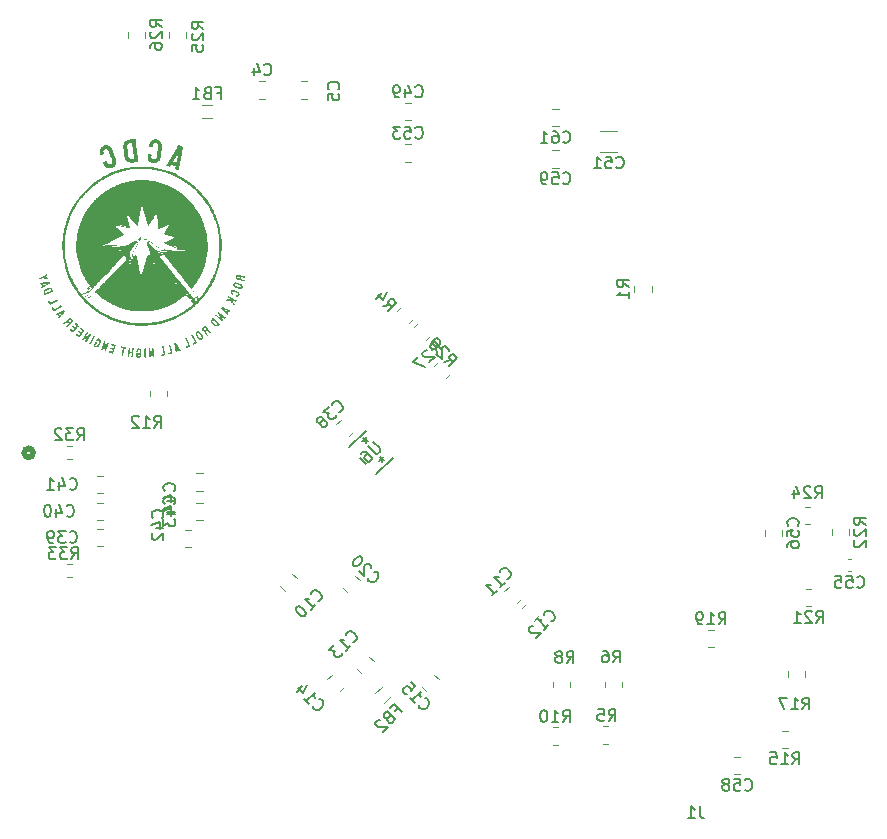
<source format=gbo>
%TF.GenerationSoftware,KiCad,Pcbnew,8.0.1*%
%TF.CreationDate,2024-04-16T19:56:43-05:00*%
%TF.ProjectId,PCB-1-2,5043422d-312d-4322-9e6b-696361645f70,rev?*%
%TF.SameCoordinates,Original*%
%TF.FileFunction,Legend,Bot*%
%TF.FilePolarity,Positive*%
%FSLAX46Y46*%
G04 Gerber Fmt 4.6, Leading zero omitted, Abs format (unit mm)*
G04 Created by KiCad (PCBNEW 8.0.1) date 2024-04-16 19:56:43*
%MOMM*%
%LPD*%
G01*
G04 APERTURE LIST*
%ADD10C,0.150000*%
%ADD11C,0.508000*%
%ADD12C,0.120000*%
%ADD13C,0.000000*%
%ADD14C,0.152400*%
G04 APERTURE END LIST*
D10*
X88941063Y-113031926D02*
X89008407Y-113031926D01*
X89008407Y-113031926D02*
X89143094Y-112964582D01*
X89143094Y-112964582D02*
X89210437Y-112897239D01*
X89210437Y-112897239D02*
X89277781Y-112762552D01*
X89277781Y-112762552D02*
X89277781Y-112627865D01*
X89277781Y-112627865D02*
X89244109Y-112526850D01*
X89244109Y-112526850D02*
X89143094Y-112358491D01*
X89143094Y-112358491D02*
X89042079Y-112257476D01*
X89042079Y-112257476D02*
X88873720Y-112156460D01*
X88873720Y-112156460D02*
X88772705Y-112122789D01*
X88772705Y-112122789D02*
X88638018Y-112122789D01*
X88638018Y-112122789D02*
X88503331Y-112190132D01*
X88503331Y-112190132D02*
X88435987Y-112257476D01*
X88435987Y-112257476D02*
X88368644Y-112392163D01*
X88368644Y-112392163D02*
X88368644Y-112459506D01*
X88334972Y-113772704D02*
X88739033Y-113368643D01*
X88537002Y-113570674D02*
X87829896Y-112863567D01*
X87829896Y-112863567D02*
X87998254Y-112897239D01*
X87998254Y-112897239D02*
X88132941Y-112897239D01*
X88132941Y-112897239D02*
X88233957Y-112863567D01*
X87392163Y-113301300D02*
X86954430Y-113739033D01*
X86954430Y-113739033D02*
X87459506Y-113772705D01*
X87459506Y-113772705D02*
X87358491Y-113873720D01*
X87358491Y-113873720D02*
X87324819Y-113974735D01*
X87324819Y-113974735D02*
X87324819Y-114042079D01*
X87324819Y-114042079D02*
X87358491Y-114143094D01*
X87358491Y-114143094D02*
X87526850Y-114311453D01*
X87526850Y-114311453D02*
X87627865Y-114345124D01*
X87627865Y-114345124D02*
X87695208Y-114345124D01*
X87695208Y-114345124D02*
X87796224Y-114311453D01*
X87796224Y-114311453D02*
X87998254Y-114109422D01*
X87998254Y-114109422D02*
X88031926Y-114008407D01*
X88031926Y-114008407D02*
X88031926Y-113941063D01*
X85976597Y-109567460D02*
X86043941Y-109567460D01*
X86043941Y-109567460D02*
X86178628Y-109500116D01*
X86178628Y-109500116D02*
X86245971Y-109432773D01*
X86245971Y-109432773D02*
X86313315Y-109298086D01*
X86313315Y-109298086D02*
X86313315Y-109163399D01*
X86313315Y-109163399D02*
X86279643Y-109062384D01*
X86279643Y-109062384D02*
X86178628Y-108894025D01*
X86178628Y-108894025D02*
X86077613Y-108793010D01*
X86077613Y-108793010D02*
X85909254Y-108691994D01*
X85909254Y-108691994D02*
X85808239Y-108658323D01*
X85808239Y-108658323D02*
X85673552Y-108658323D01*
X85673552Y-108658323D02*
X85538865Y-108725666D01*
X85538865Y-108725666D02*
X85471521Y-108793010D01*
X85471521Y-108793010D02*
X85404178Y-108927697D01*
X85404178Y-108927697D02*
X85404178Y-108995040D01*
X85370506Y-110308238D02*
X85774567Y-109904177D01*
X85572536Y-110106208D02*
X84865430Y-109399101D01*
X84865430Y-109399101D02*
X85033788Y-109432773D01*
X85033788Y-109432773D02*
X85168475Y-109432773D01*
X85168475Y-109432773D02*
X85269491Y-109399101D01*
X84225666Y-110038865D02*
X84158323Y-110106208D01*
X84158323Y-110106208D02*
X84124651Y-110207223D01*
X84124651Y-110207223D02*
X84124651Y-110274567D01*
X84124651Y-110274567D02*
X84158323Y-110375582D01*
X84158323Y-110375582D02*
X84259338Y-110543941D01*
X84259338Y-110543941D02*
X84427697Y-110712300D01*
X84427697Y-110712300D02*
X84596055Y-110813315D01*
X84596055Y-110813315D02*
X84697071Y-110846987D01*
X84697071Y-110846987D02*
X84764414Y-110846987D01*
X84764414Y-110846987D02*
X84865429Y-110813315D01*
X84865429Y-110813315D02*
X84932773Y-110745971D01*
X84932773Y-110745971D02*
X84966445Y-110644956D01*
X84966445Y-110644956D02*
X84966445Y-110577613D01*
X84966445Y-110577613D02*
X84932773Y-110476597D01*
X84932773Y-110476597D02*
X84831758Y-110308239D01*
X84831758Y-110308239D02*
X84663399Y-110139880D01*
X84663399Y-110139880D02*
X84495040Y-110038865D01*
X84495040Y-110038865D02*
X84394025Y-110005193D01*
X84394025Y-110005193D02*
X84326681Y-110005193D01*
X84326681Y-110005193D02*
X84225666Y-110038865D01*
X122142857Y-125539580D02*
X122190476Y-125587200D01*
X122190476Y-125587200D02*
X122333333Y-125634819D01*
X122333333Y-125634819D02*
X122428571Y-125634819D01*
X122428571Y-125634819D02*
X122571428Y-125587200D01*
X122571428Y-125587200D02*
X122666666Y-125491961D01*
X122666666Y-125491961D02*
X122714285Y-125396723D01*
X122714285Y-125396723D02*
X122761904Y-125206247D01*
X122761904Y-125206247D02*
X122761904Y-125063390D01*
X122761904Y-125063390D02*
X122714285Y-124872914D01*
X122714285Y-124872914D02*
X122666666Y-124777676D01*
X122666666Y-124777676D02*
X122571428Y-124682438D01*
X122571428Y-124682438D02*
X122428571Y-124634819D01*
X122428571Y-124634819D02*
X122333333Y-124634819D01*
X122333333Y-124634819D02*
X122190476Y-124682438D01*
X122190476Y-124682438D02*
X122142857Y-124730057D01*
X121238095Y-124634819D02*
X121714285Y-124634819D01*
X121714285Y-124634819D02*
X121761904Y-125111009D01*
X121761904Y-125111009D02*
X121714285Y-125063390D01*
X121714285Y-125063390D02*
X121619047Y-125015771D01*
X121619047Y-125015771D02*
X121380952Y-125015771D01*
X121380952Y-125015771D02*
X121285714Y-125063390D01*
X121285714Y-125063390D02*
X121238095Y-125111009D01*
X121238095Y-125111009D02*
X121190476Y-125206247D01*
X121190476Y-125206247D02*
X121190476Y-125444342D01*
X121190476Y-125444342D02*
X121238095Y-125539580D01*
X121238095Y-125539580D02*
X121285714Y-125587200D01*
X121285714Y-125587200D02*
X121380952Y-125634819D01*
X121380952Y-125634819D02*
X121619047Y-125634819D01*
X121619047Y-125634819D02*
X121714285Y-125587200D01*
X121714285Y-125587200D02*
X121761904Y-125539580D01*
X120619047Y-125063390D02*
X120714285Y-125015771D01*
X120714285Y-125015771D02*
X120761904Y-124968152D01*
X120761904Y-124968152D02*
X120809523Y-124872914D01*
X120809523Y-124872914D02*
X120809523Y-124825295D01*
X120809523Y-124825295D02*
X120761904Y-124730057D01*
X120761904Y-124730057D02*
X120714285Y-124682438D01*
X120714285Y-124682438D02*
X120619047Y-124634819D01*
X120619047Y-124634819D02*
X120428571Y-124634819D01*
X120428571Y-124634819D02*
X120333333Y-124682438D01*
X120333333Y-124682438D02*
X120285714Y-124730057D01*
X120285714Y-124730057D02*
X120238095Y-124825295D01*
X120238095Y-124825295D02*
X120238095Y-124872914D01*
X120238095Y-124872914D02*
X120285714Y-124968152D01*
X120285714Y-124968152D02*
X120333333Y-125015771D01*
X120333333Y-125015771D02*
X120428571Y-125063390D01*
X120428571Y-125063390D02*
X120619047Y-125063390D01*
X120619047Y-125063390D02*
X120714285Y-125111009D01*
X120714285Y-125111009D02*
X120761904Y-125158628D01*
X120761904Y-125158628D02*
X120809523Y-125253866D01*
X120809523Y-125253866D02*
X120809523Y-125444342D01*
X120809523Y-125444342D02*
X120761904Y-125539580D01*
X120761904Y-125539580D02*
X120714285Y-125587200D01*
X120714285Y-125587200D02*
X120619047Y-125634819D01*
X120619047Y-125634819D02*
X120428571Y-125634819D01*
X120428571Y-125634819D02*
X120333333Y-125587200D01*
X120333333Y-125587200D02*
X120285714Y-125539580D01*
X120285714Y-125539580D02*
X120238095Y-125444342D01*
X120238095Y-125444342D02*
X120238095Y-125253866D01*
X120238095Y-125253866D02*
X120285714Y-125158628D01*
X120285714Y-125158628D02*
X120333333Y-125111009D01*
X120333333Y-125111009D02*
X120428571Y-125063390D01*
X102010264Y-107676506D02*
X102077608Y-107676506D01*
X102077608Y-107676506D02*
X102212295Y-107609162D01*
X102212295Y-107609162D02*
X102279638Y-107541819D01*
X102279638Y-107541819D02*
X102346982Y-107407132D01*
X102346982Y-107407132D02*
X102346982Y-107272445D01*
X102346982Y-107272445D02*
X102313310Y-107171430D01*
X102313310Y-107171430D02*
X102212295Y-107003071D01*
X102212295Y-107003071D02*
X102111280Y-106902056D01*
X102111280Y-106902056D02*
X101942921Y-106801040D01*
X101942921Y-106801040D02*
X101841906Y-106767369D01*
X101841906Y-106767369D02*
X101707219Y-106767369D01*
X101707219Y-106767369D02*
X101572532Y-106834712D01*
X101572532Y-106834712D02*
X101505188Y-106902056D01*
X101505188Y-106902056D02*
X101437845Y-107036743D01*
X101437845Y-107036743D02*
X101437845Y-107104086D01*
X101404173Y-108417284D02*
X101808234Y-108013223D01*
X101606203Y-108215254D02*
X100899097Y-107508147D01*
X100899097Y-107508147D02*
X101067455Y-107541819D01*
X101067455Y-107541819D02*
X101202142Y-107541819D01*
X101202142Y-107541819D02*
X101303158Y-107508147D01*
X100730738Y-109090720D02*
X101134799Y-108686659D01*
X100932768Y-108888689D02*
X100225661Y-108181582D01*
X100225661Y-108181582D02*
X100394020Y-108215254D01*
X100394020Y-108215254D02*
X100528707Y-108215254D01*
X100528707Y-108215254D02*
X100629722Y-108181582D01*
X77441985Y-66528120D02*
X77775318Y-66528120D01*
X77775318Y-67051930D02*
X77775318Y-66051930D01*
X77775318Y-66051930D02*
X77299128Y-66051930D01*
X76584842Y-66528120D02*
X76441985Y-66575739D01*
X76441985Y-66575739D02*
X76394366Y-66623358D01*
X76394366Y-66623358D02*
X76346747Y-66718596D01*
X76346747Y-66718596D02*
X76346747Y-66861453D01*
X76346747Y-66861453D02*
X76394366Y-66956691D01*
X76394366Y-66956691D02*
X76441985Y-67004311D01*
X76441985Y-67004311D02*
X76537223Y-67051930D01*
X76537223Y-67051930D02*
X76918175Y-67051930D01*
X76918175Y-67051930D02*
X76918175Y-66051930D01*
X76918175Y-66051930D02*
X76584842Y-66051930D01*
X76584842Y-66051930D02*
X76489604Y-66099549D01*
X76489604Y-66099549D02*
X76441985Y-66147168D01*
X76441985Y-66147168D02*
X76394366Y-66242406D01*
X76394366Y-66242406D02*
X76394366Y-66337644D01*
X76394366Y-66337644D02*
X76441985Y-66432882D01*
X76441985Y-66432882D02*
X76489604Y-66480501D01*
X76489604Y-66480501D02*
X76584842Y-66528120D01*
X76584842Y-66528120D02*
X76918175Y-66528120D01*
X75394366Y-67051930D02*
X75965794Y-67051930D01*
X75680080Y-67051930D02*
X75680080Y-66051930D01*
X75680080Y-66051930D02*
X75775318Y-66194787D01*
X75775318Y-66194787D02*
X75870556Y-66290025D01*
X75870556Y-66290025D02*
X75965794Y-66337644D01*
X85542616Y-118463689D02*
X85542616Y-118531033D01*
X85542616Y-118531033D02*
X85609960Y-118665720D01*
X85609960Y-118665720D02*
X85677303Y-118733063D01*
X85677303Y-118733063D02*
X85811990Y-118800407D01*
X85811990Y-118800407D02*
X85946677Y-118800407D01*
X85946677Y-118800407D02*
X86047692Y-118766735D01*
X86047692Y-118766735D02*
X86216051Y-118665720D01*
X86216051Y-118665720D02*
X86317066Y-118564705D01*
X86317066Y-118564705D02*
X86418082Y-118396346D01*
X86418082Y-118396346D02*
X86451753Y-118295331D01*
X86451753Y-118295331D02*
X86451753Y-118160644D01*
X86451753Y-118160644D02*
X86384410Y-118025957D01*
X86384410Y-118025957D02*
X86317066Y-117958613D01*
X86317066Y-117958613D02*
X86182379Y-117891270D01*
X86182379Y-117891270D02*
X86115036Y-117891270D01*
X84801838Y-117857598D02*
X85205899Y-118261659D01*
X85003868Y-118059628D02*
X85710975Y-117352522D01*
X85710975Y-117352522D02*
X85677303Y-117520880D01*
X85677303Y-117520880D02*
X85677303Y-117655567D01*
X85677303Y-117655567D02*
X85710975Y-117756583D01*
X84667150Y-116780102D02*
X84195746Y-117251506D01*
X85104883Y-116679086D02*
X84768166Y-117352521D01*
X84768166Y-117352521D02*
X84330433Y-116914789D01*
X65102857Y-106024818D02*
X65436190Y-105548627D01*
X65674285Y-106024818D02*
X65674285Y-105024818D01*
X65674285Y-105024818D02*
X65293333Y-105024818D01*
X65293333Y-105024818D02*
X65198095Y-105072437D01*
X65198095Y-105072437D02*
X65150476Y-105120056D01*
X65150476Y-105120056D02*
X65102857Y-105215294D01*
X65102857Y-105215294D02*
X65102857Y-105358151D01*
X65102857Y-105358151D02*
X65150476Y-105453389D01*
X65150476Y-105453389D02*
X65198095Y-105501008D01*
X65198095Y-105501008D02*
X65293333Y-105548627D01*
X65293333Y-105548627D02*
X65674285Y-105548627D01*
X64769523Y-105024818D02*
X64150476Y-105024818D01*
X64150476Y-105024818D02*
X64483809Y-105405770D01*
X64483809Y-105405770D02*
X64340952Y-105405770D01*
X64340952Y-105405770D02*
X64245714Y-105453389D01*
X64245714Y-105453389D02*
X64198095Y-105501008D01*
X64198095Y-105501008D02*
X64150476Y-105596246D01*
X64150476Y-105596246D02*
X64150476Y-105834341D01*
X64150476Y-105834341D02*
X64198095Y-105929579D01*
X64198095Y-105929579D02*
X64245714Y-105977199D01*
X64245714Y-105977199D02*
X64340952Y-106024818D01*
X64340952Y-106024818D02*
X64626666Y-106024818D01*
X64626666Y-106024818D02*
X64721904Y-105977199D01*
X64721904Y-105977199D02*
X64769523Y-105929579D01*
X63817142Y-105024818D02*
X63198095Y-105024818D01*
X63198095Y-105024818D02*
X63531428Y-105405770D01*
X63531428Y-105405770D02*
X63388571Y-105405770D01*
X63388571Y-105405770D02*
X63293333Y-105453389D01*
X63293333Y-105453389D02*
X63245714Y-105501008D01*
X63245714Y-105501008D02*
X63198095Y-105596246D01*
X63198095Y-105596246D02*
X63198095Y-105834341D01*
X63198095Y-105834341D02*
X63245714Y-105929579D01*
X63245714Y-105929579D02*
X63293333Y-105977199D01*
X63293333Y-105977199D02*
X63388571Y-106024818D01*
X63388571Y-106024818D02*
X63674285Y-106024818D01*
X63674285Y-106024818D02*
X63769523Y-105977199D01*
X63769523Y-105977199D02*
X63817142Y-105929579D01*
X126167858Y-123388668D02*
X126501191Y-122912477D01*
X126739286Y-123388668D02*
X126739286Y-122388668D01*
X126739286Y-122388668D02*
X126358334Y-122388668D01*
X126358334Y-122388668D02*
X126263096Y-122436287D01*
X126263096Y-122436287D02*
X126215477Y-122483906D01*
X126215477Y-122483906D02*
X126167858Y-122579144D01*
X126167858Y-122579144D02*
X126167858Y-122722001D01*
X126167858Y-122722001D02*
X126215477Y-122817239D01*
X126215477Y-122817239D02*
X126263096Y-122864858D01*
X126263096Y-122864858D02*
X126358334Y-122912477D01*
X126358334Y-122912477D02*
X126739286Y-122912477D01*
X125215477Y-123388668D02*
X125786905Y-123388668D01*
X125501191Y-123388668D02*
X125501191Y-122388668D01*
X125501191Y-122388668D02*
X125596429Y-122531525D01*
X125596429Y-122531525D02*
X125691667Y-122626763D01*
X125691667Y-122626763D02*
X125786905Y-122674382D01*
X124310715Y-122388668D02*
X124786905Y-122388668D01*
X124786905Y-122388668D02*
X124834524Y-122864858D01*
X124834524Y-122864858D02*
X124786905Y-122817239D01*
X124786905Y-122817239D02*
X124691667Y-122769620D01*
X124691667Y-122769620D02*
X124453572Y-122769620D01*
X124453572Y-122769620D02*
X124358334Y-122817239D01*
X124358334Y-122817239D02*
X124310715Y-122864858D01*
X124310715Y-122864858D02*
X124263096Y-122960096D01*
X124263096Y-122960096D02*
X124263096Y-123198191D01*
X124263096Y-123198191D02*
X124310715Y-123293429D01*
X124310715Y-123293429D02*
X124358334Y-123341049D01*
X124358334Y-123341049D02*
X124453572Y-123388668D01*
X124453572Y-123388668D02*
X124691667Y-123388668D01*
X124691667Y-123388668D02*
X124786905Y-123341049D01*
X124786905Y-123341049D02*
X124834524Y-123293429D01*
X106730357Y-119804819D02*
X107063690Y-119328628D01*
X107301785Y-119804819D02*
X107301785Y-118804819D01*
X107301785Y-118804819D02*
X106920833Y-118804819D01*
X106920833Y-118804819D02*
X106825595Y-118852438D01*
X106825595Y-118852438D02*
X106777976Y-118900057D01*
X106777976Y-118900057D02*
X106730357Y-118995295D01*
X106730357Y-118995295D02*
X106730357Y-119138152D01*
X106730357Y-119138152D02*
X106777976Y-119233390D01*
X106777976Y-119233390D02*
X106825595Y-119281009D01*
X106825595Y-119281009D02*
X106920833Y-119328628D01*
X106920833Y-119328628D02*
X107301785Y-119328628D01*
X105777976Y-119804819D02*
X106349404Y-119804819D01*
X106063690Y-119804819D02*
X106063690Y-118804819D01*
X106063690Y-118804819D02*
X106158928Y-118947676D01*
X106158928Y-118947676D02*
X106254166Y-119042914D01*
X106254166Y-119042914D02*
X106349404Y-119090533D01*
X105158928Y-118804819D02*
X105063690Y-118804819D01*
X105063690Y-118804819D02*
X104968452Y-118852438D01*
X104968452Y-118852438D02*
X104920833Y-118900057D01*
X104920833Y-118900057D02*
X104873214Y-118995295D01*
X104873214Y-118995295D02*
X104825595Y-119185771D01*
X104825595Y-119185771D02*
X104825595Y-119423866D01*
X104825595Y-119423866D02*
X104873214Y-119614342D01*
X104873214Y-119614342D02*
X104920833Y-119709580D01*
X104920833Y-119709580D02*
X104968452Y-119757200D01*
X104968452Y-119757200D02*
X105063690Y-119804819D01*
X105063690Y-119804819D02*
X105158928Y-119804819D01*
X105158928Y-119804819D02*
X105254166Y-119757200D01*
X105254166Y-119757200D02*
X105301785Y-119709580D01*
X105301785Y-119709580D02*
X105349404Y-119614342D01*
X105349404Y-119614342D02*
X105397023Y-119423866D01*
X105397023Y-119423866D02*
X105397023Y-119185771D01*
X105397023Y-119185771D02*
X105349404Y-118995295D01*
X105349404Y-118995295D02*
X105301785Y-118900057D01*
X105301785Y-118900057D02*
X105254166Y-118852438D01*
X105254166Y-118852438D02*
X105158928Y-118804819D01*
X126607841Y-103187789D02*
X126655461Y-103140170D01*
X126655461Y-103140170D02*
X126703080Y-102997313D01*
X126703080Y-102997313D02*
X126703080Y-102902075D01*
X126703080Y-102902075D02*
X126655461Y-102759218D01*
X126655461Y-102759218D02*
X126560222Y-102663980D01*
X126560222Y-102663980D02*
X126464984Y-102616361D01*
X126464984Y-102616361D02*
X126274508Y-102568742D01*
X126274508Y-102568742D02*
X126131651Y-102568742D01*
X126131651Y-102568742D02*
X125941175Y-102616361D01*
X125941175Y-102616361D02*
X125845937Y-102663980D01*
X125845937Y-102663980D02*
X125750699Y-102759218D01*
X125750699Y-102759218D02*
X125703080Y-102902075D01*
X125703080Y-102902075D02*
X125703080Y-102997313D01*
X125703080Y-102997313D02*
X125750699Y-103140170D01*
X125750699Y-103140170D02*
X125798318Y-103187789D01*
X125703080Y-104092551D02*
X125703080Y-103616361D01*
X125703080Y-103616361D02*
X126179270Y-103568742D01*
X126179270Y-103568742D02*
X126131651Y-103616361D01*
X126131651Y-103616361D02*
X126084032Y-103711599D01*
X126084032Y-103711599D02*
X126084032Y-103949694D01*
X126084032Y-103949694D02*
X126131651Y-104044932D01*
X126131651Y-104044932D02*
X126179270Y-104092551D01*
X126179270Y-104092551D02*
X126274508Y-104140170D01*
X126274508Y-104140170D02*
X126512603Y-104140170D01*
X126512603Y-104140170D02*
X126607841Y-104092551D01*
X126607841Y-104092551D02*
X126655461Y-104044932D01*
X126655461Y-104044932D02*
X126703080Y-103949694D01*
X126703080Y-103949694D02*
X126703080Y-103711599D01*
X126703080Y-103711599D02*
X126655461Y-103616361D01*
X126655461Y-103616361D02*
X126607841Y-103568742D01*
X125703080Y-104997313D02*
X125703080Y-104806837D01*
X125703080Y-104806837D02*
X125750699Y-104711599D01*
X125750699Y-104711599D02*
X125798318Y-104663980D01*
X125798318Y-104663980D02*
X125941175Y-104568742D01*
X125941175Y-104568742D02*
X126131651Y-104521123D01*
X126131651Y-104521123D02*
X126512603Y-104521123D01*
X126512603Y-104521123D02*
X126607841Y-104568742D01*
X126607841Y-104568742D02*
X126655461Y-104616361D01*
X126655461Y-104616361D02*
X126703080Y-104711599D01*
X126703080Y-104711599D02*
X126703080Y-104902075D01*
X126703080Y-104902075D02*
X126655461Y-104997313D01*
X126655461Y-104997313D02*
X126607841Y-105044932D01*
X126607841Y-105044932D02*
X126512603Y-105092551D01*
X126512603Y-105092551D02*
X126274508Y-105092551D01*
X126274508Y-105092551D02*
X126179270Y-105044932D01*
X126179270Y-105044932D02*
X126131651Y-104997313D01*
X126131651Y-104997313D02*
X126084032Y-104902075D01*
X126084032Y-104902075D02*
X126084032Y-104711599D01*
X126084032Y-104711599D02*
X126131651Y-104616361D01*
X126131651Y-104616361D02*
X126179270Y-104568742D01*
X126179270Y-104568742D02*
X126274508Y-104521123D01*
X73819580Y-100232141D02*
X73867200Y-100184522D01*
X73867200Y-100184522D02*
X73914819Y-100041665D01*
X73914819Y-100041665D02*
X73914819Y-99946427D01*
X73914819Y-99946427D02*
X73867200Y-99803570D01*
X73867200Y-99803570D02*
X73771961Y-99708332D01*
X73771961Y-99708332D02*
X73676723Y-99660713D01*
X73676723Y-99660713D02*
X73486247Y-99613094D01*
X73486247Y-99613094D02*
X73343390Y-99613094D01*
X73343390Y-99613094D02*
X73152914Y-99660713D01*
X73152914Y-99660713D02*
X73057676Y-99708332D01*
X73057676Y-99708332D02*
X72962438Y-99803570D01*
X72962438Y-99803570D02*
X72914819Y-99946427D01*
X72914819Y-99946427D02*
X72914819Y-100041665D01*
X72914819Y-100041665D02*
X72962438Y-100184522D01*
X72962438Y-100184522D02*
X73010057Y-100232141D01*
X73248152Y-101089284D02*
X73914819Y-101089284D01*
X72867200Y-100851189D02*
X73581485Y-100613094D01*
X73581485Y-100613094D02*
X73581485Y-101232141D01*
X73248152Y-102041665D02*
X73914819Y-102041665D01*
X72867200Y-101803570D02*
X73581485Y-101565475D01*
X73581485Y-101565475D02*
X73581485Y-102184522D01*
X111251509Y-72856691D02*
X111299128Y-72904311D01*
X111299128Y-72904311D02*
X111441985Y-72951930D01*
X111441985Y-72951930D02*
X111537223Y-72951930D01*
X111537223Y-72951930D02*
X111680080Y-72904311D01*
X111680080Y-72904311D02*
X111775318Y-72809072D01*
X111775318Y-72809072D02*
X111822937Y-72713834D01*
X111822937Y-72713834D02*
X111870556Y-72523358D01*
X111870556Y-72523358D02*
X111870556Y-72380501D01*
X111870556Y-72380501D02*
X111822937Y-72190025D01*
X111822937Y-72190025D02*
X111775318Y-72094787D01*
X111775318Y-72094787D02*
X111680080Y-71999549D01*
X111680080Y-71999549D02*
X111537223Y-71951930D01*
X111537223Y-71951930D02*
X111441985Y-71951930D01*
X111441985Y-71951930D02*
X111299128Y-71999549D01*
X111299128Y-71999549D02*
X111251509Y-72047168D01*
X110346747Y-71951930D02*
X110822937Y-71951930D01*
X110822937Y-71951930D02*
X110870556Y-72428120D01*
X110870556Y-72428120D02*
X110822937Y-72380501D01*
X110822937Y-72380501D02*
X110727699Y-72332882D01*
X110727699Y-72332882D02*
X110489604Y-72332882D01*
X110489604Y-72332882D02*
X110394366Y-72380501D01*
X110394366Y-72380501D02*
X110346747Y-72428120D01*
X110346747Y-72428120D02*
X110299128Y-72523358D01*
X110299128Y-72523358D02*
X110299128Y-72761453D01*
X110299128Y-72761453D02*
X110346747Y-72856691D01*
X110346747Y-72856691D02*
X110394366Y-72904311D01*
X110394366Y-72904311D02*
X110489604Y-72951930D01*
X110489604Y-72951930D02*
X110727699Y-72951930D01*
X110727699Y-72951930D02*
X110822937Y-72904311D01*
X110822937Y-72904311D02*
X110870556Y-72856691D01*
X109346747Y-72951930D02*
X109918175Y-72951930D01*
X109632461Y-72951930D02*
X109632461Y-71951930D01*
X109632461Y-71951930D02*
X109727699Y-72094787D01*
X109727699Y-72094787D02*
X109822937Y-72190025D01*
X109822937Y-72190025D02*
X109918175Y-72237644D01*
X87718739Y-66240629D02*
X87766359Y-66193010D01*
X87766359Y-66193010D02*
X87813978Y-66050153D01*
X87813978Y-66050153D02*
X87813978Y-65954915D01*
X87813978Y-65954915D02*
X87766359Y-65812058D01*
X87766359Y-65812058D02*
X87671120Y-65716820D01*
X87671120Y-65716820D02*
X87575882Y-65669201D01*
X87575882Y-65669201D02*
X87385406Y-65621582D01*
X87385406Y-65621582D02*
X87242549Y-65621582D01*
X87242549Y-65621582D02*
X87052073Y-65669201D01*
X87052073Y-65669201D02*
X86956835Y-65716820D01*
X86956835Y-65716820D02*
X86861597Y-65812058D01*
X86861597Y-65812058D02*
X86813978Y-65954915D01*
X86813978Y-65954915D02*
X86813978Y-66050153D01*
X86813978Y-66050153D02*
X86861597Y-66193010D01*
X86861597Y-66193010D02*
X86909216Y-66240629D01*
X86813978Y-67145391D02*
X86813978Y-66669201D01*
X86813978Y-66669201D02*
X87290168Y-66621582D01*
X87290168Y-66621582D02*
X87242549Y-66669201D01*
X87242549Y-66669201D02*
X87194930Y-66764439D01*
X87194930Y-66764439D02*
X87194930Y-67002534D01*
X87194930Y-67002534D02*
X87242549Y-67097772D01*
X87242549Y-67097772D02*
X87290168Y-67145391D01*
X87290168Y-67145391D02*
X87385406Y-67193010D01*
X87385406Y-67193010D02*
X87623501Y-67193010D01*
X87623501Y-67193010D02*
X87718739Y-67145391D01*
X87718739Y-67145391D02*
X87766359Y-67097772D01*
X87766359Y-67097772D02*
X87813978Y-67002534D01*
X87813978Y-67002534D02*
X87813978Y-66764439D01*
X87813978Y-66764439D02*
X87766359Y-66669201D01*
X87766359Y-66669201D02*
X87718739Y-66621582D01*
X81439549Y-64983411D02*
X81487168Y-65031031D01*
X81487168Y-65031031D02*
X81630025Y-65078650D01*
X81630025Y-65078650D02*
X81725263Y-65078650D01*
X81725263Y-65078650D02*
X81868120Y-65031031D01*
X81868120Y-65031031D02*
X81963358Y-64935792D01*
X81963358Y-64935792D02*
X82010977Y-64840554D01*
X82010977Y-64840554D02*
X82058596Y-64650078D01*
X82058596Y-64650078D02*
X82058596Y-64507221D01*
X82058596Y-64507221D02*
X82010977Y-64316745D01*
X82010977Y-64316745D02*
X81963358Y-64221507D01*
X81963358Y-64221507D02*
X81868120Y-64126269D01*
X81868120Y-64126269D02*
X81725263Y-64078650D01*
X81725263Y-64078650D02*
X81630025Y-64078650D01*
X81630025Y-64078650D02*
X81487168Y-64126269D01*
X81487168Y-64126269D02*
X81439549Y-64173888D01*
X80582406Y-64411983D02*
X80582406Y-65078650D01*
X80820501Y-64031031D02*
X81058596Y-64745316D01*
X81058596Y-64745316D02*
X80439549Y-64745316D01*
X92540472Y-118861960D02*
X92776174Y-118626258D01*
X93146563Y-118996647D02*
X92439456Y-118289540D01*
X92439456Y-118289540D02*
X92102739Y-118626258D01*
X91934380Y-119468052D02*
X91867036Y-119602739D01*
X91867036Y-119602739D02*
X91867036Y-119670082D01*
X91867036Y-119670082D02*
X91900708Y-119771098D01*
X91900708Y-119771098D02*
X92001723Y-119872113D01*
X92001723Y-119872113D02*
X92102739Y-119905785D01*
X92102739Y-119905785D02*
X92170082Y-119905785D01*
X92170082Y-119905785D02*
X92271097Y-119872113D01*
X92271097Y-119872113D02*
X92540471Y-119602739D01*
X92540471Y-119602739D02*
X91833365Y-118895632D01*
X91833365Y-118895632D02*
X91597662Y-119131334D01*
X91597662Y-119131334D02*
X91563991Y-119232350D01*
X91563991Y-119232350D02*
X91563991Y-119299693D01*
X91563991Y-119299693D02*
X91597662Y-119400708D01*
X91597662Y-119400708D02*
X91665006Y-119468052D01*
X91665006Y-119468052D02*
X91766021Y-119501724D01*
X91766021Y-119501724D02*
X91833365Y-119501724D01*
X91833365Y-119501724D02*
X91934380Y-119468052D01*
X91934380Y-119468052D02*
X92170082Y-119232350D01*
X91227273Y-119636411D02*
X91159930Y-119636411D01*
X91159930Y-119636411D02*
X91058914Y-119670082D01*
X91058914Y-119670082D02*
X90890556Y-119838441D01*
X90890556Y-119838441D02*
X90856884Y-119939456D01*
X90856884Y-119939456D02*
X90856884Y-120006800D01*
X90856884Y-120006800D02*
X90890556Y-120107815D01*
X90890556Y-120107815D02*
X90957899Y-120175159D01*
X90957899Y-120175159D02*
X91092586Y-120242502D01*
X91092586Y-120242502D02*
X91900708Y-120242502D01*
X91900708Y-120242502D02*
X91462975Y-120680235D01*
X72142857Y-94894818D02*
X72476190Y-94418627D01*
X72714285Y-94894818D02*
X72714285Y-93894818D01*
X72714285Y-93894818D02*
X72333333Y-93894818D01*
X72333333Y-93894818D02*
X72238095Y-93942437D01*
X72238095Y-93942437D02*
X72190476Y-93990056D01*
X72190476Y-93990056D02*
X72142857Y-94085294D01*
X72142857Y-94085294D02*
X72142857Y-94228151D01*
X72142857Y-94228151D02*
X72190476Y-94323389D01*
X72190476Y-94323389D02*
X72238095Y-94371008D01*
X72238095Y-94371008D02*
X72333333Y-94418627D01*
X72333333Y-94418627D02*
X72714285Y-94418627D01*
X71190476Y-94894818D02*
X71761904Y-94894818D01*
X71476190Y-94894818D02*
X71476190Y-93894818D01*
X71476190Y-93894818D02*
X71571428Y-94037675D01*
X71571428Y-94037675D02*
X71666666Y-94132913D01*
X71666666Y-94132913D02*
X71761904Y-94180532D01*
X70809523Y-93990056D02*
X70761904Y-93942437D01*
X70761904Y-93942437D02*
X70666666Y-93894818D01*
X70666666Y-93894818D02*
X70428571Y-93894818D01*
X70428571Y-93894818D02*
X70333333Y-93942437D01*
X70333333Y-93942437D02*
X70285714Y-93990056D01*
X70285714Y-93990056D02*
X70238095Y-94085294D01*
X70238095Y-94085294D02*
X70238095Y-94180532D01*
X70238095Y-94180532D02*
X70285714Y-94323389D01*
X70285714Y-94323389D02*
X70857142Y-94894818D01*
X70857142Y-94894818D02*
X70238095Y-94894818D01*
X65602857Y-95954818D02*
X65936190Y-95478627D01*
X66174285Y-95954818D02*
X66174285Y-94954818D01*
X66174285Y-94954818D02*
X65793333Y-94954818D01*
X65793333Y-94954818D02*
X65698095Y-95002437D01*
X65698095Y-95002437D02*
X65650476Y-95050056D01*
X65650476Y-95050056D02*
X65602857Y-95145294D01*
X65602857Y-95145294D02*
X65602857Y-95288151D01*
X65602857Y-95288151D02*
X65650476Y-95383389D01*
X65650476Y-95383389D02*
X65698095Y-95431008D01*
X65698095Y-95431008D02*
X65793333Y-95478627D01*
X65793333Y-95478627D02*
X66174285Y-95478627D01*
X65269523Y-94954818D02*
X64650476Y-94954818D01*
X64650476Y-94954818D02*
X64983809Y-95335770D01*
X64983809Y-95335770D02*
X64840952Y-95335770D01*
X64840952Y-95335770D02*
X64745714Y-95383389D01*
X64745714Y-95383389D02*
X64698095Y-95431008D01*
X64698095Y-95431008D02*
X64650476Y-95526246D01*
X64650476Y-95526246D02*
X64650476Y-95764341D01*
X64650476Y-95764341D02*
X64698095Y-95859579D01*
X64698095Y-95859579D02*
X64745714Y-95907199D01*
X64745714Y-95907199D02*
X64840952Y-95954818D01*
X64840952Y-95954818D02*
X65126666Y-95954818D01*
X65126666Y-95954818D02*
X65221904Y-95907199D01*
X65221904Y-95907199D02*
X65269523Y-95859579D01*
X64269523Y-95050056D02*
X64221904Y-95002437D01*
X64221904Y-95002437D02*
X64126666Y-94954818D01*
X64126666Y-94954818D02*
X63888571Y-94954818D01*
X63888571Y-94954818D02*
X63793333Y-95002437D01*
X63793333Y-95002437D02*
X63745714Y-95050056D01*
X63745714Y-95050056D02*
X63698095Y-95145294D01*
X63698095Y-95145294D02*
X63698095Y-95240532D01*
X63698095Y-95240532D02*
X63745714Y-95383389D01*
X63745714Y-95383389D02*
X64317142Y-95954818D01*
X64317142Y-95954818D02*
X63698095Y-95954818D01*
X110982928Y-114778561D02*
X111316261Y-114302370D01*
X111554356Y-114778561D02*
X111554356Y-113778561D01*
X111554356Y-113778561D02*
X111173404Y-113778561D01*
X111173404Y-113778561D02*
X111078166Y-113826180D01*
X111078166Y-113826180D02*
X111030547Y-113873799D01*
X111030547Y-113873799D02*
X110982928Y-113969037D01*
X110982928Y-113969037D02*
X110982928Y-114111894D01*
X110982928Y-114111894D02*
X111030547Y-114207132D01*
X111030547Y-114207132D02*
X111078166Y-114254751D01*
X111078166Y-114254751D02*
X111173404Y-114302370D01*
X111173404Y-114302370D02*
X111554356Y-114302370D01*
X110125785Y-113778561D02*
X110316261Y-113778561D01*
X110316261Y-113778561D02*
X110411499Y-113826180D01*
X110411499Y-113826180D02*
X110459118Y-113873799D01*
X110459118Y-113873799D02*
X110554356Y-114016656D01*
X110554356Y-114016656D02*
X110601975Y-114207132D01*
X110601975Y-114207132D02*
X110601975Y-114588084D01*
X110601975Y-114588084D02*
X110554356Y-114683322D01*
X110554356Y-114683322D02*
X110506737Y-114730942D01*
X110506737Y-114730942D02*
X110411499Y-114778561D01*
X110411499Y-114778561D02*
X110221023Y-114778561D01*
X110221023Y-114778561D02*
X110125785Y-114730942D01*
X110125785Y-114730942D02*
X110078166Y-114683322D01*
X110078166Y-114683322D02*
X110030547Y-114588084D01*
X110030547Y-114588084D02*
X110030547Y-114349989D01*
X110030547Y-114349989D02*
X110078166Y-114254751D01*
X110078166Y-114254751D02*
X110125785Y-114207132D01*
X110125785Y-114207132D02*
X110221023Y-114159513D01*
X110221023Y-114159513D02*
X110411499Y-114159513D01*
X110411499Y-114159513D02*
X110506737Y-114207132D01*
X110506737Y-114207132D02*
X110554356Y-114254751D01*
X110554356Y-114254751D02*
X110601975Y-114349989D01*
X94251509Y-70326691D02*
X94299128Y-70374311D01*
X94299128Y-70374311D02*
X94441985Y-70421930D01*
X94441985Y-70421930D02*
X94537223Y-70421930D01*
X94537223Y-70421930D02*
X94680080Y-70374311D01*
X94680080Y-70374311D02*
X94775318Y-70279072D01*
X94775318Y-70279072D02*
X94822937Y-70183834D01*
X94822937Y-70183834D02*
X94870556Y-69993358D01*
X94870556Y-69993358D02*
X94870556Y-69850501D01*
X94870556Y-69850501D02*
X94822937Y-69660025D01*
X94822937Y-69660025D02*
X94775318Y-69564787D01*
X94775318Y-69564787D02*
X94680080Y-69469549D01*
X94680080Y-69469549D02*
X94537223Y-69421930D01*
X94537223Y-69421930D02*
X94441985Y-69421930D01*
X94441985Y-69421930D02*
X94299128Y-69469549D01*
X94299128Y-69469549D02*
X94251509Y-69517168D01*
X93346747Y-69421930D02*
X93822937Y-69421930D01*
X93822937Y-69421930D02*
X93870556Y-69898120D01*
X93870556Y-69898120D02*
X93822937Y-69850501D01*
X93822937Y-69850501D02*
X93727699Y-69802882D01*
X93727699Y-69802882D02*
X93489604Y-69802882D01*
X93489604Y-69802882D02*
X93394366Y-69850501D01*
X93394366Y-69850501D02*
X93346747Y-69898120D01*
X93346747Y-69898120D02*
X93299128Y-69993358D01*
X93299128Y-69993358D02*
X93299128Y-70231453D01*
X93299128Y-70231453D02*
X93346747Y-70326691D01*
X93346747Y-70326691D02*
X93394366Y-70374311D01*
X93394366Y-70374311D02*
X93489604Y-70421930D01*
X93489604Y-70421930D02*
X93727699Y-70421930D01*
X93727699Y-70421930D02*
X93822937Y-70374311D01*
X93822937Y-70374311D02*
X93870556Y-70326691D01*
X92965794Y-69421930D02*
X92346747Y-69421930D01*
X92346747Y-69421930D02*
X92680080Y-69802882D01*
X92680080Y-69802882D02*
X92537223Y-69802882D01*
X92537223Y-69802882D02*
X92441985Y-69850501D01*
X92441985Y-69850501D02*
X92394366Y-69898120D01*
X92394366Y-69898120D02*
X92346747Y-69993358D01*
X92346747Y-69993358D02*
X92346747Y-70231453D01*
X92346747Y-70231453D02*
X92394366Y-70326691D01*
X92394366Y-70326691D02*
X92441985Y-70374311D01*
X92441985Y-70374311D02*
X92537223Y-70421930D01*
X92537223Y-70421930D02*
X92822937Y-70421930D01*
X92822937Y-70421930D02*
X92918175Y-70374311D01*
X92918175Y-70374311D02*
X92965794Y-70326691D01*
X107058631Y-114815558D02*
X107391964Y-114339367D01*
X107630059Y-114815558D02*
X107630059Y-113815558D01*
X107630059Y-113815558D02*
X107249107Y-113815558D01*
X107249107Y-113815558D02*
X107153869Y-113863177D01*
X107153869Y-113863177D02*
X107106250Y-113910796D01*
X107106250Y-113910796D02*
X107058631Y-114006034D01*
X107058631Y-114006034D02*
X107058631Y-114148891D01*
X107058631Y-114148891D02*
X107106250Y-114244129D01*
X107106250Y-114244129D02*
X107153869Y-114291748D01*
X107153869Y-114291748D02*
X107249107Y-114339367D01*
X107249107Y-114339367D02*
X107630059Y-114339367D01*
X106487202Y-114244129D02*
X106582440Y-114196510D01*
X106582440Y-114196510D02*
X106630059Y-114148891D01*
X106630059Y-114148891D02*
X106677678Y-114053653D01*
X106677678Y-114053653D02*
X106677678Y-114006034D01*
X106677678Y-114006034D02*
X106630059Y-113910796D01*
X106630059Y-113910796D02*
X106582440Y-113863177D01*
X106582440Y-113863177D02*
X106487202Y-113815558D01*
X106487202Y-113815558D02*
X106296726Y-113815558D01*
X106296726Y-113815558D02*
X106201488Y-113863177D01*
X106201488Y-113863177D02*
X106153869Y-113910796D01*
X106153869Y-113910796D02*
X106106250Y-114006034D01*
X106106250Y-114006034D02*
X106106250Y-114053653D01*
X106106250Y-114053653D02*
X106153869Y-114148891D01*
X106153869Y-114148891D02*
X106201488Y-114196510D01*
X106201488Y-114196510D02*
X106296726Y-114244129D01*
X106296726Y-114244129D02*
X106487202Y-114244129D01*
X106487202Y-114244129D02*
X106582440Y-114291748D01*
X106582440Y-114291748D02*
X106630059Y-114339367D01*
X106630059Y-114339367D02*
X106677678Y-114434605D01*
X106677678Y-114434605D02*
X106677678Y-114625081D01*
X106677678Y-114625081D02*
X106630059Y-114720319D01*
X106630059Y-114720319D02*
X106582440Y-114767939D01*
X106582440Y-114767939D02*
X106487202Y-114815558D01*
X106487202Y-114815558D02*
X106296726Y-114815558D01*
X106296726Y-114815558D02*
X106201488Y-114767939D01*
X106201488Y-114767939D02*
X106153869Y-114720319D01*
X106153869Y-114720319D02*
X106106250Y-114625081D01*
X106106250Y-114625081D02*
X106106250Y-114434605D01*
X106106250Y-114434605D02*
X106153869Y-114339367D01*
X106153869Y-114339367D02*
X106201488Y-114291748D01*
X106201488Y-114291748D02*
X106296726Y-114244129D01*
X106751509Y-70686691D02*
X106799128Y-70734311D01*
X106799128Y-70734311D02*
X106941985Y-70781930D01*
X106941985Y-70781930D02*
X107037223Y-70781930D01*
X107037223Y-70781930D02*
X107180080Y-70734311D01*
X107180080Y-70734311D02*
X107275318Y-70639072D01*
X107275318Y-70639072D02*
X107322937Y-70543834D01*
X107322937Y-70543834D02*
X107370556Y-70353358D01*
X107370556Y-70353358D02*
X107370556Y-70210501D01*
X107370556Y-70210501D02*
X107322937Y-70020025D01*
X107322937Y-70020025D02*
X107275318Y-69924787D01*
X107275318Y-69924787D02*
X107180080Y-69829549D01*
X107180080Y-69829549D02*
X107037223Y-69781930D01*
X107037223Y-69781930D02*
X106941985Y-69781930D01*
X106941985Y-69781930D02*
X106799128Y-69829549D01*
X106799128Y-69829549D02*
X106751509Y-69877168D01*
X105894366Y-69781930D02*
X106084842Y-69781930D01*
X106084842Y-69781930D02*
X106180080Y-69829549D01*
X106180080Y-69829549D02*
X106227699Y-69877168D01*
X106227699Y-69877168D02*
X106322937Y-70020025D01*
X106322937Y-70020025D02*
X106370556Y-70210501D01*
X106370556Y-70210501D02*
X106370556Y-70591453D01*
X106370556Y-70591453D02*
X106322937Y-70686691D01*
X106322937Y-70686691D02*
X106275318Y-70734311D01*
X106275318Y-70734311D02*
X106180080Y-70781930D01*
X106180080Y-70781930D02*
X105989604Y-70781930D01*
X105989604Y-70781930D02*
X105894366Y-70734311D01*
X105894366Y-70734311D02*
X105846747Y-70686691D01*
X105846747Y-70686691D02*
X105799128Y-70591453D01*
X105799128Y-70591453D02*
X105799128Y-70353358D01*
X105799128Y-70353358D02*
X105846747Y-70258120D01*
X105846747Y-70258120D02*
X105894366Y-70210501D01*
X105894366Y-70210501D02*
X105989604Y-70162882D01*
X105989604Y-70162882D02*
X106180080Y-70162882D01*
X106180080Y-70162882D02*
X106275318Y-70210501D01*
X106275318Y-70210501D02*
X106322937Y-70258120D01*
X106322937Y-70258120D02*
X106370556Y-70353358D01*
X104846747Y-70781930D02*
X105418175Y-70781930D01*
X105132461Y-70781930D02*
X105132461Y-69781930D01*
X105132461Y-69781930D02*
X105227699Y-69924787D01*
X105227699Y-69924787D02*
X105322937Y-70020025D01*
X105322937Y-70020025D02*
X105418175Y-70067644D01*
X128068314Y-100864339D02*
X128401647Y-100388148D01*
X128639742Y-100864339D02*
X128639742Y-99864339D01*
X128639742Y-99864339D02*
X128258790Y-99864339D01*
X128258790Y-99864339D02*
X128163552Y-99911958D01*
X128163552Y-99911958D02*
X128115933Y-99959577D01*
X128115933Y-99959577D02*
X128068314Y-100054815D01*
X128068314Y-100054815D02*
X128068314Y-100197672D01*
X128068314Y-100197672D02*
X128115933Y-100292910D01*
X128115933Y-100292910D02*
X128163552Y-100340529D01*
X128163552Y-100340529D02*
X128258790Y-100388148D01*
X128258790Y-100388148D02*
X128639742Y-100388148D01*
X127687361Y-99959577D02*
X127639742Y-99911958D01*
X127639742Y-99911958D02*
X127544504Y-99864339D01*
X127544504Y-99864339D02*
X127306409Y-99864339D01*
X127306409Y-99864339D02*
X127211171Y-99911958D01*
X127211171Y-99911958D02*
X127163552Y-99959577D01*
X127163552Y-99959577D02*
X127115933Y-100054815D01*
X127115933Y-100054815D02*
X127115933Y-100150053D01*
X127115933Y-100150053D02*
X127163552Y-100292910D01*
X127163552Y-100292910D02*
X127734980Y-100864339D01*
X127734980Y-100864339D02*
X127115933Y-100864339D01*
X126258790Y-100197672D02*
X126258790Y-100864339D01*
X126496885Y-99816720D02*
X126734980Y-100531005D01*
X126734980Y-100531005D02*
X126115933Y-100531005D01*
X64965935Y-104566094D02*
X65013554Y-104613714D01*
X65013554Y-104613714D02*
X65156411Y-104661333D01*
X65156411Y-104661333D02*
X65251649Y-104661333D01*
X65251649Y-104661333D02*
X65394506Y-104613714D01*
X65394506Y-104613714D02*
X65489744Y-104518475D01*
X65489744Y-104518475D02*
X65537363Y-104423237D01*
X65537363Y-104423237D02*
X65584982Y-104232761D01*
X65584982Y-104232761D02*
X65584982Y-104089904D01*
X65584982Y-104089904D02*
X65537363Y-103899428D01*
X65537363Y-103899428D02*
X65489744Y-103804190D01*
X65489744Y-103804190D02*
X65394506Y-103708952D01*
X65394506Y-103708952D02*
X65251649Y-103661333D01*
X65251649Y-103661333D02*
X65156411Y-103661333D01*
X65156411Y-103661333D02*
X65013554Y-103708952D01*
X65013554Y-103708952D02*
X64965935Y-103756571D01*
X64632601Y-103661333D02*
X64013554Y-103661333D01*
X64013554Y-103661333D02*
X64346887Y-104042285D01*
X64346887Y-104042285D02*
X64204030Y-104042285D01*
X64204030Y-104042285D02*
X64108792Y-104089904D01*
X64108792Y-104089904D02*
X64061173Y-104137523D01*
X64061173Y-104137523D02*
X64013554Y-104232761D01*
X64013554Y-104232761D02*
X64013554Y-104470856D01*
X64013554Y-104470856D02*
X64061173Y-104566094D01*
X64061173Y-104566094D02*
X64108792Y-104613714D01*
X64108792Y-104613714D02*
X64204030Y-104661333D01*
X64204030Y-104661333D02*
X64489744Y-104661333D01*
X64489744Y-104661333D02*
X64584982Y-104613714D01*
X64584982Y-104613714D02*
X64632601Y-104566094D01*
X63537363Y-104661333D02*
X63346887Y-104661333D01*
X63346887Y-104661333D02*
X63251649Y-104613714D01*
X63251649Y-104613714D02*
X63204030Y-104566094D01*
X63204030Y-104566094D02*
X63108792Y-104423237D01*
X63108792Y-104423237D02*
X63061173Y-104232761D01*
X63061173Y-104232761D02*
X63061173Y-103851809D01*
X63061173Y-103851809D02*
X63108792Y-103756571D01*
X63108792Y-103756571D02*
X63156411Y-103708952D01*
X63156411Y-103708952D02*
X63251649Y-103661333D01*
X63251649Y-103661333D02*
X63442125Y-103661333D01*
X63442125Y-103661333D02*
X63537363Y-103708952D01*
X63537363Y-103708952D02*
X63584982Y-103756571D01*
X63584982Y-103756571D02*
X63632601Y-103851809D01*
X63632601Y-103851809D02*
X63632601Y-104089904D01*
X63632601Y-104089904D02*
X63584982Y-104185142D01*
X63584982Y-104185142D02*
X63537363Y-104232761D01*
X63537363Y-104232761D02*
X63442125Y-104280380D01*
X63442125Y-104280380D02*
X63251649Y-104280380D01*
X63251649Y-104280380D02*
X63156411Y-104232761D01*
X63156411Y-104232761D02*
X63108792Y-104185142D01*
X63108792Y-104185142D02*
X63061173Y-104089904D01*
X128193700Y-111407362D02*
X128527033Y-110931171D01*
X128765128Y-111407362D02*
X128765128Y-110407362D01*
X128765128Y-110407362D02*
X128384176Y-110407362D01*
X128384176Y-110407362D02*
X128288938Y-110454981D01*
X128288938Y-110454981D02*
X128241319Y-110502600D01*
X128241319Y-110502600D02*
X128193700Y-110597838D01*
X128193700Y-110597838D02*
X128193700Y-110740695D01*
X128193700Y-110740695D02*
X128241319Y-110835933D01*
X128241319Y-110835933D02*
X128288938Y-110883552D01*
X128288938Y-110883552D02*
X128384176Y-110931171D01*
X128384176Y-110931171D02*
X128765128Y-110931171D01*
X127812747Y-110502600D02*
X127765128Y-110454981D01*
X127765128Y-110454981D02*
X127669890Y-110407362D01*
X127669890Y-110407362D02*
X127431795Y-110407362D01*
X127431795Y-110407362D02*
X127336557Y-110454981D01*
X127336557Y-110454981D02*
X127288938Y-110502600D01*
X127288938Y-110502600D02*
X127241319Y-110597838D01*
X127241319Y-110597838D02*
X127241319Y-110693076D01*
X127241319Y-110693076D02*
X127288938Y-110835933D01*
X127288938Y-110835933D02*
X127860366Y-111407362D01*
X127860366Y-111407362D02*
X127241319Y-111407362D01*
X126288938Y-111407362D02*
X126860366Y-111407362D01*
X126574652Y-111407362D02*
X126574652Y-110407362D01*
X126574652Y-110407362D02*
X126669890Y-110550219D01*
X126669890Y-110550219D02*
X126765128Y-110645457D01*
X126765128Y-110645457D02*
X126860366Y-110693076D01*
X76295818Y-61143764D02*
X75819627Y-60810431D01*
X76295818Y-60572336D02*
X75295818Y-60572336D01*
X75295818Y-60572336D02*
X75295818Y-60953288D01*
X75295818Y-60953288D02*
X75343437Y-61048526D01*
X75343437Y-61048526D02*
X75391056Y-61096145D01*
X75391056Y-61096145D02*
X75486294Y-61143764D01*
X75486294Y-61143764D02*
X75629151Y-61143764D01*
X75629151Y-61143764D02*
X75724389Y-61096145D01*
X75724389Y-61096145D02*
X75772008Y-61048526D01*
X75772008Y-61048526D02*
X75819627Y-60953288D01*
X75819627Y-60953288D02*
X75819627Y-60572336D01*
X75391056Y-61524717D02*
X75343437Y-61572336D01*
X75343437Y-61572336D02*
X75295818Y-61667574D01*
X75295818Y-61667574D02*
X75295818Y-61905669D01*
X75295818Y-61905669D02*
X75343437Y-62000907D01*
X75343437Y-62000907D02*
X75391056Y-62048526D01*
X75391056Y-62048526D02*
X75486294Y-62096145D01*
X75486294Y-62096145D02*
X75581532Y-62096145D01*
X75581532Y-62096145D02*
X75724389Y-62048526D01*
X75724389Y-62048526D02*
X76295818Y-61477098D01*
X76295818Y-61477098D02*
X76295818Y-62096145D01*
X75295818Y-63000907D02*
X75295818Y-62524717D01*
X75295818Y-62524717D02*
X75772008Y-62477098D01*
X75772008Y-62477098D02*
X75724389Y-62524717D01*
X75724389Y-62524717D02*
X75676770Y-62619955D01*
X75676770Y-62619955D02*
X75676770Y-62858050D01*
X75676770Y-62858050D02*
X75724389Y-62953288D01*
X75724389Y-62953288D02*
X75772008Y-63000907D01*
X75772008Y-63000907D02*
X75867246Y-63048526D01*
X75867246Y-63048526D02*
X76105341Y-63048526D01*
X76105341Y-63048526D02*
X76200579Y-63000907D01*
X76200579Y-63000907D02*
X76248199Y-62953288D01*
X76248199Y-62953288D02*
X76295818Y-62858050D01*
X76295818Y-62858050D02*
X76295818Y-62619955D01*
X76295818Y-62619955D02*
X76248199Y-62524717D01*
X76248199Y-62524717D02*
X76200579Y-62477098D01*
X90200120Y-107650574D02*
X90200120Y-107717918D01*
X90200120Y-107717918D02*
X90267464Y-107852605D01*
X90267464Y-107852605D02*
X90334807Y-107919948D01*
X90334807Y-107919948D02*
X90469494Y-107987292D01*
X90469494Y-107987292D02*
X90604181Y-107987292D01*
X90604181Y-107987292D02*
X90705196Y-107953620D01*
X90705196Y-107953620D02*
X90873555Y-107852605D01*
X90873555Y-107852605D02*
X90974570Y-107751590D01*
X90974570Y-107751590D02*
X91075586Y-107583231D01*
X91075586Y-107583231D02*
X91109257Y-107482216D01*
X91109257Y-107482216D02*
X91109257Y-107347529D01*
X91109257Y-107347529D02*
X91041914Y-107212842D01*
X91041914Y-107212842D02*
X90974570Y-107145498D01*
X90974570Y-107145498D02*
X90839883Y-107078155D01*
X90839883Y-107078155D02*
X90772540Y-107078155D01*
X90503166Y-106808781D02*
X90503166Y-106741437D01*
X90503166Y-106741437D02*
X90469494Y-106640422D01*
X90469494Y-106640422D02*
X90301135Y-106472063D01*
X90301135Y-106472063D02*
X90200120Y-106438391D01*
X90200120Y-106438391D02*
X90132777Y-106438391D01*
X90132777Y-106438391D02*
X90031761Y-106472063D01*
X90031761Y-106472063D02*
X89964418Y-106539407D01*
X89964418Y-106539407D02*
X89897074Y-106674094D01*
X89897074Y-106674094D02*
X89897074Y-107482216D01*
X89897074Y-107482216D02*
X89459342Y-107044483D01*
X89728715Y-105899643D02*
X89661372Y-105832300D01*
X89661372Y-105832300D02*
X89560357Y-105798628D01*
X89560357Y-105798628D02*
X89493013Y-105798628D01*
X89493013Y-105798628D02*
X89391998Y-105832300D01*
X89391998Y-105832300D02*
X89223639Y-105933315D01*
X89223639Y-105933315D02*
X89055280Y-106101674D01*
X89055280Y-106101674D02*
X88954265Y-106270032D01*
X88954265Y-106270032D02*
X88920593Y-106371048D01*
X88920593Y-106371048D02*
X88920593Y-106438391D01*
X88920593Y-106438391D02*
X88954265Y-106539406D01*
X88954265Y-106539406D02*
X89021609Y-106606750D01*
X89021609Y-106606750D02*
X89122624Y-106640422D01*
X89122624Y-106640422D02*
X89189967Y-106640422D01*
X89189967Y-106640422D02*
X89290983Y-106606750D01*
X89290983Y-106606750D02*
X89459341Y-106505735D01*
X89459341Y-106505735D02*
X89627700Y-106337376D01*
X89627700Y-106337376D02*
X89728715Y-106169017D01*
X89728715Y-106169017D02*
X89762387Y-106068002D01*
X89762387Y-106068002D02*
X89762387Y-106000658D01*
X89762387Y-106000658D02*
X89728715Y-105899643D01*
X91521506Y-84607593D02*
X92093925Y-84506578D01*
X91925567Y-85011654D02*
X92632673Y-84304547D01*
X92632673Y-84304547D02*
X92363299Y-84035173D01*
X92363299Y-84035173D02*
X92262284Y-84001501D01*
X92262284Y-84001501D02*
X92194941Y-84001501D01*
X92194941Y-84001501D02*
X92093925Y-84035173D01*
X92093925Y-84035173D02*
X91992910Y-84136188D01*
X91992910Y-84136188D02*
X91959238Y-84237204D01*
X91959238Y-84237204D02*
X91959238Y-84304547D01*
X91959238Y-84304547D02*
X91992910Y-84405562D01*
X91992910Y-84405562D02*
X92262284Y-84674936D01*
X91386819Y-83530097D02*
X90915414Y-84001501D01*
X91824551Y-83429082D02*
X91487834Y-84102517D01*
X91487834Y-84102517D02*
X91050101Y-83664784D01*
X106751509Y-74186691D02*
X106799128Y-74234311D01*
X106799128Y-74234311D02*
X106941985Y-74281930D01*
X106941985Y-74281930D02*
X107037223Y-74281930D01*
X107037223Y-74281930D02*
X107180080Y-74234311D01*
X107180080Y-74234311D02*
X107275318Y-74139072D01*
X107275318Y-74139072D02*
X107322937Y-74043834D01*
X107322937Y-74043834D02*
X107370556Y-73853358D01*
X107370556Y-73853358D02*
X107370556Y-73710501D01*
X107370556Y-73710501D02*
X107322937Y-73520025D01*
X107322937Y-73520025D02*
X107275318Y-73424787D01*
X107275318Y-73424787D02*
X107180080Y-73329549D01*
X107180080Y-73329549D02*
X107037223Y-73281930D01*
X107037223Y-73281930D02*
X106941985Y-73281930D01*
X106941985Y-73281930D02*
X106799128Y-73329549D01*
X106799128Y-73329549D02*
X106751509Y-73377168D01*
X105846747Y-73281930D02*
X106322937Y-73281930D01*
X106322937Y-73281930D02*
X106370556Y-73758120D01*
X106370556Y-73758120D02*
X106322937Y-73710501D01*
X106322937Y-73710501D02*
X106227699Y-73662882D01*
X106227699Y-73662882D02*
X105989604Y-73662882D01*
X105989604Y-73662882D02*
X105894366Y-73710501D01*
X105894366Y-73710501D02*
X105846747Y-73758120D01*
X105846747Y-73758120D02*
X105799128Y-73853358D01*
X105799128Y-73853358D02*
X105799128Y-74091453D01*
X105799128Y-74091453D02*
X105846747Y-74186691D01*
X105846747Y-74186691D02*
X105894366Y-74234311D01*
X105894366Y-74234311D02*
X105989604Y-74281930D01*
X105989604Y-74281930D02*
X106227699Y-74281930D01*
X106227699Y-74281930D02*
X106322937Y-74234311D01*
X106322937Y-74234311D02*
X106370556Y-74186691D01*
X105322937Y-74281930D02*
X105132461Y-74281930D01*
X105132461Y-74281930D02*
X105037223Y-74234311D01*
X105037223Y-74234311D02*
X104989604Y-74186691D01*
X104989604Y-74186691D02*
X104894366Y-74043834D01*
X104894366Y-74043834D02*
X104846747Y-73853358D01*
X104846747Y-73853358D02*
X104846747Y-73472406D01*
X104846747Y-73472406D02*
X104894366Y-73377168D01*
X104894366Y-73377168D02*
X104941985Y-73329549D01*
X104941985Y-73329549D02*
X105037223Y-73281930D01*
X105037223Y-73281930D02*
X105227699Y-73281930D01*
X105227699Y-73281930D02*
X105322937Y-73329549D01*
X105322937Y-73329549D02*
X105370556Y-73377168D01*
X105370556Y-73377168D02*
X105418175Y-73472406D01*
X105418175Y-73472406D02*
X105418175Y-73710501D01*
X105418175Y-73710501D02*
X105370556Y-73805739D01*
X105370556Y-73805739D02*
X105322937Y-73853358D01*
X105322937Y-73853358D02*
X105227699Y-73900977D01*
X105227699Y-73900977D02*
X105037223Y-73900977D01*
X105037223Y-73900977D02*
X104941985Y-73853358D01*
X104941985Y-73853358D02*
X104894366Y-73805739D01*
X104894366Y-73805739D02*
X104846747Y-73710501D01*
X72819580Y-102504213D02*
X72867200Y-102456594D01*
X72867200Y-102456594D02*
X72914819Y-102313737D01*
X72914819Y-102313737D02*
X72914819Y-102218499D01*
X72914819Y-102218499D02*
X72867200Y-102075642D01*
X72867200Y-102075642D02*
X72771961Y-101980404D01*
X72771961Y-101980404D02*
X72676723Y-101932785D01*
X72676723Y-101932785D02*
X72486247Y-101885166D01*
X72486247Y-101885166D02*
X72343390Y-101885166D01*
X72343390Y-101885166D02*
X72152914Y-101932785D01*
X72152914Y-101932785D02*
X72057676Y-101980404D01*
X72057676Y-101980404D02*
X71962438Y-102075642D01*
X71962438Y-102075642D02*
X71914819Y-102218499D01*
X71914819Y-102218499D02*
X71914819Y-102313737D01*
X71914819Y-102313737D02*
X71962438Y-102456594D01*
X71962438Y-102456594D02*
X72010057Y-102504213D01*
X72248152Y-103361356D02*
X72914819Y-103361356D01*
X71867200Y-103123261D02*
X72581485Y-102885166D01*
X72581485Y-102885166D02*
X72581485Y-103504213D01*
X72010057Y-103837547D02*
X71962438Y-103885166D01*
X71962438Y-103885166D02*
X71914819Y-103980404D01*
X71914819Y-103980404D02*
X71914819Y-104218499D01*
X71914819Y-104218499D02*
X71962438Y-104313737D01*
X71962438Y-104313737D02*
X72010057Y-104361356D01*
X72010057Y-104361356D02*
X72105295Y-104408975D01*
X72105295Y-104408975D02*
X72200533Y-104408975D01*
X72200533Y-104408975D02*
X72343390Y-104361356D01*
X72343390Y-104361356D02*
X72914819Y-103789928D01*
X72914819Y-103789928D02*
X72914819Y-104408975D01*
X110613179Y-119721048D02*
X110946512Y-119244857D01*
X111184607Y-119721048D02*
X111184607Y-118721048D01*
X111184607Y-118721048D02*
X110803655Y-118721048D01*
X110803655Y-118721048D02*
X110708417Y-118768667D01*
X110708417Y-118768667D02*
X110660798Y-118816286D01*
X110660798Y-118816286D02*
X110613179Y-118911524D01*
X110613179Y-118911524D02*
X110613179Y-119054381D01*
X110613179Y-119054381D02*
X110660798Y-119149619D01*
X110660798Y-119149619D02*
X110708417Y-119197238D01*
X110708417Y-119197238D02*
X110803655Y-119244857D01*
X110803655Y-119244857D02*
X111184607Y-119244857D01*
X109708417Y-118721048D02*
X110184607Y-118721048D01*
X110184607Y-118721048D02*
X110232226Y-119197238D01*
X110232226Y-119197238D02*
X110184607Y-119149619D01*
X110184607Y-119149619D02*
X110089369Y-119102000D01*
X110089369Y-119102000D02*
X109851274Y-119102000D01*
X109851274Y-119102000D02*
X109756036Y-119149619D01*
X109756036Y-119149619D02*
X109708417Y-119197238D01*
X109708417Y-119197238D02*
X109660798Y-119292476D01*
X109660798Y-119292476D02*
X109660798Y-119530571D01*
X109660798Y-119530571D02*
X109708417Y-119625809D01*
X109708417Y-119625809D02*
X109756036Y-119673429D01*
X109756036Y-119673429D02*
X109851274Y-119721048D01*
X109851274Y-119721048D02*
X110089369Y-119721048D01*
X110089369Y-119721048D02*
X110184607Y-119673429D01*
X110184607Y-119673429D02*
X110232226Y-119625809D01*
X127018202Y-118757688D02*
X127351535Y-118281497D01*
X127589630Y-118757688D02*
X127589630Y-117757688D01*
X127589630Y-117757688D02*
X127208678Y-117757688D01*
X127208678Y-117757688D02*
X127113440Y-117805307D01*
X127113440Y-117805307D02*
X127065821Y-117852926D01*
X127065821Y-117852926D02*
X127018202Y-117948164D01*
X127018202Y-117948164D02*
X127018202Y-118091021D01*
X127018202Y-118091021D02*
X127065821Y-118186259D01*
X127065821Y-118186259D02*
X127113440Y-118233878D01*
X127113440Y-118233878D02*
X127208678Y-118281497D01*
X127208678Y-118281497D02*
X127589630Y-118281497D01*
X126065821Y-118757688D02*
X126637249Y-118757688D01*
X126351535Y-118757688D02*
X126351535Y-117757688D01*
X126351535Y-117757688D02*
X126446773Y-117900545D01*
X126446773Y-117900545D02*
X126542011Y-117995783D01*
X126542011Y-117995783D02*
X126637249Y-118043402D01*
X125732487Y-117757688D02*
X125065821Y-117757688D01*
X125065821Y-117757688D02*
X125494392Y-118757688D01*
X112314822Y-82999403D02*
X111838631Y-82666070D01*
X112314822Y-82427975D02*
X111314822Y-82427975D01*
X111314822Y-82427975D02*
X111314822Y-82808927D01*
X111314822Y-82808927D02*
X111362441Y-82904165D01*
X111362441Y-82904165D02*
X111410060Y-82951784D01*
X111410060Y-82951784D02*
X111505298Y-82999403D01*
X111505298Y-82999403D02*
X111648155Y-82999403D01*
X111648155Y-82999403D02*
X111743393Y-82951784D01*
X111743393Y-82951784D02*
X111791012Y-82904165D01*
X111791012Y-82904165D02*
X111838631Y-82808927D01*
X111838631Y-82808927D02*
X111838631Y-82427975D01*
X112314822Y-83951784D02*
X112314822Y-83380356D01*
X112314822Y-83666070D02*
X111314822Y-83666070D01*
X111314822Y-83666070D02*
X111457679Y-83570832D01*
X111457679Y-83570832D02*
X111552917Y-83475594D01*
X111552917Y-83475594D02*
X111600536Y-83380356D01*
X132356065Y-103102568D02*
X131879874Y-102769235D01*
X132356065Y-102531140D02*
X131356065Y-102531140D01*
X131356065Y-102531140D02*
X131356065Y-102912092D01*
X131356065Y-102912092D02*
X131403684Y-103007330D01*
X131403684Y-103007330D02*
X131451303Y-103054949D01*
X131451303Y-103054949D02*
X131546541Y-103102568D01*
X131546541Y-103102568D02*
X131689398Y-103102568D01*
X131689398Y-103102568D02*
X131784636Y-103054949D01*
X131784636Y-103054949D02*
X131832255Y-103007330D01*
X131832255Y-103007330D02*
X131879874Y-102912092D01*
X131879874Y-102912092D02*
X131879874Y-102531140D01*
X131451303Y-103483521D02*
X131403684Y-103531140D01*
X131403684Y-103531140D02*
X131356065Y-103626378D01*
X131356065Y-103626378D02*
X131356065Y-103864473D01*
X131356065Y-103864473D02*
X131403684Y-103959711D01*
X131403684Y-103959711D02*
X131451303Y-104007330D01*
X131451303Y-104007330D02*
X131546541Y-104054949D01*
X131546541Y-104054949D02*
X131641779Y-104054949D01*
X131641779Y-104054949D02*
X131784636Y-104007330D01*
X131784636Y-104007330D02*
X132356065Y-103435902D01*
X132356065Y-103435902D02*
X132356065Y-104054949D01*
X131451303Y-104435902D02*
X131403684Y-104483521D01*
X131403684Y-104483521D02*
X131356065Y-104578759D01*
X131356065Y-104578759D02*
X131356065Y-104816854D01*
X131356065Y-104816854D02*
X131403684Y-104912092D01*
X131403684Y-104912092D02*
X131451303Y-104959711D01*
X131451303Y-104959711D02*
X131546541Y-105007330D01*
X131546541Y-105007330D02*
X131641779Y-105007330D01*
X131641779Y-105007330D02*
X131784636Y-104959711D01*
X131784636Y-104959711D02*
X132356065Y-104388283D01*
X132356065Y-104388283D02*
X132356065Y-105007330D01*
X72787673Y-60978286D02*
X72311482Y-60644953D01*
X72787673Y-60406858D02*
X71787673Y-60406858D01*
X71787673Y-60406858D02*
X71787673Y-60787810D01*
X71787673Y-60787810D02*
X71835292Y-60883048D01*
X71835292Y-60883048D02*
X71882911Y-60930667D01*
X71882911Y-60930667D02*
X71978149Y-60978286D01*
X71978149Y-60978286D02*
X72121006Y-60978286D01*
X72121006Y-60978286D02*
X72216244Y-60930667D01*
X72216244Y-60930667D02*
X72263863Y-60883048D01*
X72263863Y-60883048D02*
X72311482Y-60787810D01*
X72311482Y-60787810D02*
X72311482Y-60406858D01*
X71882911Y-61359239D02*
X71835292Y-61406858D01*
X71835292Y-61406858D02*
X71787673Y-61502096D01*
X71787673Y-61502096D02*
X71787673Y-61740191D01*
X71787673Y-61740191D02*
X71835292Y-61835429D01*
X71835292Y-61835429D02*
X71882911Y-61883048D01*
X71882911Y-61883048D02*
X71978149Y-61930667D01*
X71978149Y-61930667D02*
X72073387Y-61930667D01*
X72073387Y-61930667D02*
X72216244Y-61883048D01*
X72216244Y-61883048D02*
X72787673Y-61311620D01*
X72787673Y-61311620D02*
X72787673Y-61930667D01*
X71787673Y-62787810D02*
X71787673Y-62597334D01*
X71787673Y-62597334D02*
X71835292Y-62502096D01*
X71835292Y-62502096D02*
X71882911Y-62454477D01*
X71882911Y-62454477D02*
X72025768Y-62359239D01*
X72025768Y-62359239D02*
X72216244Y-62311620D01*
X72216244Y-62311620D02*
X72597196Y-62311620D01*
X72597196Y-62311620D02*
X72692434Y-62359239D01*
X72692434Y-62359239D02*
X72740054Y-62406858D01*
X72740054Y-62406858D02*
X72787673Y-62502096D01*
X72787673Y-62502096D02*
X72787673Y-62692572D01*
X72787673Y-62692572D02*
X72740054Y-62787810D01*
X72740054Y-62787810D02*
X72692434Y-62835429D01*
X72692434Y-62835429D02*
X72597196Y-62883048D01*
X72597196Y-62883048D02*
X72359101Y-62883048D01*
X72359101Y-62883048D02*
X72263863Y-62835429D01*
X72263863Y-62835429D02*
X72216244Y-62787810D01*
X72216244Y-62787810D02*
X72168625Y-62692572D01*
X72168625Y-62692572D02*
X72168625Y-62502096D01*
X72168625Y-62502096D02*
X72216244Y-62406858D01*
X72216244Y-62406858D02*
X72263863Y-62359239D01*
X72263863Y-62359239D02*
X72359101Y-62311620D01*
X105708830Y-111299693D02*
X105776174Y-111299693D01*
X105776174Y-111299693D02*
X105910861Y-111232349D01*
X105910861Y-111232349D02*
X105978204Y-111165006D01*
X105978204Y-111165006D02*
X106045548Y-111030319D01*
X106045548Y-111030319D02*
X106045548Y-110895632D01*
X106045548Y-110895632D02*
X106011876Y-110794617D01*
X106011876Y-110794617D02*
X105910861Y-110626258D01*
X105910861Y-110626258D02*
X105809846Y-110525243D01*
X105809846Y-110525243D02*
X105641487Y-110424227D01*
X105641487Y-110424227D02*
X105540472Y-110390556D01*
X105540472Y-110390556D02*
X105405785Y-110390556D01*
X105405785Y-110390556D02*
X105271098Y-110457899D01*
X105271098Y-110457899D02*
X105203754Y-110525243D01*
X105203754Y-110525243D02*
X105136411Y-110659930D01*
X105136411Y-110659930D02*
X105136411Y-110727273D01*
X105102739Y-112040471D02*
X105506800Y-111636410D01*
X105304769Y-111838441D02*
X104597663Y-111131334D01*
X104597663Y-111131334D02*
X104766021Y-111165006D01*
X104766021Y-111165006D02*
X104900708Y-111165006D01*
X104900708Y-111165006D02*
X105001724Y-111131334D01*
X104193601Y-111670082D02*
X104126258Y-111670082D01*
X104126258Y-111670082D02*
X104025243Y-111703754D01*
X104025243Y-111703754D02*
X103856884Y-111872113D01*
X103856884Y-111872113D02*
X103823212Y-111973128D01*
X103823212Y-111973128D02*
X103823212Y-112040472D01*
X103823212Y-112040472D02*
X103856884Y-112141487D01*
X103856884Y-112141487D02*
X103924227Y-112208830D01*
X103924227Y-112208830D02*
X104058914Y-112276174D01*
X104058914Y-112276174D02*
X104867036Y-112276174D01*
X104867036Y-112276174D02*
X104429304Y-112713907D01*
X90653246Y-96075750D02*
X91225666Y-96648170D01*
X91225666Y-96648170D02*
X91259338Y-96749185D01*
X91259338Y-96749185D02*
X91259338Y-96816529D01*
X91259338Y-96816529D02*
X91225666Y-96917544D01*
X91225666Y-96917544D02*
X91090979Y-97052231D01*
X91090979Y-97052231D02*
X90989964Y-97085903D01*
X90989964Y-97085903D02*
X90922620Y-97085903D01*
X90922620Y-97085903D02*
X90821605Y-97052231D01*
X90821605Y-97052231D02*
X90249185Y-96479811D01*
X89609422Y-97119575D02*
X89744109Y-96984888D01*
X89744109Y-96984888D02*
X89845124Y-96951216D01*
X89845124Y-96951216D02*
X89912468Y-96951216D01*
X89912468Y-96951216D02*
X90080827Y-96984888D01*
X90080827Y-96984888D02*
X90249185Y-97085903D01*
X90249185Y-97085903D02*
X90518559Y-97355277D01*
X90518559Y-97355277D02*
X90552231Y-97456292D01*
X90552231Y-97456292D02*
X90552231Y-97523636D01*
X90552231Y-97523636D02*
X90518559Y-97624651D01*
X90518559Y-97624651D02*
X90383872Y-97759338D01*
X90383872Y-97759338D02*
X90282857Y-97793010D01*
X90282857Y-97793010D02*
X90215514Y-97793010D01*
X90215514Y-97793010D02*
X90114498Y-97759338D01*
X90114498Y-97759338D02*
X89946140Y-97590979D01*
X89946140Y-97590979D02*
X89912468Y-97489964D01*
X89912468Y-97489964D02*
X89912468Y-97422620D01*
X89912468Y-97422620D02*
X89946140Y-97321605D01*
X89946140Y-97321605D02*
X90080827Y-97186918D01*
X90080827Y-97186918D02*
X90181842Y-97153246D01*
X90181842Y-97153246D02*
X90249185Y-97153246D01*
X90249185Y-97153246D02*
X90350201Y-97186918D01*
X89831229Y-95784223D02*
X89999588Y-95952581D01*
X90100603Y-95716879D02*
X89999588Y-95952581D01*
X89999588Y-95952581D02*
X89763886Y-96053597D01*
X90235290Y-95986253D02*
X89999588Y-95952581D01*
X89999588Y-95952581D02*
X90033260Y-96188284D01*
X91211452Y-97409818D02*
X91379811Y-97578176D01*
X91480826Y-97342474D02*
X91379811Y-97578176D01*
X91379811Y-97578176D02*
X91144109Y-97679192D01*
X91615513Y-97611848D02*
X91379811Y-97578176D01*
X91379811Y-97578176D02*
X91413483Y-97813879D01*
X94251509Y-66826691D02*
X94299128Y-66874311D01*
X94299128Y-66874311D02*
X94441985Y-66921930D01*
X94441985Y-66921930D02*
X94537223Y-66921930D01*
X94537223Y-66921930D02*
X94680080Y-66874311D01*
X94680080Y-66874311D02*
X94775318Y-66779072D01*
X94775318Y-66779072D02*
X94822937Y-66683834D01*
X94822937Y-66683834D02*
X94870556Y-66493358D01*
X94870556Y-66493358D02*
X94870556Y-66350501D01*
X94870556Y-66350501D02*
X94822937Y-66160025D01*
X94822937Y-66160025D02*
X94775318Y-66064787D01*
X94775318Y-66064787D02*
X94680080Y-65969549D01*
X94680080Y-65969549D02*
X94537223Y-65921930D01*
X94537223Y-65921930D02*
X94441985Y-65921930D01*
X94441985Y-65921930D02*
X94299128Y-65969549D01*
X94299128Y-65969549D02*
X94251509Y-66017168D01*
X93394366Y-66255263D02*
X93394366Y-66921930D01*
X93632461Y-65874311D02*
X93870556Y-66588596D01*
X93870556Y-66588596D02*
X93251509Y-66588596D01*
X92822937Y-66921930D02*
X92632461Y-66921930D01*
X92632461Y-66921930D02*
X92537223Y-66874311D01*
X92537223Y-66874311D02*
X92489604Y-66826691D01*
X92489604Y-66826691D02*
X92394366Y-66683834D01*
X92394366Y-66683834D02*
X92346747Y-66493358D01*
X92346747Y-66493358D02*
X92346747Y-66112406D01*
X92346747Y-66112406D02*
X92394366Y-66017168D01*
X92394366Y-66017168D02*
X92441985Y-65969549D01*
X92441985Y-65969549D02*
X92537223Y-65921930D01*
X92537223Y-65921930D02*
X92727699Y-65921930D01*
X92727699Y-65921930D02*
X92822937Y-65969549D01*
X92822937Y-65969549D02*
X92870556Y-66017168D01*
X92870556Y-66017168D02*
X92918175Y-66112406D01*
X92918175Y-66112406D02*
X92918175Y-66350501D01*
X92918175Y-66350501D02*
X92870556Y-66445739D01*
X92870556Y-66445739D02*
X92822937Y-66493358D01*
X92822937Y-66493358D02*
X92727699Y-66540977D01*
X92727699Y-66540977D02*
X92537223Y-66540977D01*
X92537223Y-66540977D02*
X92441985Y-66493358D01*
X92441985Y-66493358D02*
X92394366Y-66445739D01*
X92394366Y-66445739D02*
X92346747Y-66350501D01*
X64715935Y-102341813D02*
X64763554Y-102389433D01*
X64763554Y-102389433D02*
X64906411Y-102437052D01*
X64906411Y-102437052D02*
X65001649Y-102437052D01*
X65001649Y-102437052D02*
X65144506Y-102389433D01*
X65144506Y-102389433D02*
X65239744Y-102294194D01*
X65239744Y-102294194D02*
X65287363Y-102198956D01*
X65287363Y-102198956D02*
X65334982Y-102008480D01*
X65334982Y-102008480D02*
X65334982Y-101865623D01*
X65334982Y-101865623D02*
X65287363Y-101675147D01*
X65287363Y-101675147D02*
X65239744Y-101579909D01*
X65239744Y-101579909D02*
X65144506Y-101484671D01*
X65144506Y-101484671D02*
X65001649Y-101437052D01*
X65001649Y-101437052D02*
X64906411Y-101437052D01*
X64906411Y-101437052D02*
X64763554Y-101484671D01*
X64763554Y-101484671D02*
X64715935Y-101532290D01*
X63858792Y-101770385D02*
X63858792Y-102437052D01*
X64096887Y-101389433D02*
X64334982Y-102103718D01*
X64334982Y-102103718D02*
X63715935Y-102103718D01*
X63144506Y-101437052D02*
X63049268Y-101437052D01*
X63049268Y-101437052D02*
X62954030Y-101484671D01*
X62954030Y-101484671D02*
X62906411Y-101532290D01*
X62906411Y-101532290D02*
X62858792Y-101627528D01*
X62858792Y-101627528D02*
X62811173Y-101818004D01*
X62811173Y-101818004D02*
X62811173Y-102056099D01*
X62811173Y-102056099D02*
X62858792Y-102246575D01*
X62858792Y-102246575D02*
X62906411Y-102341813D01*
X62906411Y-102341813D02*
X62954030Y-102389433D01*
X62954030Y-102389433D02*
X63049268Y-102437052D01*
X63049268Y-102437052D02*
X63144506Y-102437052D01*
X63144506Y-102437052D02*
X63239744Y-102389433D01*
X63239744Y-102389433D02*
X63287363Y-102341813D01*
X63287363Y-102341813D02*
X63334982Y-102246575D01*
X63334982Y-102246575D02*
X63382601Y-102056099D01*
X63382601Y-102056099D02*
X63382601Y-101818004D01*
X63382601Y-101818004D02*
X63334982Y-101627528D01*
X63334982Y-101627528D02*
X63287363Y-101532290D01*
X63287363Y-101532290D02*
X63239744Y-101484671D01*
X63239744Y-101484671D02*
X63144506Y-101437052D01*
X87768934Y-93550361D02*
X87836278Y-93550361D01*
X87836278Y-93550361D02*
X87970965Y-93483017D01*
X87970965Y-93483017D02*
X88038308Y-93415674D01*
X88038308Y-93415674D02*
X88105652Y-93280987D01*
X88105652Y-93280987D02*
X88105652Y-93146300D01*
X88105652Y-93146300D02*
X88071980Y-93045285D01*
X88071980Y-93045285D02*
X87970965Y-92876926D01*
X87970965Y-92876926D02*
X87869950Y-92775911D01*
X87869950Y-92775911D02*
X87701591Y-92674895D01*
X87701591Y-92674895D02*
X87600576Y-92641224D01*
X87600576Y-92641224D02*
X87465889Y-92641224D01*
X87465889Y-92641224D02*
X87331202Y-92708567D01*
X87331202Y-92708567D02*
X87263858Y-92775911D01*
X87263858Y-92775911D02*
X87196515Y-92910598D01*
X87196515Y-92910598D02*
X87196515Y-92977941D01*
X86893469Y-93146300D02*
X86455736Y-93584033D01*
X86455736Y-93584033D02*
X86960812Y-93617704D01*
X86960812Y-93617704D02*
X86859797Y-93718720D01*
X86859797Y-93718720D02*
X86826125Y-93819735D01*
X86826125Y-93819735D02*
X86826125Y-93887078D01*
X86826125Y-93887078D02*
X86859797Y-93988094D01*
X86859797Y-93988094D02*
X87028156Y-94156452D01*
X87028156Y-94156452D02*
X87129171Y-94190124D01*
X87129171Y-94190124D02*
X87196515Y-94190124D01*
X87196515Y-94190124D02*
X87297530Y-94156452D01*
X87297530Y-94156452D02*
X87499560Y-93954422D01*
X87499560Y-93954422D02*
X87533232Y-93853407D01*
X87533232Y-93853407D02*
X87533232Y-93786063D01*
X86354721Y-94291140D02*
X86388392Y-94190124D01*
X86388392Y-94190124D02*
X86388392Y-94122781D01*
X86388392Y-94122781D02*
X86354721Y-94021766D01*
X86354721Y-94021766D02*
X86321049Y-93988094D01*
X86321049Y-93988094D02*
X86220034Y-93954422D01*
X86220034Y-93954422D02*
X86152690Y-93954422D01*
X86152690Y-93954422D02*
X86051675Y-93988094D01*
X86051675Y-93988094D02*
X85916988Y-94122781D01*
X85916988Y-94122781D02*
X85883316Y-94223796D01*
X85883316Y-94223796D02*
X85883316Y-94291140D01*
X85883316Y-94291140D02*
X85916988Y-94392155D01*
X85916988Y-94392155D02*
X85950660Y-94425827D01*
X85950660Y-94425827D02*
X86051675Y-94459498D01*
X86051675Y-94459498D02*
X86119018Y-94459498D01*
X86119018Y-94459498D02*
X86220034Y-94425827D01*
X86220034Y-94425827D02*
X86354721Y-94291140D01*
X86354721Y-94291140D02*
X86455736Y-94257468D01*
X86455736Y-94257468D02*
X86523079Y-94257468D01*
X86523079Y-94257468D02*
X86624095Y-94291140D01*
X86624095Y-94291140D02*
X86758782Y-94425827D01*
X86758782Y-94425827D02*
X86792453Y-94526842D01*
X86792453Y-94526842D02*
X86792453Y-94594185D01*
X86792453Y-94594185D02*
X86758782Y-94695201D01*
X86758782Y-94695201D02*
X86624095Y-94829888D01*
X86624095Y-94829888D02*
X86523079Y-94863559D01*
X86523079Y-94863559D02*
X86455736Y-94863559D01*
X86455736Y-94863559D02*
X86354721Y-94829888D01*
X86354721Y-94829888D02*
X86220034Y-94695201D01*
X86220034Y-94695201D02*
X86186362Y-94594185D01*
X86186362Y-94594185D02*
X86186362Y-94526842D01*
X86186362Y-94526842D02*
X86220034Y-94425827D01*
X96694835Y-89300089D02*
X97267254Y-89199074D01*
X97098896Y-89704150D02*
X97806002Y-88997043D01*
X97806002Y-88997043D02*
X97536628Y-88727669D01*
X97536628Y-88727669D02*
X97435613Y-88693997D01*
X97435613Y-88693997D02*
X97368270Y-88693997D01*
X97368270Y-88693997D02*
X97267254Y-88727669D01*
X97267254Y-88727669D02*
X97166239Y-88828684D01*
X97166239Y-88828684D02*
X97132567Y-88929700D01*
X97132567Y-88929700D02*
X97132567Y-88997043D01*
X97132567Y-88997043D02*
X97166239Y-89098058D01*
X97166239Y-89098058D02*
X97435613Y-89367432D01*
X97065224Y-88390952D02*
X97065224Y-88323608D01*
X97065224Y-88323608D02*
X97031552Y-88222593D01*
X97031552Y-88222593D02*
X96863193Y-88054234D01*
X96863193Y-88054234D02*
X96762178Y-88020562D01*
X96762178Y-88020562D02*
X96694835Y-88020562D01*
X96694835Y-88020562D02*
X96593819Y-88054234D01*
X96593819Y-88054234D02*
X96526476Y-88121578D01*
X96526476Y-88121578D02*
X96459132Y-88256265D01*
X96459132Y-88256265D02*
X96459132Y-89064387D01*
X96459132Y-89064387D02*
X96021400Y-88626654D01*
X95684682Y-88289936D02*
X95549995Y-88155249D01*
X95549995Y-88155249D02*
X95516323Y-88054234D01*
X95516323Y-88054234D02*
X95516323Y-87986890D01*
X95516323Y-87986890D02*
X95549995Y-87818532D01*
X95549995Y-87818532D02*
X95651010Y-87650173D01*
X95651010Y-87650173D02*
X95920384Y-87380799D01*
X95920384Y-87380799D02*
X96021399Y-87347127D01*
X96021399Y-87347127D02*
X96088743Y-87347127D01*
X96088743Y-87347127D02*
X96189758Y-87380799D01*
X96189758Y-87380799D02*
X96324445Y-87515486D01*
X96324445Y-87515486D02*
X96358117Y-87616501D01*
X96358117Y-87616501D02*
X96358117Y-87683845D01*
X96358117Y-87683845D02*
X96324445Y-87784860D01*
X96324445Y-87784860D02*
X96156086Y-87953219D01*
X96156086Y-87953219D02*
X96055071Y-87986890D01*
X96055071Y-87986890D02*
X95987728Y-87986890D01*
X95987728Y-87986890D02*
X95886712Y-87953219D01*
X95886712Y-87953219D02*
X95752025Y-87818532D01*
X95752025Y-87818532D02*
X95718354Y-87717516D01*
X95718354Y-87717516D02*
X95718354Y-87650173D01*
X95718354Y-87650173D02*
X95752025Y-87549158D01*
X94512367Y-118396769D02*
X94512367Y-118464113D01*
X94512367Y-118464113D02*
X94579711Y-118598800D01*
X94579711Y-118598800D02*
X94647054Y-118666143D01*
X94647054Y-118666143D02*
X94781741Y-118733487D01*
X94781741Y-118733487D02*
X94916428Y-118733487D01*
X94916428Y-118733487D02*
X95017443Y-118699815D01*
X95017443Y-118699815D02*
X95185802Y-118598800D01*
X95185802Y-118598800D02*
X95286817Y-118497785D01*
X95286817Y-118497785D02*
X95387833Y-118329426D01*
X95387833Y-118329426D02*
X95421504Y-118228411D01*
X95421504Y-118228411D02*
X95421504Y-118093724D01*
X95421504Y-118093724D02*
X95354161Y-117959037D01*
X95354161Y-117959037D02*
X95286817Y-117891693D01*
X95286817Y-117891693D02*
X95152130Y-117824350D01*
X95152130Y-117824350D02*
X95084787Y-117824350D01*
X93771589Y-117790678D02*
X94175650Y-118194739D01*
X93973619Y-117992708D02*
X94680726Y-117285602D01*
X94680726Y-117285602D02*
X94647054Y-117453960D01*
X94647054Y-117453960D02*
X94647054Y-117588647D01*
X94647054Y-117588647D02*
X94680726Y-117689663D01*
X93838932Y-116443808D02*
X94175650Y-116780525D01*
X94175650Y-116780525D02*
X93872604Y-117150914D01*
X93872604Y-117150914D02*
X93872604Y-117083571D01*
X93872604Y-117083571D02*
X93838932Y-116982556D01*
X93838932Y-116982556D02*
X93670573Y-116814197D01*
X93670573Y-116814197D02*
X93569558Y-116780525D01*
X93569558Y-116780525D02*
X93502214Y-116780525D01*
X93502214Y-116780525D02*
X93401199Y-116814197D01*
X93401199Y-116814197D02*
X93232840Y-116982556D01*
X93232840Y-116982556D02*
X93199169Y-117083571D01*
X93199169Y-117083571D02*
X93199169Y-117150914D01*
X93199169Y-117150914D02*
X93232840Y-117251930D01*
X93232840Y-117251930D02*
X93401199Y-117420288D01*
X93401199Y-117420288D02*
X93502214Y-117453960D01*
X93502214Y-117453960D02*
X93569558Y-117453960D01*
X131642857Y-108359580D02*
X131690476Y-108407200D01*
X131690476Y-108407200D02*
X131833333Y-108454819D01*
X131833333Y-108454819D02*
X131928571Y-108454819D01*
X131928571Y-108454819D02*
X132071428Y-108407200D01*
X132071428Y-108407200D02*
X132166666Y-108311961D01*
X132166666Y-108311961D02*
X132214285Y-108216723D01*
X132214285Y-108216723D02*
X132261904Y-108026247D01*
X132261904Y-108026247D02*
X132261904Y-107883390D01*
X132261904Y-107883390D02*
X132214285Y-107692914D01*
X132214285Y-107692914D02*
X132166666Y-107597676D01*
X132166666Y-107597676D02*
X132071428Y-107502438D01*
X132071428Y-107502438D02*
X131928571Y-107454819D01*
X131928571Y-107454819D02*
X131833333Y-107454819D01*
X131833333Y-107454819D02*
X131690476Y-107502438D01*
X131690476Y-107502438D02*
X131642857Y-107550057D01*
X130738095Y-107454819D02*
X131214285Y-107454819D01*
X131214285Y-107454819D02*
X131261904Y-107931009D01*
X131261904Y-107931009D02*
X131214285Y-107883390D01*
X131214285Y-107883390D02*
X131119047Y-107835771D01*
X131119047Y-107835771D02*
X130880952Y-107835771D01*
X130880952Y-107835771D02*
X130785714Y-107883390D01*
X130785714Y-107883390D02*
X130738095Y-107931009D01*
X130738095Y-107931009D02*
X130690476Y-108026247D01*
X130690476Y-108026247D02*
X130690476Y-108264342D01*
X130690476Y-108264342D02*
X130738095Y-108359580D01*
X130738095Y-108359580D02*
X130785714Y-108407200D01*
X130785714Y-108407200D02*
X130880952Y-108454819D01*
X130880952Y-108454819D02*
X131119047Y-108454819D01*
X131119047Y-108454819D02*
X131214285Y-108407200D01*
X131214285Y-108407200D02*
X131261904Y-108359580D01*
X129785714Y-107454819D02*
X130261904Y-107454819D01*
X130261904Y-107454819D02*
X130309523Y-107931009D01*
X130309523Y-107931009D02*
X130261904Y-107883390D01*
X130261904Y-107883390D02*
X130166666Y-107835771D01*
X130166666Y-107835771D02*
X129928571Y-107835771D01*
X129928571Y-107835771D02*
X129833333Y-107883390D01*
X129833333Y-107883390D02*
X129785714Y-107931009D01*
X129785714Y-107931009D02*
X129738095Y-108026247D01*
X129738095Y-108026247D02*
X129738095Y-108264342D01*
X129738095Y-108264342D02*
X129785714Y-108359580D01*
X129785714Y-108359580D02*
X129833333Y-108407200D01*
X129833333Y-108407200D02*
X129928571Y-108454819D01*
X129928571Y-108454819D02*
X130166666Y-108454819D01*
X130166666Y-108454819D02*
X130261904Y-108407200D01*
X130261904Y-108407200D02*
X130309523Y-108359580D01*
X118333333Y-126954819D02*
X118333333Y-127669104D01*
X118333333Y-127669104D02*
X118380952Y-127811961D01*
X118380952Y-127811961D02*
X118476190Y-127907200D01*
X118476190Y-127907200D02*
X118619047Y-127954819D01*
X118619047Y-127954819D02*
X118714285Y-127954819D01*
X117333333Y-127954819D02*
X117904761Y-127954819D01*
X117619047Y-127954819D02*
X117619047Y-126954819D01*
X117619047Y-126954819D02*
X117714285Y-127097676D01*
X117714285Y-127097676D02*
X117809523Y-127192914D01*
X117809523Y-127192914D02*
X117904761Y-127240533D01*
X96109448Y-88700310D02*
X96008433Y-88127891D01*
X96513509Y-88296249D02*
X95806402Y-87589143D01*
X95806402Y-87589143D02*
X95537028Y-87858517D01*
X95537028Y-87858517D02*
X95503356Y-87959532D01*
X95503356Y-87959532D02*
X95503356Y-88026875D01*
X95503356Y-88026875D02*
X95537028Y-88127891D01*
X95537028Y-88127891D02*
X95638043Y-88228906D01*
X95638043Y-88228906D02*
X95739059Y-88262578D01*
X95739059Y-88262578D02*
X95806402Y-88262578D01*
X95806402Y-88262578D02*
X95907417Y-88228906D01*
X95907417Y-88228906D02*
X96176791Y-87959532D01*
X95200311Y-88329921D02*
X95132967Y-88329921D01*
X95132967Y-88329921D02*
X95031952Y-88363593D01*
X95031952Y-88363593D02*
X94863593Y-88531952D01*
X94863593Y-88531952D02*
X94829921Y-88632967D01*
X94829921Y-88632967D02*
X94829921Y-88700310D01*
X94829921Y-88700310D02*
X94863593Y-88801326D01*
X94863593Y-88801326D02*
X94930937Y-88868669D01*
X94930937Y-88868669D02*
X95065624Y-88936013D01*
X95065624Y-88936013D02*
X95873746Y-88936013D01*
X95873746Y-88936013D02*
X95436013Y-89373745D01*
X94493204Y-88902341D02*
X94021799Y-89373746D01*
X94021799Y-89373746D02*
X95031952Y-89777807D01*
X119919327Y-111536785D02*
X120252660Y-111060594D01*
X120490755Y-111536785D02*
X120490755Y-110536785D01*
X120490755Y-110536785D02*
X120109803Y-110536785D01*
X120109803Y-110536785D02*
X120014565Y-110584404D01*
X120014565Y-110584404D02*
X119966946Y-110632023D01*
X119966946Y-110632023D02*
X119919327Y-110727261D01*
X119919327Y-110727261D02*
X119919327Y-110870118D01*
X119919327Y-110870118D02*
X119966946Y-110965356D01*
X119966946Y-110965356D02*
X120014565Y-111012975D01*
X120014565Y-111012975D02*
X120109803Y-111060594D01*
X120109803Y-111060594D02*
X120490755Y-111060594D01*
X118966946Y-111536785D02*
X119538374Y-111536785D01*
X119252660Y-111536785D02*
X119252660Y-110536785D01*
X119252660Y-110536785D02*
X119347898Y-110679642D01*
X119347898Y-110679642D02*
X119443136Y-110774880D01*
X119443136Y-110774880D02*
X119538374Y-110822499D01*
X118490755Y-111536785D02*
X118300279Y-111536785D01*
X118300279Y-111536785D02*
X118205041Y-111489166D01*
X118205041Y-111489166D02*
X118157422Y-111441546D01*
X118157422Y-111441546D02*
X118062184Y-111298689D01*
X118062184Y-111298689D02*
X118014565Y-111108213D01*
X118014565Y-111108213D02*
X118014565Y-110727261D01*
X118014565Y-110727261D02*
X118062184Y-110632023D01*
X118062184Y-110632023D02*
X118109803Y-110584404D01*
X118109803Y-110584404D02*
X118205041Y-110536785D01*
X118205041Y-110536785D02*
X118395517Y-110536785D01*
X118395517Y-110536785D02*
X118490755Y-110584404D01*
X118490755Y-110584404D02*
X118538374Y-110632023D01*
X118538374Y-110632023D02*
X118585993Y-110727261D01*
X118585993Y-110727261D02*
X118585993Y-110965356D01*
X118585993Y-110965356D02*
X118538374Y-111060594D01*
X118538374Y-111060594D02*
X118490755Y-111108213D01*
X118490755Y-111108213D02*
X118395517Y-111155832D01*
X118395517Y-111155832D02*
X118205041Y-111155832D01*
X118205041Y-111155832D02*
X118109803Y-111108213D01*
X118109803Y-111108213D02*
X118062184Y-111060594D01*
X118062184Y-111060594D02*
X118014565Y-110965356D01*
X64965935Y-100066094D02*
X65013554Y-100113714D01*
X65013554Y-100113714D02*
X65156411Y-100161333D01*
X65156411Y-100161333D02*
X65251649Y-100161333D01*
X65251649Y-100161333D02*
X65394506Y-100113714D01*
X65394506Y-100113714D02*
X65489744Y-100018475D01*
X65489744Y-100018475D02*
X65537363Y-99923237D01*
X65537363Y-99923237D02*
X65584982Y-99732761D01*
X65584982Y-99732761D02*
X65584982Y-99589904D01*
X65584982Y-99589904D02*
X65537363Y-99399428D01*
X65537363Y-99399428D02*
X65489744Y-99304190D01*
X65489744Y-99304190D02*
X65394506Y-99208952D01*
X65394506Y-99208952D02*
X65251649Y-99161333D01*
X65251649Y-99161333D02*
X65156411Y-99161333D01*
X65156411Y-99161333D02*
X65013554Y-99208952D01*
X65013554Y-99208952D02*
X64965935Y-99256571D01*
X64108792Y-99494666D02*
X64108792Y-100161333D01*
X64346887Y-99113714D02*
X64584982Y-99827999D01*
X64584982Y-99827999D02*
X63965935Y-99827999D01*
X63061173Y-100161333D02*
X63632601Y-100161333D01*
X63346887Y-100161333D02*
X63346887Y-99161333D01*
X63346887Y-99161333D02*
X63442125Y-99304190D01*
X63442125Y-99304190D02*
X63537363Y-99399428D01*
X63537363Y-99399428D02*
X63632601Y-99447047D01*
X73819580Y-101357141D02*
X73867200Y-101309522D01*
X73867200Y-101309522D02*
X73914819Y-101166665D01*
X73914819Y-101166665D02*
X73914819Y-101071427D01*
X73914819Y-101071427D02*
X73867200Y-100928570D01*
X73867200Y-100928570D02*
X73771961Y-100833332D01*
X73771961Y-100833332D02*
X73676723Y-100785713D01*
X73676723Y-100785713D02*
X73486247Y-100738094D01*
X73486247Y-100738094D02*
X73343390Y-100738094D01*
X73343390Y-100738094D02*
X73152914Y-100785713D01*
X73152914Y-100785713D02*
X73057676Y-100833332D01*
X73057676Y-100833332D02*
X72962438Y-100928570D01*
X72962438Y-100928570D02*
X72914819Y-101071427D01*
X72914819Y-101071427D02*
X72914819Y-101166665D01*
X72914819Y-101166665D02*
X72962438Y-101309522D01*
X72962438Y-101309522D02*
X73010057Y-101357141D01*
X73248152Y-102214284D02*
X73914819Y-102214284D01*
X72867200Y-101976189D02*
X73581485Y-101738094D01*
X73581485Y-101738094D02*
X73581485Y-102357141D01*
X72914819Y-102642856D02*
X72914819Y-103261903D01*
X72914819Y-103261903D02*
X73295771Y-102928570D01*
X73295771Y-102928570D02*
X73295771Y-103071427D01*
X73295771Y-103071427D02*
X73343390Y-103166665D01*
X73343390Y-103166665D02*
X73391009Y-103214284D01*
X73391009Y-103214284D02*
X73486247Y-103261903D01*
X73486247Y-103261903D02*
X73724342Y-103261903D01*
X73724342Y-103261903D02*
X73819580Y-103214284D01*
X73819580Y-103214284D02*
X73867200Y-103166665D01*
X73867200Y-103166665D02*
X73914819Y-103071427D01*
X73914819Y-103071427D02*
X73914819Y-102785713D01*
X73914819Y-102785713D02*
X73867200Y-102690475D01*
X73867200Y-102690475D02*
X73819580Y-102642856D01*
D11*
X61881001Y-97031000D02*
G75*
G02*
X61118999Y-97031000I-381001J0D01*
G01*
X61118999Y-97031000D02*
G75*
G02*
X61881001Y-97031000I381001J0D01*
G01*
D12*
X89665010Y-115704457D02*
X89295543Y-115334990D01*
X90704457Y-114665010D02*
X90334990Y-114295543D01*
X83165010Y-108704457D02*
X82795543Y-108334990D01*
X84204457Y-107665010D02*
X83834990Y-107295543D01*
X121761253Y-122765001D02*
X121238747Y-122765001D01*
X121761253Y-124235001D02*
X121238747Y-124235001D01*
X101784916Y-108729762D02*
X102154383Y-108360295D01*
X102824363Y-109769209D02*
X103193830Y-109399742D01*
D13*
G36*
X66734596Y-83223106D02*
G01*
X66729251Y-83228451D01*
X66723906Y-83223106D01*
X66729251Y-83217761D01*
X66734596Y-83223106D01*
G37*
G36*
X68252609Y-79160817D02*
G01*
X68247264Y-79166162D01*
X68241919Y-79160817D01*
X68247264Y-79155471D01*
X68252609Y-79160817D01*
G37*
G36*
X68637458Y-78947012D02*
G01*
X68632113Y-78952357D01*
X68626768Y-78947012D01*
X68632113Y-78941667D01*
X68637458Y-78947012D01*
G37*
G36*
X68797811Y-78872180D02*
G01*
X68792466Y-78877525D01*
X68787121Y-78872180D01*
X68792466Y-78866835D01*
X68797811Y-78872180D01*
G37*
G36*
X68958165Y-78786658D02*
G01*
X68952820Y-78792003D01*
X68947475Y-78786658D01*
X68952820Y-78781313D01*
X68958165Y-78786658D01*
G37*
G36*
X69193350Y-79887753D02*
G01*
X69188005Y-79893098D01*
X69182660Y-79887753D01*
X69188005Y-79882408D01*
X69193350Y-79887753D01*
G37*
G36*
X70764815Y-77225884D02*
G01*
X70759470Y-77231229D01*
X70754124Y-77225884D01*
X70759470Y-77220539D01*
X70764815Y-77225884D01*
G37*
G36*
X70871717Y-76734133D02*
G01*
X70866372Y-76739478D01*
X70861027Y-76734133D01*
X70866372Y-76728788D01*
X70871717Y-76734133D01*
G37*
G36*
X70893098Y-76520328D02*
G01*
X70887752Y-76525674D01*
X70882407Y-76520328D01*
X70887752Y-76514983D01*
X70893098Y-76520328D01*
G37*
G36*
X70914478Y-76413426D02*
G01*
X70909133Y-76418771D01*
X70903788Y-76413426D01*
X70909133Y-76408081D01*
X70914478Y-76413426D01*
G37*
G36*
X70914478Y-76434807D02*
G01*
X70909133Y-76440152D01*
X70903788Y-76434807D01*
X70909133Y-76429461D01*
X70914478Y-76434807D01*
G37*
G36*
X70925168Y-76338594D02*
G01*
X70919823Y-76343940D01*
X70914478Y-76338594D01*
X70919823Y-76333249D01*
X70925168Y-76338594D01*
G37*
G36*
X71267256Y-76370665D02*
G01*
X71261911Y-76376010D01*
X71256566Y-76370665D01*
X71261911Y-76365320D01*
X71267256Y-76370665D01*
G37*
G36*
X71320707Y-76520328D02*
G01*
X71315362Y-76525674D01*
X71310017Y-76520328D01*
X71315362Y-76514983D01*
X71320707Y-76520328D01*
G37*
G36*
X71342087Y-76605850D02*
G01*
X71336742Y-76611195D01*
X71331397Y-76605850D01*
X71336742Y-76600505D01*
X71342087Y-76605850D01*
G37*
G36*
X71448990Y-76883796D02*
G01*
X71443645Y-76889142D01*
X71438300Y-76883796D01*
X71443645Y-76878451D01*
X71448990Y-76883796D01*
G37*
G36*
X71491751Y-77076221D02*
G01*
X71486406Y-77081566D01*
X71481061Y-77076221D01*
X71486406Y-77070876D01*
X71491751Y-77076221D01*
G37*
G36*
X71833838Y-77311406D02*
G01*
X71828493Y-77316751D01*
X71823148Y-77311406D01*
X71828493Y-77306061D01*
X71833838Y-77311406D01*
G37*
G36*
X72218687Y-80561237D02*
G01*
X72213342Y-80566583D01*
X72207997Y-80561237D01*
X72213342Y-80555892D01*
X72218687Y-80561237D01*
G37*
G36*
X72635606Y-80026726D02*
G01*
X72630261Y-80032071D01*
X72624916Y-80026726D01*
X72630261Y-80021381D01*
X72635606Y-80026726D01*
G37*
G36*
X73020454Y-77760396D02*
G01*
X73015109Y-77765741D01*
X73009764Y-77760396D01*
X73015109Y-77755051D01*
X73020454Y-77760396D01*
G37*
G36*
X73052525Y-79983965D02*
G01*
X73047180Y-79989310D01*
X73041835Y-79983965D01*
X73047180Y-79978620D01*
X73052525Y-79983965D01*
G37*
G36*
X73127357Y-80005345D02*
G01*
X73122012Y-80010690D01*
X73116667Y-80005345D01*
X73122012Y-80000000D01*
X73127357Y-80005345D01*
G37*
G36*
X74271212Y-79706019D02*
G01*
X74265867Y-79711364D01*
X74260522Y-79706019D01*
X74265867Y-79700674D01*
X74271212Y-79706019D01*
G37*
G36*
X66378255Y-83787907D02*
G01*
X66379927Y-83791122D01*
X66371128Y-83795034D01*
X66365468Y-83794262D01*
X66364001Y-83787907D01*
X66365568Y-83786628D01*
X66378255Y-83787907D01*
G37*
G36*
X66378255Y-83905500D02*
G01*
X66379927Y-83908715D01*
X66371128Y-83912626D01*
X66365468Y-83911855D01*
X66364001Y-83905500D01*
X66365568Y-83904220D01*
X66378255Y-83905500D01*
G37*
G36*
X66405203Y-83691519D02*
G01*
X66410151Y-83695367D01*
X66398744Y-83697978D01*
X66387902Y-83697222D01*
X66384713Y-83692363D01*
X66388495Y-83690245D01*
X66405203Y-83691519D01*
G37*
G36*
X67746605Y-79479742D02*
G01*
X67748277Y-79482957D01*
X67739478Y-79486869D01*
X67733819Y-79486097D01*
X67732351Y-79479742D01*
X67733918Y-79478463D01*
X67746605Y-79479742D01*
G37*
G36*
X68979545Y-78781313D02*
G01*
X68978774Y-78786973D01*
X68972419Y-78788440D01*
X68971139Y-78786873D01*
X68972419Y-78774186D01*
X68975634Y-78772514D01*
X68979545Y-78781313D01*
G37*
G36*
X70036191Y-80823148D02*
G01*
X70034701Y-80837854D01*
X70030799Y-80836511D01*
X70029387Y-80831672D01*
X70030799Y-80809785D01*
X70034511Y-80807972D01*
X70036191Y-80823148D01*
G37*
G36*
X70048569Y-80780387D02*
G01*
X70047797Y-80786047D01*
X70041442Y-80787514D01*
X70040163Y-80785947D01*
X70041442Y-80773260D01*
X70044658Y-80771588D01*
X70048569Y-80780387D01*
G37*
G36*
X70956395Y-76262872D02*
G01*
X70955639Y-76273715D01*
X70950780Y-76276903D01*
X70948662Y-76273121D01*
X70949936Y-76256413D01*
X70953784Y-76251465D01*
X70956395Y-76262872D01*
G37*
G36*
X70955551Y-76215657D02*
G01*
X70954061Y-76230362D01*
X70950159Y-76229019D01*
X70948747Y-76224180D01*
X70950159Y-76202294D01*
X70953871Y-76200480D01*
X70955551Y-76215657D01*
G37*
G36*
X71277946Y-76397391D02*
G01*
X71277175Y-76403050D01*
X71270819Y-76404518D01*
X71269540Y-76402951D01*
X71270819Y-76390264D01*
X71274035Y-76388591D01*
X71277946Y-76397391D01*
G37*
G36*
X72475252Y-77028115D02*
G01*
X72474481Y-77033774D01*
X72468126Y-77035241D01*
X72466846Y-77033675D01*
X72468126Y-77020988D01*
X72471341Y-77019315D01*
X72475252Y-77028115D01*
G37*
G36*
X72475252Y-77167088D02*
G01*
X72474481Y-77172747D01*
X72468126Y-77174214D01*
X72466846Y-77172648D01*
X72468126Y-77159961D01*
X72471341Y-77158288D01*
X72475252Y-77167088D01*
G37*
G36*
X72610662Y-80035634D02*
G01*
X72612335Y-80038850D01*
X72603535Y-80042761D01*
X72597876Y-80041990D01*
X72596408Y-80035634D01*
X72597975Y-80034355D01*
X72610662Y-80035634D01*
G37*
G36*
X72909989Y-79982183D02*
G01*
X72911661Y-79985398D01*
X72902862Y-79989310D01*
X72897202Y-79988538D01*
X72895735Y-79982183D01*
X72897302Y-79980904D01*
X72909989Y-79982183D01*
G37*
G36*
X72958986Y-79971540D02*
G01*
X72960799Y-79975252D01*
X72945623Y-79976932D01*
X72930917Y-79975442D01*
X72932260Y-79971540D01*
X72937099Y-79970128D01*
X72958986Y-79971540D01*
G37*
G36*
X72974130Y-77769304D02*
G01*
X72975803Y-77772520D01*
X72967003Y-77776431D01*
X72961344Y-77775660D01*
X72959876Y-77769304D01*
X72961443Y-77768025D01*
X72974130Y-77769304D01*
G37*
G36*
X73091723Y-79992873D02*
G01*
X73093395Y-79996089D01*
X73084596Y-80000000D01*
X73078936Y-79999229D01*
X73077469Y-79992873D01*
X73079036Y-79991594D01*
X73091723Y-79992873D01*
G37*
G36*
X74107295Y-79640096D02*
G01*
X74108968Y-79643311D01*
X74100168Y-79647222D01*
X74094509Y-79646451D01*
X74093041Y-79640096D01*
X74094608Y-79638816D01*
X74107295Y-79640096D01*
G37*
G36*
X75692169Y-83895700D02*
G01*
X75691414Y-83906543D01*
X75686555Y-83909731D01*
X75684436Y-83905949D01*
X75685711Y-83889241D01*
X75689559Y-83884293D01*
X75692169Y-83895700D01*
G37*
G36*
X71316432Y-76475075D02*
G01*
X71318398Y-76479300D01*
X71314475Y-76495038D01*
X71307489Y-76503128D01*
X71301601Y-76495081D01*
X71300291Y-76485139D01*
X71305864Y-76473319D01*
X71316432Y-76475075D01*
G37*
G36*
X71419792Y-76845524D02*
G01*
X71420085Y-76846654D01*
X71422123Y-76862320D01*
X71415118Y-76859546D01*
X71410858Y-76853593D01*
X71408498Y-76834229D01*
X71413453Y-76831194D01*
X71419792Y-76845524D01*
G37*
G36*
X71505483Y-77093443D02*
G01*
X71509468Y-77111082D01*
X71509970Y-77123842D01*
X71507882Y-77131160D01*
X71500342Y-77120197D01*
X71495764Y-77107302D01*
X71498661Y-77091771D01*
X71505483Y-77093443D01*
G37*
G36*
X66496535Y-83274494D02*
G01*
X66498373Y-83275023D01*
X66499955Y-83278277D01*
X66483375Y-83279818D01*
X66480844Y-83279833D01*
X66464109Y-83278400D01*
X66464464Y-83274890D01*
X66473248Y-83272929D01*
X66496535Y-83274494D01*
G37*
G36*
X66699649Y-83210353D02*
G01*
X66701487Y-83210882D01*
X66703070Y-83214136D01*
X66686490Y-83215677D01*
X66683958Y-83215692D01*
X66667223Y-83214258D01*
X66667578Y-83210749D01*
X66676362Y-83208788D01*
X66699649Y-83210353D01*
G37*
G36*
X68457087Y-82033817D02*
G01*
X68447303Y-82045220D01*
X68438379Y-82052525D01*
X68436504Y-82052350D01*
X68436431Y-82045385D01*
X68453051Y-82029781D01*
X68460797Y-82023809D01*
X68466333Y-82021155D01*
X68457087Y-82033817D01*
G37*
G36*
X69429899Y-81007555D02*
G01*
X69420114Y-81018957D01*
X69411191Y-81026263D01*
X69409315Y-81026087D01*
X69409243Y-81019122D01*
X69425863Y-81003519D01*
X69433608Y-80997547D01*
X69439144Y-80994892D01*
X69429899Y-81007555D01*
G37*
G36*
X69472660Y-80964794D02*
G01*
X69462875Y-80976196D01*
X69453952Y-80983502D01*
X69452076Y-80983326D01*
X69452004Y-80976361D01*
X69468624Y-80960758D01*
X69476369Y-80954786D01*
X69481905Y-80952131D01*
X69472660Y-80964794D01*
G37*
G36*
X71275659Y-76324331D02*
G01*
X71277946Y-76338594D01*
X71276780Y-76345966D01*
X71267591Y-76354630D01*
X71263168Y-76352360D01*
X71263390Y-76338594D01*
X71266852Y-76330918D01*
X71273745Y-76322559D01*
X71275659Y-76324331D01*
G37*
G36*
X71295376Y-76404327D02*
G01*
X71295167Y-76426208D01*
X71295050Y-76428915D01*
X71291368Y-76448934D01*
X71284174Y-76450610D01*
X71280103Y-76440302D01*
X71285361Y-76416447D01*
X71292561Y-76401998D01*
X71295376Y-76404327D01*
G37*
G36*
X71328287Y-76544340D02*
G01*
X71331397Y-76562458D01*
X71331397Y-76562504D01*
X71329529Y-76585117D01*
X71324602Y-76587241D01*
X71317612Y-76568445D01*
X71316180Y-76554915D01*
X71321711Y-76541089D01*
X71328287Y-76544340D01*
G37*
G36*
X71406229Y-76746249D02*
G01*
X71406150Y-76747965D01*
X71399102Y-76764422D01*
X71397621Y-76765695D01*
X71386452Y-76766026D01*
X71385411Y-76761460D01*
X71393579Y-76747852D01*
X71400805Y-76742274D01*
X71406229Y-76746249D01*
G37*
G36*
X72475252Y-80480430D02*
G01*
X72474842Y-80483533D01*
X72464562Y-80491751D01*
X72462143Y-80491628D01*
X72453872Y-80487037D01*
X72454364Y-80485322D01*
X72464562Y-80475716D01*
X72468703Y-80474045D01*
X72475252Y-80480430D01*
G37*
G36*
X72471395Y-76912992D02*
G01*
X72472195Y-76937248D01*
X72471845Y-76957088D01*
X72470231Y-76971094D01*
X72467727Y-76966793D01*
X72465823Y-76944957D01*
X72467581Y-76913342D01*
X72469479Y-76905898D01*
X72471395Y-76912992D01*
G37*
G36*
X72471507Y-77079825D02*
G01*
X72472341Y-77102946D01*
X72472029Y-77118634D01*
X72470352Y-77132065D01*
X72467708Y-77126999D01*
X72465939Y-77110044D01*
X72467708Y-77078893D01*
X72469375Y-77073478D01*
X72471507Y-77079825D01*
G37*
G36*
X73058488Y-77723461D02*
G01*
X73068561Y-77733670D01*
X73070552Y-77737455D01*
X73069822Y-77744360D01*
X73067943Y-77743879D01*
X73057870Y-77733670D01*
X73055879Y-77729885D01*
X73056608Y-77722980D01*
X73058488Y-77723461D01*
G37*
G36*
X75723000Y-83939352D02*
G01*
X75723015Y-83941884D01*
X75721581Y-83958619D01*
X75718072Y-83958263D01*
X75716111Y-83949479D01*
X75717676Y-83926193D01*
X75718205Y-83924355D01*
X75721459Y-83922772D01*
X75723000Y-83939352D01*
G37*
G36*
X66404239Y-83349480D02*
G01*
X66408544Y-83356734D01*
X66402408Y-83363948D01*
X66389770Y-83365443D01*
X66365783Y-83356734D01*
X66355791Y-83351668D01*
X66358098Y-83348117D01*
X66379776Y-83346795D01*
X66382819Y-83346762D01*
X66404239Y-83349480D01*
G37*
G36*
X71489183Y-77015104D02*
G01*
X71490517Y-77021962D01*
X71487750Y-77044503D01*
X71486999Y-77046417D01*
X71479456Y-77059562D01*
X71476355Y-77053691D01*
X71478967Y-77030787D01*
X71479125Y-77029976D01*
X71484385Y-77013912D01*
X71489183Y-77015104D01*
G37*
G36*
X71552269Y-77218187D02*
G01*
X71553523Y-77240947D01*
X71553596Y-77251864D01*
X71550748Y-77267590D01*
X71542739Y-77265113D01*
X71536715Y-77253930D01*
X71541717Y-77229141D01*
X71541874Y-77228787D01*
X71549055Y-77214802D01*
X71552269Y-77218187D01*
G37*
G36*
X70079912Y-80566583D02*
G01*
X70083828Y-80586784D01*
X70083048Y-80606671D01*
X70082092Y-80609290D01*
X70075480Y-80619612D01*
X70071670Y-80609569D01*
X70071015Y-80579945D01*
X70071061Y-80578265D01*
X70072275Y-80555376D01*
X70074843Y-80552057D01*
X70079912Y-80566583D01*
G37*
G36*
X66707476Y-83015169D02*
G01*
X66726218Y-83018173D01*
X66726330Y-83023613D01*
X66723448Y-83024962D01*
X66704434Y-83027822D01*
X66679690Y-83027368D01*
X66658231Y-83024166D01*
X66649074Y-83018778D01*
X66650675Y-83017699D01*
X66666747Y-83015577D01*
X66694507Y-83014810D01*
X66707476Y-83015169D01*
G37*
G36*
X66264225Y-83661751D02*
G01*
X66264622Y-83661853D01*
X66294402Y-83669179D01*
X66328367Y-83677144D01*
X66350217Y-83682623D01*
X66353200Y-83685514D01*
X66337612Y-83686902D01*
X66335823Y-83686946D01*
X66305846Y-83682570D01*
X66273471Y-83671510D01*
X66262124Y-83666047D01*
X66253300Y-83660183D01*
X66264225Y-83661751D01*
G37*
G36*
X75728653Y-84027824D02*
G01*
X75730665Y-84040528D01*
X75730405Y-84046227D01*
X75742385Y-84055951D01*
X75743661Y-84056452D01*
X75753721Y-84064735D01*
X75745940Y-84078958D01*
X75733321Y-84089306D01*
X75723519Y-84081504D01*
X75717008Y-84064857D01*
X75714740Y-84043823D01*
X75717571Y-84027905D01*
X75725258Y-84024982D01*
X75728653Y-84027824D01*
G37*
G36*
X66522062Y-83182566D02*
G01*
X66553924Y-83186182D01*
X66587165Y-83191253D01*
X66617003Y-83197350D01*
X66624752Y-83199390D01*
X66630205Y-83202476D01*
X66615589Y-83202785D01*
X66580333Y-83200366D01*
X66541082Y-83196222D01*
X66505833Y-83190787D01*
X66484121Y-83185415D01*
X66482571Y-83184750D01*
X66481604Y-83181421D01*
X66496362Y-83180836D01*
X66522062Y-83182566D01*
G37*
G36*
X72491655Y-77269360D02*
G01*
X72494982Y-77291443D01*
X72497582Y-77321526D01*
X72499055Y-77354392D01*
X72499001Y-77384828D01*
X72497019Y-77407618D01*
X72496169Y-77411762D01*
X72492687Y-77415653D01*
X72489275Y-77398221D01*
X72485943Y-77359512D01*
X72485626Y-77354588D01*
X72483915Y-77313984D01*
X72484021Y-77281329D01*
X72485943Y-77263300D01*
X72488002Y-77260491D01*
X72491655Y-77269360D01*
G37*
G36*
X66367177Y-83830280D02*
G01*
X66369627Y-83840065D01*
X66362705Y-83859516D01*
X66355183Y-83874615D01*
X66349747Y-83896591D01*
X66347256Y-83910132D01*
X66336652Y-83933885D01*
X66326256Y-83945409D01*
X66313821Y-83945117D01*
X66311118Y-83935534D01*
X66321934Y-83917532D01*
X66331685Y-83902693D01*
X66334025Y-83881541D01*
X66334596Y-83862876D01*
X66343387Y-83843312D01*
X66355790Y-83830062D01*
X66367177Y-83830280D01*
G37*
G36*
X75677672Y-83966651D02*
G01*
X75681393Y-83998148D01*
X75682104Y-84005240D01*
X75684384Y-84063806D01*
X75680238Y-84114758D01*
X75670316Y-84153666D01*
X75655271Y-84176098D01*
X75642445Y-84185109D01*
X75633175Y-84190572D01*
X75632372Y-84183553D01*
X75637309Y-84165031D01*
X75645519Y-84143592D01*
X75654109Y-84127895D01*
X75654342Y-84127584D01*
X75660399Y-84109445D01*
X75665411Y-84076990D01*
X75668311Y-84037028D01*
X75668725Y-84025757D01*
X75670674Y-83981422D01*
X75672614Y-83957391D01*
X75674846Y-83952766D01*
X75677672Y-83966651D01*
G37*
G36*
X66253405Y-83731658D02*
G01*
X66262734Y-83747924D01*
X66274872Y-83764368D01*
X66296067Y-83773653D01*
X66308713Y-83775689D01*
X66317677Y-83784344D01*
X66315667Y-83790939D01*
X66300774Y-83794097D01*
X66274060Y-83783886D01*
X66261056Y-83778727D01*
X66256055Y-83783131D01*
X66252732Y-83793852D01*
X66237500Y-83809975D01*
X66223065Y-83820838D01*
X66214393Y-83826764D01*
X66212878Y-83826101D01*
X66214049Y-83814878D01*
X66220966Y-83796860D01*
X66230470Y-83781029D01*
X66234699Y-83775106D01*
X66236103Y-83761355D01*
X66221663Y-83756748D01*
X66194717Y-83762971D01*
X66189561Y-83764866D01*
X66172524Y-83768496D01*
X66170368Y-83761243D01*
X66171477Y-83759137D01*
X66186826Y-83747128D01*
X66212787Y-83735429D01*
X66218139Y-83733593D01*
X66241149Y-83727534D01*
X66253405Y-83731658D01*
G37*
G36*
X71407255Y-88191393D02*
G01*
X71407896Y-88197668D01*
X71409214Y-88222792D01*
X71410914Y-88264287D01*
X71412914Y-88319250D01*
X71415127Y-88384778D01*
X71417470Y-88457969D01*
X71419857Y-88535918D01*
X71422203Y-88615723D01*
X71424424Y-88694481D01*
X71426435Y-88769289D01*
X71428151Y-88837244D01*
X71429487Y-88895443D01*
X71430358Y-88940982D01*
X71430680Y-88970959D01*
X71430368Y-88982471D01*
X71424370Y-88985567D01*
X71401919Y-88989109D01*
X71369384Y-88990488D01*
X71312420Y-88990488D01*
X71305903Y-88725905D01*
X71304945Y-88688020D01*
X71302688Y-88604875D01*
X71300279Y-88523040D01*
X71297873Y-88447533D01*
X71295629Y-88383369D01*
X71293702Y-88335564D01*
X71288018Y-88209807D01*
X71315749Y-88199264D01*
X71319474Y-88197970D01*
X71344129Y-88192395D01*
X71372448Y-88188970D01*
X71396224Y-88188401D01*
X71407255Y-88191393D01*
G37*
G36*
X67006417Y-87119817D02*
G01*
X67024854Y-87125747D01*
X67051207Y-87137715D01*
X67078577Y-87152129D01*
X67100059Y-87165396D01*
X67108754Y-87173922D01*
X67108584Y-87174578D01*
X67101841Y-87188407D01*
X67086428Y-87217406D01*
X67063925Y-87258670D01*
X67035915Y-87309292D01*
X67003981Y-87366365D01*
X66976569Y-87415177D01*
X66933769Y-87491610D01*
X66890021Y-87569951D01*
X66849145Y-87643358D01*
X66814961Y-87704987D01*
X66795211Y-87740483D01*
X66768961Y-87786927D01*
X66747532Y-87823959D01*
X66732736Y-87848463D01*
X66726385Y-87857323D01*
X66721669Y-87855191D01*
X66704149Y-87843960D01*
X66679875Y-87826975D01*
X66654963Y-87808667D01*
X66635530Y-87793468D01*
X66627693Y-87785812D01*
X66628653Y-87783247D01*
X66637493Y-87767139D01*
X66652584Y-87742191D01*
X66664326Y-87722795D01*
X66686327Y-87685123D01*
X66714272Y-87636325D01*
X66746663Y-87579104D01*
X66782003Y-87516163D01*
X66818794Y-87450206D01*
X66855538Y-87383935D01*
X66890739Y-87320053D01*
X66922897Y-87261264D01*
X66950516Y-87210270D01*
X66972099Y-87169775D01*
X66986146Y-87142482D01*
X66991162Y-87131093D01*
X66992111Y-87126883D01*
X67004524Y-87119667D01*
X67006417Y-87119817D01*
G37*
G36*
X75510807Y-87240444D02*
G01*
X75517109Y-87251395D01*
X75582372Y-87364546D01*
X75639703Y-87463437D01*
X75688464Y-87546976D01*
X75728015Y-87614070D01*
X75757720Y-87663623D01*
X75765831Y-87682122D01*
X75762500Y-87693175D01*
X75757514Y-87695670D01*
X75736164Y-87707513D01*
X75701759Y-87727158D01*
X75657726Y-87752640D01*
X75607491Y-87781996D01*
X75578042Y-87799218D01*
X75531648Y-87826056D01*
X75493756Y-87847605D01*
X75467665Y-87861997D01*
X75456673Y-87867365D01*
X75450394Y-87862149D01*
X75437830Y-87842924D01*
X75423157Y-87815716D01*
X75409651Y-87787105D01*
X75400588Y-87763670D01*
X75399242Y-87751992D01*
X75403224Y-87749132D01*
X75422747Y-87737205D01*
X75454155Y-87718990D01*
X75492958Y-87697116D01*
X75513670Y-87685187D01*
X75548664Y-87662953D01*
X75573437Y-87644365D01*
X75583618Y-87632535D01*
X75583547Y-87631244D01*
X75576988Y-87614703D01*
X75561128Y-87582771D01*
X75537303Y-87537919D01*
X75506847Y-87482619D01*
X75471094Y-87419342D01*
X75431378Y-87350560D01*
X75422340Y-87335053D01*
X75383298Y-87267706D01*
X75348316Y-87206796D01*
X75318751Y-87154720D01*
X75295956Y-87113879D01*
X75281285Y-87086671D01*
X75276094Y-87075497D01*
X75280480Y-87069716D01*
X75299417Y-87056279D01*
X75328240Y-87040182D01*
X75380386Y-87013757D01*
X75510807Y-87240444D01*
G37*
G36*
X64251158Y-84571405D02*
G01*
X64263305Y-84586512D01*
X64279827Y-84610406D01*
X64286373Y-84625110D01*
X64284087Y-84628880D01*
X64267570Y-84643709D01*
X64237709Y-84666495D01*
X64197610Y-84694920D01*
X64150376Y-84726667D01*
X64108178Y-84754369D01*
X64043579Y-84796851D01*
X63972026Y-84843968D01*
X63899590Y-84891721D01*
X63832341Y-84936113D01*
X63819804Y-84944377D01*
X63765177Y-84979934D01*
X63716841Y-85010690D01*
X63677662Y-85034866D01*
X63650508Y-85050688D01*
X63638244Y-85056378D01*
X63632644Y-85055091D01*
X63620442Y-85041932D01*
X63618642Y-85038293D01*
X63606838Y-85018338D01*
X63586362Y-84985617D01*
X63559473Y-84943708D01*
X63528431Y-84896190D01*
X63514793Y-84875385D01*
X63486074Y-84830828D01*
X63462980Y-84793961D01*
X63447595Y-84768146D01*
X63442003Y-84756747D01*
X63442863Y-84754906D01*
X63455622Y-84743724D01*
X63478566Y-84727781D01*
X63505117Y-84711241D01*
X63528696Y-84698264D01*
X63542726Y-84693014D01*
X63547230Y-84697125D01*
X63561675Y-84715726D01*
X63583044Y-84745893D01*
X63608593Y-84783841D01*
X63626321Y-84810464D01*
X63649742Y-84844637D01*
X63667242Y-84868942D01*
X63675971Y-84879341D01*
X63677701Y-84879055D01*
X63693780Y-84870734D01*
X63724569Y-84852382D01*
X63767817Y-84825416D01*
X63821274Y-84791252D01*
X63882691Y-84751306D01*
X63949818Y-84706993D01*
X64216103Y-84529973D01*
X64251158Y-84571405D01*
G37*
G36*
X72925405Y-88016038D02*
G01*
X72928346Y-88025238D01*
X72935262Y-88053309D01*
X72945454Y-88097783D01*
X72958387Y-88156234D01*
X72973524Y-88226236D01*
X72990331Y-88305364D01*
X73008271Y-88391194D01*
X73016014Y-88428681D01*
X73037071Y-88532681D01*
X73053345Y-88616740D01*
X73064950Y-88681510D01*
X73071998Y-88727646D01*
X73074602Y-88755802D01*
X73072874Y-88766631D01*
X73057869Y-88771783D01*
X73027922Y-88778852D01*
X72990007Y-88786095D01*
X72947660Y-88793511D01*
X72891169Y-88803679D01*
X72838720Y-88813365D01*
X72832742Y-88814475D01*
X72792580Y-88821238D01*
X72760359Y-88825537D01*
X72742587Y-88826482D01*
X72741146Y-88826077D01*
X72730904Y-88813053D01*
X72721136Y-88787691D01*
X72713821Y-88757796D01*
X72710940Y-88731175D01*
X72714473Y-88715634D01*
X72718819Y-88713674D01*
X72740657Y-88708256D01*
X72775980Y-88701518D01*
X72819723Y-88694481D01*
X72842831Y-88690843D01*
X72883591Y-88683259D01*
X72913663Y-88676093D01*
X72927789Y-88670510D01*
X72928429Y-88669497D01*
X72929266Y-88651796D01*
X72925307Y-88615120D01*
X72916826Y-88560992D01*
X72904098Y-88490935D01*
X72887397Y-88406475D01*
X72866998Y-88309134D01*
X72843175Y-88200438D01*
X72835552Y-88165664D01*
X72824710Y-88113416D01*
X72816679Y-88071014D01*
X72812136Y-88042118D01*
X72811756Y-88030387D01*
X72812428Y-88029819D01*
X72828363Y-88024141D01*
X72855704Y-88018905D01*
X72886375Y-88015129D01*
X72912301Y-88013834D01*
X72925405Y-88016038D01*
G37*
G36*
X73484142Y-87855242D02*
G01*
X73485871Y-87859491D01*
X73493001Y-87881671D01*
X73504423Y-87919824D01*
X73519353Y-87971142D01*
X73537010Y-88032813D01*
X73556613Y-88102028D01*
X73577379Y-88175976D01*
X73598527Y-88251848D01*
X73619274Y-88326833D01*
X73638839Y-88398120D01*
X73656440Y-88462901D01*
X73671296Y-88518365D01*
X73682623Y-88561701D01*
X73689640Y-88590099D01*
X73691566Y-88600750D01*
X73687542Y-88602349D01*
X73666456Y-88609250D01*
X73630506Y-88620461D01*
X73583249Y-88634877D01*
X73528241Y-88651396D01*
X73495915Y-88660935D01*
X73443875Y-88675837D01*
X73401046Y-88687527D01*
X73371174Y-88694997D01*
X73358006Y-88697236D01*
X73353113Y-88691946D01*
X73342793Y-88671940D01*
X73330916Y-88643537D01*
X73320127Y-88613683D01*
X73313069Y-88589321D01*
X73312387Y-88577399D01*
X73318375Y-88575100D01*
X73341395Y-88568173D01*
X73377413Y-88558088D01*
X73421928Y-88546131D01*
X73453716Y-88537502D01*
X73494004Y-88525761D01*
X73523125Y-88516268D01*
X73536297Y-88510514D01*
X73536872Y-88504662D01*
X73533122Y-88481062D01*
X73524483Y-88442977D01*
X73511801Y-88394022D01*
X73495921Y-88337811D01*
X73475298Y-88266811D01*
X73450859Y-88180777D01*
X73428854Y-88101220D01*
X73409894Y-88030475D01*
X73394590Y-87970878D01*
X73383554Y-87924765D01*
X73377396Y-87894472D01*
X73376729Y-87882334D01*
X73377542Y-87881616D01*
X73393588Y-87873945D01*
X73419889Y-87865550D01*
X73448826Y-87858354D01*
X73472783Y-87854278D01*
X73484142Y-87855242D01*
G37*
G36*
X74886725Y-87317792D02*
G01*
X74890704Y-87326709D01*
X74904108Y-87355310D01*
X74924942Y-87398953D01*
X74951961Y-87455054D01*
X74983920Y-87521031D01*
X75019573Y-87594301D01*
X75057674Y-87672282D01*
X75083488Y-87725311D01*
X75118024Y-87797297D01*
X75148200Y-87861431D01*
X75172985Y-87915455D01*
X75191348Y-87957109D01*
X75202258Y-87984135D01*
X75204682Y-87994273D01*
X75200931Y-87996054D01*
X75180755Y-88005987D01*
X75146767Y-88022885D01*
X75102527Y-88044975D01*
X75051599Y-88070485D01*
X75026322Y-88083106D01*
X74977933Y-88106920D01*
X74937773Y-88126223D01*
X74909455Y-88139293D01*
X74896591Y-88144408D01*
X74889085Y-88139078D01*
X74874507Y-88120547D01*
X74857394Y-88094605D01*
X74841536Y-88067419D01*
X74830722Y-88045157D01*
X74828741Y-88033985D01*
X74835925Y-88029923D01*
X74859024Y-88018158D01*
X74893980Y-88000868D01*
X74936679Y-87980107D01*
X74971699Y-87962988D01*
X75007525Y-87944910D01*
X75031907Y-87931916D01*
X75040909Y-87926046D01*
X75039385Y-87922036D01*
X75030163Y-87901719D01*
X75013889Y-87867116D01*
X74992064Y-87821335D01*
X74966194Y-87767486D01*
X74937781Y-87708677D01*
X74908329Y-87648018D01*
X74879342Y-87588616D01*
X74852323Y-87533581D01*
X74828777Y-87486022D01*
X74810205Y-87449047D01*
X74797714Y-87424164D01*
X74779847Y-87387261D01*
X74767585Y-87360177D01*
X74763053Y-87347490D01*
X74768268Y-87341075D01*
X74787989Y-87327075D01*
X74817347Y-87310160D01*
X74871551Y-87281473D01*
X74886725Y-87317792D01*
G37*
G36*
X63928550Y-84046489D02*
G01*
X63950173Y-84078015D01*
X63960916Y-84097960D01*
X63970922Y-84122324D01*
X63971761Y-84134932D01*
X63971355Y-84135317D01*
X63957012Y-84145190D01*
X63927365Y-84163481D01*
X63885542Y-84188387D01*
X63834676Y-84218101D01*
X63777897Y-84250819D01*
X63718334Y-84284737D01*
X63659119Y-84318050D01*
X63603381Y-84348953D01*
X63554251Y-84375640D01*
X63552112Y-84376786D01*
X63497824Y-84406214D01*
X63444225Y-84435842D01*
X63397391Y-84462280D01*
X63363396Y-84482139D01*
X63300825Y-84519949D01*
X63268427Y-84459490D01*
X63252641Y-84430205D01*
X63235233Y-84398311D01*
X63223698Y-84377652D01*
X63213901Y-84360649D01*
X63196329Y-84330127D01*
X63176001Y-84294803D01*
X63157539Y-84264095D01*
X63140935Y-84239140D01*
X63130966Y-84227358D01*
X63124755Y-84222256D01*
X63123304Y-84209978D01*
X63137832Y-84192965D01*
X63169926Y-84168832D01*
X63193914Y-84153513D01*
X63217621Y-84143560D01*
X63232003Y-84146533D01*
X63235958Y-84150889D01*
X63250454Y-84171842D01*
X63270482Y-84204467D01*
X63292948Y-84243829D01*
X63310698Y-84275509D01*
X63328440Y-84304236D01*
X63341730Y-84319665D01*
X63353622Y-84325085D01*
X63367172Y-84323788D01*
X63371034Y-84322752D01*
X63384473Y-84317774D01*
X63404240Y-84308741D01*
X63432085Y-84294721D01*
X63469754Y-84274776D01*
X63518997Y-84247972D01*
X63581563Y-84213374D01*
X63659199Y-84170046D01*
X63753654Y-84117052D01*
X63772472Y-84106504D01*
X63820204Y-84080003D01*
X63860752Y-84057847D01*
X63890311Y-84042102D01*
X63905075Y-84034834D01*
X63911597Y-84034300D01*
X63928550Y-84046489D01*
G37*
G36*
X69378594Y-88021576D02*
G01*
X69417310Y-88026730D01*
X69466522Y-88034213D01*
X69522336Y-88043400D01*
X69580857Y-88053666D01*
X69638192Y-88064385D01*
X69690446Y-88074932D01*
X69754587Y-88088515D01*
X69751635Y-88151370D01*
X69749952Y-88179317D01*
X69747370Y-88206171D01*
X69744865Y-88218042D01*
X69734209Y-88216975D01*
X69708821Y-88210289D01*
X69674411Y-88199411D01*
X69640869Y-88189026D01*
X69614548Y-88182675D01*
X69602548Y-88182188D01*
X69601821Y-88183705D01*
X69597121Y-88201266D01*
X69589350Y-88235674D01*
X69579143Y-88283734D01*
X69567136Y-88342250D01*
X69553963Y-88408024D01*
X69540261Y-88477862D01*
X69526664Y-88548566D01*
X69513809Y-88616942D01*
X69502330Y-88679793D01*
X69492863Y-88733923D01*
X69486686Y-88768788D01*
X69480666Y-88799633D01*
X69476701Y-88816328D01*
X69472988Y-88820901D01*
X69453403Y-88825090D01*
X69415678Y-88822848D01*
X69393493Y-88820160D01*
X69367319Y-88816362D01*
X69355756Y-88813763D01*
X69355769Y-88809664D01*
X69358776Y-88788148D01*
X69364998Y-88751431D01*
X69373808Y-88703137D01*
X69384580Y-88646889D01*
X69391407Y-88611793D01*
X69405406Y-88538772D01*
X69419415Y-88464453D01*
X69432856Y-88392021D01*
X69445152Y-88324660D01*
X69455722Y-88265555D01*
X69463988Y-88217891D01*
X69469373Y-88184852D01*
X69471296Y-88169625D01*
X69471295Y-88169578D01*
X69461494Y-88162434D01*
X69436072Y-88153863D01*
X69400493Y-88145711D01*
X69329691Y-88132352D01*
X69336020Y-88078910D01*
X69338580Y-88059904D01*
X69343544Y-88032907D01*
X69347892Y-88019925D01*
X69354268Y-88019377D01*
X69378594Y-88021576D01*
G37*
G36*
X63067337Y-81898715D02*
G01*
X63074266Y-81910866D01*
X63076987Y-81932585D01*
X63077784Y-81963507D01*
X63077874Y-81972346D01*
X63076092Y-81993784D01*
X63068053Y-82009622D01*
X63049723Y-82025378D01*
X63017066Y-82046571D01*
X62985586Y-82065610D01*
X62935374Y-82094391D01*
X62888823Y-82119554D01*
X62852255Y-82139453D01*
X62829823Y-82154906D01*
X62823627Y-82166034D01*
X62834691Y-82173511D01*
X62864040Y-82178016D01*
X62912699Y-82180223D01*
X62981692Y-82180808D01*
X63009174Y-82180927D01*
X63062040Y-82181884D01*
X63105095Y-82183645D01*
X63134484Y-82186022D01*
X63146350Y-82188826D01*
X63148444Y-82194502D01*
X63153632Y-82217218D01*
X63159122Y-82249202D01*
X63166959Y-82301561D01*
X63093349Y-82295128D01*
X63082352Y-82294183D01*
X63038782Y-82290579D01*
X62982133Y-82286032D01*
X62918516Y-82281029D01*
X62854040Y-82276056D01*
X62688342Y-82263416D01*
X62549369Y-82306635D01*
X62536301Y-82310672D01*
X62485433Y-82325857D01*
X62442270Y-82337931D01*
X62411029Y-82345753D01*
X62395928Y-82348180D01*
X62391127Y-82345596D01*
X62378538Y-82328614D01*
X62365155Y-82301833D01*
X62353861Y-82272325D01*
X62347544Y-82247160D01*
X62349087Y-82233407D01*
X62356916Y-82229867D01*
X62381952Y-82221447D01*
X62419166Y-82210108D01*
X62463674Y-82197252D01*
X62510593Y-82184282D01*
X62555040Y-82172601D01*
X62592130Y-82163611D01*
X62602277Y-82161017D01*
X62628686Y-82151678D01*
X62660614Y-82136696D01*
X62700440Y-82114716D01*
X62750540Y-82084383D01*
X62813290Y-82044341D01*
X62891068Y-81993238D01*
X62951852Y-81953059D01*
X62998458Y-81923303D01*
X63031717Y-81904570D01*
X63053916Y-81896495D01*
X63067337Y-81898715D01*
G37*
G36*
X65503842Y-86024519D02*
G01*
X65526867Y-86038361D01*
X65557736Y-86062512D01*
X65598463Y-86097967D01*
X65651061Y-86145724D01*
X65717545Y-86206779D01*
X65765311Y-86250636D01*
X65670008Y-86357099D01*
X65664460Y-86363303D01*
X65625646Y-86406959D01*
X65577358Y-86461584D01*
X65523469Y-86522782D01*
X65467849Y-86586156D01*
X65414372Y-86647311D01*
X65389029Y-86676273D01*
X65345200Y-86725944D01*
X65307157Y-86768528D01*
X65276951Y-86801755D01*
X65256635Y-86823356D01*
X65248259Y-86831061D01*
X65243323Y-86828393D01*
X65224728Y-86813982D01*
X65195902Y-86789683D01*
X65160133Y-86758466D01*
X65120707Y-86723300D01*
X65080912Y-86687153D01*
X65044032Y-86652995D01*
X65013357Y-86623794D01*
X64992171Y-86602518D01*
X64983762Y-86592138D01*
X64985593Y-86584534D01*
X64998898Y-86564609D01*
X65021177Y-86540266D01*
X65061574Y-86501096D01*
X65150387Y-86576972D01*
X65239200Y-86652848D01*
X65302219Y-86584273D01*
X65313868Y-86571379D01*
X65340237Y-86540348D01*
X65358671Y-86515931D01*
X65365741Y-86502540D01*
X65361423Y-86493975D01*
X65344343Y-86472792D01*
X65317264Y-86443522D01*
X65283396Y-86409778D01*
X65200547Y-86330175D01*
X65237387Y-86291981D01*
X65250483Y-86278946D01*
X65271033Y-86260878D01*
X65282874Y-86253788D01*
X65288550Y-86256620D01*
X65308034Y-86270818D01*
X65337111Y-86294260D01*
X65371921Y-86323907D01*
X65387460Y-86337264D01*
X65426965Y-86368527D01*
X65454249Y-86384963D01*
X65470752Y-86387499D01*
X65471133Y-86387355D01*
X65487055Y-86375502D01*
X65510558Y-86351643D01*
X65536699Y-86320779D01*
X65584215Y-86260585D01*
X65500270Y-86183673D01*
X65416324Y-86106761D01*
X65439520Y-86069229D01*
X65449899Y-86052308D01*
X65461689Y-86034880D01*
X65473267Y-86023775D01*
X65486647Y-86019989D01*
X65503842Y-86024519D01*
G37*
G36*
X77618603Y-86201582D02*
G01*
X77588355Y-86229945D01*
X77548192Y-86264332D01*
X77512336Y-86291630D01*
X77486018Y-86307653D01*
X77479416Y-86310513D01*
X77417052Y-86326275D01*
X77352979Y-86324810D01*
X77294458Y-86306173D01*
X77283104Y-86299323D01*
X77252130Y-86275804D01*
X77212382Y-86241596D01*
X77166969Y-86199792D01*
X77118999Y-86153490D01*
X77071582Y-86105783D01*
X77027825Y-86059768D01*
X76990838Y-86018539D01*
X76963730Y-85985192D01*
X76949609Y-85962822D01*
X76948234Y-85959383D01*
X76937487Y-85921057D01*
X76935343Y-85902971D01*
X77046702Y-85902971D01*
X77196430Y-86051654D01*
X77202912Y-86058075D01*
X77249230Y-86103064D01*
X77290801Y-86141947D01*
X77325066Y-86172438D01*
X77349466Y-86192250D01*
X77361442Y-86199097D01*
X77362194Y-86199034D01*
X77400993Y-86191839D01*
X77440660Y-86178311D01*
X77475744Y-86161114D01*
X77500792Y-86142910D01*
X77510353Y-86126362D01*
X77508534Y-86122282D01*
X77494667Y-86104191D01*
X77469298Y-86075124D01*
X77434989Y-86037708D01*
X77394302Y-85994569D01*
X77349802Y-85948336D01*
X77304051Y-85901635D01*
X77259611Y-85857094D01*
X77219046Y-85817339D01*
X77184917Y-85784999D01*
X77159789Y-85762701D01*
X77146224Y-85753072D01*
X77133854Y-85756145D01*
X77113859Y-85773100D01*
X77092003Y-85799558D01*
X77072487Y-85830327D01*
X77059511Y-85860218D01*
X77046702Y-85902971D01*
X76935343Y-85902971D01*
X76933081Y-85883886D01*
X76933097Y-85880130D01*
X76936600Y-85836577D01*
X76947815Y-85797406D01*
X76969055Y-85758271D01*
X77002637Y-85714826D01*
X77050875Y-85662723D01*
X77142340Y-85568754D01*
X77216772Y-85641523D01*
X77238116Y-85662343D01*
X77276497Y-85699685D01*
X77324785Y-85746595D01*
X77379933Y-85800114D01*
X77438894Y-85857285D01*
X77498620Y-85915149D01*
X77706037Y-86116007D01*
X77695457Y-86126362D01*
X77618603Y-86201582D01*
G37*
G36*
X64529242Y-85113776D02*
G01*
X64508156Y-85137470D01*
X64466049Y-85184188D01*
X64420211Y-85234491D01*
X64377399Y-85280940D01*
X64370229Y-85288673D01*
X64328254Y-85334272D01*
X64278772Y-85388436D01*
X64227369Y-85445036D01*
X64179630Y-85497942D01*
X64067382Y-85622858D01*
X64033040Y-85582873D01*
X64020303Y-85567129D01*
X64001912Y-85535252D01*
X64001658Y-85511699D01*
X64019276Y-85494781D01*
X64026445Y-85490510D01*
X64037504Y-85478126D01*
X64037416Y-85460617D01*
X64025469Y-85434106D01*
X64000955Y-85394713D01*
X63977397Y-85362410D01*
X63952774Y-85339951D01*
X63931676Y-85336257D01*
X63912374Y-85350463D01*
X63899483Y-85362174D01*
X63882361Y-85364020D01*
X63861333Y-85349987D01*
X63833047Y-85318732D01*
X63805907Y-85285611D01*
X64062509Y-85285611D01*
X64069901Y-85309708D01*
X64086779Y-85332564D01*
X64108768Y-85348949D01*
X64127078Y-85355808D01*
X64130634Y-85354637D01*
X64148328Y-85342039D01*
X64175639Y-85318347D01*
X64209145Y-85286968D01*
X64245426Y-85251309D01*
X64281061Y-85214774D01*
X64312627Y-85180772D01*
X64336705Y-85152707D01*
X64349873Y-85133986D01*
X64356724Y-85117977D01*
X64357034Y-85109933D01*
X64349662Y-85112400D01*
X64326367Y-85123702D01*
X64292064Y-85142004D01*
X64251089Y-85164917D01*
X64207776Y-85190050D01*
X64166460Y-85215014D01*
X64158687Y-85219772D01*
X64123301Y-85240010D01*
X64094628Y-85254228D01*
X64078265Y-85259596D01*
X64065361Y-85266754D01*
X64062509Y-85285611D01*
X63805907Y-85285611D01*
X63793906Y-85270965D01*
X63882538Y-85226686D01*
X63912821Y-85211344D01*
X63960626Y-85186792D01*
X64020467Y-85155835D01*
X64088764Y-85120333D01*
X64161934Y-85082142D01*
X64236399Y-85043120D01*
X64241514Y-85040436D01*
X64311886Y-85004027D01*
X64375145Y-84972231D01*
X64428950Y-84946155D01*
X64470961Y-84926909D01*
X64498838Y-84915602D01*
X64510241Y-84913343D01*
X64518909Y-84924780D01*
X64536054Y-84949339D01*
X64557208Y-84980775D01*
X64595563Y-85038697D01*
X64532637Y-85109933D01*
X64529242Y-85113776D01*
G37*
G36*
X79616166Y-82929125D02*
G01*
X79608907Y-82981983D01*
X79583311Y-83041582D01*
X79542313Y-83093405D01*
X79489112Y-83132336D01*
X79462941Y-83143895D01*
X79429874Y-83151251D01*
X79391910Y-83150944D01*
X79345465Y-83142552D01*
X79286957Y-83125655D01*
X79212804Y-83099831D01*
X79199319Y-83094897D01*
X79140586Y-83073424D01*
X79084584Y-83052965D01*
X79037096Y-83035634D01*
X79003903Y-83023542D01*
X78958833Y-83005090D01*
X78918111Y-82980617D01*
X78887911Y-82949558D01*
X78862314Y-82907045D01*
X78849570Y-82876715D01*
X78840119Y-82827332D01*
X78959272Y-82827332D01*
X78971695Y-82862241D01*
X78995862Y-82886131D01*
X79015931Y-82895054D01*
X79053041Y-82909705D01*
X79103552Y-82928706D01*
X79164011Y-82950778D01*
X79230967Y-82974644D01*
X79300968Y-82999029D01*
X79353259Y-83015334D01*
X79398182Y-83023874D01*
X79430739Y-83021411D01*
X79454301Y-83007610D01*
X79472237Y-82982141D01*
X79483442Y-82953989D01*
X79485973Y-82912417D01*
X79469339Y-82877898D01*
X79457994Y-82869686D01*
X79427969Y-82854628D01*
X79384478Y-82836041D01*
X79331526Y-82815341D01*
X79273119Y-82793942D01*
X79213261Y-82773261D01*
X79155959Y-82754711D01*
X79105219Y-82739710D01*
X79065046Y-82729671D01*
X79039445Y-82726010D01*
X79033209Y-82726180D01*
X79002601Y-82731493D01*
X78981898Y-82741936D01*
X78972483Y-82753631D01*
X78959299Y-82788698D01*
X78959272Y-82827332D01*
X78840119Y-82827332D01*
X78837672Y-82814547D01*
X78842696Y-82753456D01*
X78863425Y-82697587D01*
X78898643Y-82651086D01*
X78947133Y-82618097D01*
X78981209Y-82605541D01*
X79017578Y-82599386D01*
X79059016Y-82600401D01*
X79109138Y-82608968D01*
X79171557Y-82625472D01*
X79249890Y-82650299D01*
X79255507Y-82652170D01*
X79339216Y-82680590D01*
X79405054Y-82704228D01*
X79455549Y-82724144D01*
X79493227Y-82741398D01*
X79520615Y-82757051D01*
X79540240Y-82772164D01*
X79550630Y-82783346D01*
X79573485Y-82816974D01*
X79594598Y-82857796D01*
X79610111Y-82897838D01*
X79612932Y-82912417D01*
X79616166Y-82929125D01*
G37*
G36*
X76279675Y-87275918D02*
G01*
X76262786Y-87333536D01*
X76233029Y-87384633D01*
X76192178Y-87424715D01*
X76142003Y-87449289D01*
X76123041Y-87453890D01*
X76070458Y-87460118D01*
X76021343Y-87457663D01*
X75983791Y-87446661D01*
X75963461Y-87433926D01*
X75939152Y-87413087D01*
X75911486Y-87383162D01*
X75878524Y-87341854D01*
X75838330Y-87286868D01*
X75788965Y-87215909D01*
X75786532Y-87212357D01*
X75741878Y-87146807D01*
X75707986Y-87095649D01*
X75683452Y-87055882D01*
X75666877Y-87024507D01*
X75656858Y-86998521D01*
X75651994Y-86974923D01*
X75650883Y-86950713D01*
X75652125Y-86922890D01*
X75652555Y-86920474D01*
X75757155Y-86920474D01*
X75757678Y-86923886D01*
X75766938Y-86945633D01*
X75786061Y-86980295D01*
X75812832Y-87024561D01*
X75845035Y-87075121D01*
X75880451Y-87128663D01*
X75916865Y-87181878D01*
X75952060Y-87231454D01*
X75983820Y-87274082D01*
X76009928Y-87306449D01*
X76028167Y-87325246D01*
X76035085Y-87330796D01*
X76050520Y-87340871D01*
X76064820Y-87340928D01*
X76088547Y-87332182D01*
X76094908Y-87329454D01*
X76129375Y-87307435D01*
X76153988Y-87279727D01*
X76163384Y-87252073D01*
X76162010Y-87240563D01*
X76149432Y-87206704D01*
X76123232Y-87159664D01*
X76082820Y-87098317D01*
X76080342Y-87094738D01*
X76056517Y-87060268D01*
X76027143Y-87017689D01*
X75997999Y-86975379D01*
X75973999Y-86940951D01*
X75941930Y-86897593D01*
X75916947Y-86868782D01*
X75896559Y-86852197D01*
X75878276Y-86845515D01*
X75859605Y-86846416D01*
X75846973Y-86850040D01*
X75817152Y-86864312D01*
X75788031Y-86883853D01*
X75765926Y-86904095D01*
X75757155Y-86920474D01*
X75652555Y-86920474D01*
X75663225Y-86860588D01*
X75690862Y-86803412D01*
X75733158Y-86760695D01*
X75788636Y-86733877D01*
X75855823Y-86724393D01*
X75897454Y-86728073D01*
X75945606Y-86740527D01*
X75986753Y-86759286D01*
X76013720Y-86781745D01*
X76026264Y-86798791D01*
X76055720Y-86839915D01*
X76090095Y-86888934D01*
X76126924Y-86942224D01*
X76163742Y-86996165D01*
X76198083Y-87047133D01*
X76227482Y-87091507D01*
X76249475Y-87125663D01*
X76261596Y-87145980D01*
X76267767Y-87159094D01*
X76281926Y-87216272D01*
X76280575Y-87252073D01*
X76279675Y-87275918D01*
G37*
G36*
X72061391Y-88145605D02*
G01*
X72063857Y-88154381D01*
X72068229Y-88183387D01*
X72073975Y-88231216D01*
X72080959Y-88296499D01*
X72089046Y-88377863D01*
X72098100Y-88473939D01*
X72107985Y-88583355D01*
X72118567Y-88704740D01*
X72129709Y-88836723D01*
X72136035Y-88912799D01*
X72086525Y-88920223D01*
X72071249Y-88922187D01*
X72043112Y-88923876D01*
X72027810Y-88921958D01*
X72026466Y-88919700D01*
X72022533Y-88900571D01*
X72018441Y-88865532D01*
X72014600Y-88818559D01*
X72011421Y-88763627D01*
X72009404Y-88722782D01*
X72004863Y-88646178D01*
X72000162Y-88588976D01*
X71995144Y-88549810D01*
X71989652Y-88527313D01*
X71983529Y-88520118D01*
X71982393Y-88520335D01*
X71977479Y-88525103D01*
X71970508Y-88537683D01*
X71960656Y-88560140D01*
X71947101Y-88594540D01*
X71929019Y-88642947D01*
X71905588Y-88707427D01*
X71875986Y-88790046D01*
X71819720Y-88947727D01*
X71773532Y-88947727D01*
X71762311Y-88947708D01*
X71744367Y-88946310D01*
X71732135Y-88940313D01*
X71724180Y-88926371D01*
X71719068Y-88901137D01*
X71715361Y-88861265D01*
X71711626Y-88803409D01*
X71711051Y-88794528D01*
X71707806Y-88749648D01*
X71703107Y-88689610D01*
X71697347Y-88619243D01*
X71690919Y-88543377D01*
X71684218Y-88466842D01*
X71676990Y-88386568D01*
X71670797Y-88317017D01*
X71666596Y-88264298D01*
X71664589Y-88226068D01*
X71664980Y-88199982D01*
X71667974Y-88183694D01*
X71673774Y-88174862D01*
X71682584Y-88171138D01*
X71694608Y-88170180D01*
X71710049Y-88169642D01*
X71723158Y-88169197D01*
X71749976Y-88171201D01*
X71763537Y-88176712D01*
X71764095Y-88178047D01*
X71767445Y-88195982D01*
X71771669Y-88230044D01*
X71776285Y-88275950D01*
X71780808Y-88329418D01*
X71787156Y-88411330D01*
X71792397Y-88477265D01*
X71796610Y-88526338D01*
X71800117Y-88560818D01*
X71803239Y-88582967D01*
X71806299Y-88595053D01*
X71809616Y-88599339D01*
X71813514Y-88598092D01*
X71818314Y-88593578D01*
X71819951Y-88591318D01*
X71829187Y-88571634D01*
X71843296Y-88535774D01*
X71861084Y-88486984D01*
X71881356Y-88428510D01*
X71902918Y-88363598D01*
X71972954Y-88148282D01*
X72012971Y-88143173D01*
X72019280Y-88142472D01*
X72046164Y-88141931D01*
X72061391Y-88145605D01*
G37*
G36*
X78841125Y-83217880D02*
G01*
X78881555Y-83231453D01*
X78933866Y-83253247D01*
X79001641Y-83284009D01*
X79012917Y-83289211D01*
X79068478Y-83314436D01*
X79121153Y-83337746D01*
X79165458Y-83356740D01*
X79195907Y-83369019D01*
X79205907Y-83373133D01*
X79256397Y-83403650D01*
X79302730Y-83445771D01*
X79336446Y-83492089D01*
X79345265Y-83514621D01*
X79353901Y-83560179D01*
X79355695Y-83609783D01*
X79349809Y-83653330D01*
X79349488Y-83654482D01*
X79332754Y-83688668D01*
X79304106Y-83725460D01*
X79269043Y-83759495D01*
X79233065Y-83785406D01*
X79201673Y-83797830D01*
X79178568Y-83799797D01*
X79151305Y-83799116D01*
X79105120Y-83792312D01*
X79055235Y-83782410D01*
X79026402Y-83772602D01*
X79022369Y-83770342D01*
X79015745Y-83764276D01*
X79013984Y-83754111D01*
X79017709Y-83735853D01*
X79027544Y-83705509D01*
X79044111Y-83659083D01*
X79046992Y-83654511D01*
X79059962Y-83652742D01*
X79086350Y-83661755D01*
X79102721Y-83668117D01*
X79140361Y-83676250D01*
X79170676Y-83669241D01*
X79200233Y-83646193D01*
X79201484Y-83644931D01*
X79224662Y-83612849D01*
X79231481Y-83577157D01*
X79231126Y-83565186D01*
X79226139Y-83545352D01*
X79211446Y-83529293D01*
X79182251Y-83510519D01*
X79167384Y-83502279D01*
X79127946Y-83482170D01*
X79076709Y-83457369D01*
X79018761Y-83430211D01*
X78959190Y-83403035D01*
X78903081Y-83378180D01*
X78855523Y-83357981D01*
X78821602Y-83344778D01*
X78799451Y-83337619D01*
X78782170Y-83336935D01*
X78766359Y-83346903D01*
X78744097Y-83370111D01*
X78739460Y-83375267D01*
X78714781Y-83410141D01*
X78709033Y-83440295D01*
X78722575Y-83469814D01*
X78755766Y-83502784D01*
X78776339Y-83521354D01*
X78796196Y-83543107D01*
X78803872Y-83557193D01*
X78803129Y-83562321D01*
X78795435Y-83584933D01*
X78782088Y-83614091D01*
X78760303Y-83656792D01*
X78727623Y-83637719D01*
X78694234Y-83614016D01*
X78655876Y-83577910D01*
X78623865Y-83538968D01*
X78604341Y-83503854D01*
X78603582Y-83501722D01*
X78592298Y-83440868D01*
X78598119Y-83378615D01*
X78619677Y-83321086D01*
X78655604Y-83274407D01*
X78666233Y-83265882D01*
X78697419Y-83246073D01*
X78732941Y-83227989D01*
X78755300Y-83219013D01*
X78781580Y-83212406D01*
X78808994Y-83211780D01*
X78841125Y-83217880D01*
G37*
G36*
X70868105Y-88185232D02*
G01*
X70921473Y-88205665D01*
X70972847Y-88246527D01*
X70976829Y-88250533D01*
X70998652Y-88274170D01*
X71015313Y-88297336D01*
X71027404Y-88323149D01*
X71035515Y-88354728D01*
X71040235Y-88395190D01*
X71042155Y-88447654D01*
X71041865Y-88515237D01*
X71039956Y-88601059D01*
X71038212Y-88662847D01*
X71035926Y-88725708D01*
X71033288Y-88772882D01*
X71029972Y-88807571D01*
X71025654Y-88832977D01*
X71020005Y-88852301D01*
X71012702Y-88868746D01*
X71007422Y-88878580D01*
X70965486Y-88933604D01*
X70909133Y-88973677D01*
X70885546Y-88982383D01*
X70839218Y-88989400D01*
X70789590Y-88988434D01*
X70746803Y-88979142D01*
X70726984Y-88969151D01*
X70689797Y-88941098D01*
X70654342Y-88904951D01*
X70627909Y-88867551D01*
X70626264Y-88864370D01*
X70618662Y-88842549D01*
X70613731Y-88811469D01*
X70611029Y-88767103D01*
X70610113Y-88705424D01*
X70610110Y-88703671D01*
X70610462Y-88653313D01*
X70611593Y-88611296D01*
X70613329Y-88581965D01*
X70615499Y-88569667D01*
X70619527Y-88568517D01*
X70640942Y-88567513D01*
X70676030Y-88568135D01*
X70719729Y-88570350D01*
X70818266Y-88576734D01*
X70818266Y-88645578D01*
X70818266Y-88714421D01*
X70775505Y-88707197D01*
X70748225Y-88703900D01*
X70735310Y-88707459D01*
X70731661Y-88719620D01*
X70731390Y-88757929D01*
X70737057Y-88804552D01*
X70748959Y-88836782D01*
X70753947Y-88843494D01*
X70781991Y-88862304D01*
X70816927Y-88866878D01*
X70852611Y-88858409D01*
X70882902Y-88838091D01*
X70901656Y-88807116D01*
X70903654Y-88798022D01*
X70907603Y-88766417D01*
X70911376Y-88720528D01*
X70914802Y-88664806D01*
X70917708Y-88603703D01*
X70919923Y-88541670D01*
X70921274Y-88483156D01*
X70921590Y-88432614D01*
X70920698Y-88394495D01*
X70918426Y-88373248D01*
X70907220Y-88354349D01*
X70881831Y-88331519D01*
X70851078Y-88313579D01*
X70823191Y-88306313D01*
X70822132Y-88306325D01*
X70792849Y-88317433D01*
X70767793Y-88348790D01*
X70747619Y-88399589D01*
X70730920Y-88457031D01*
X70675708Y-88453831D01*
X70620497Y-88450631D01*
X70622946Y-88393154D01*
X70623884Y-88380590D01*
X70638516Y-88320428D01*
X70667188Y-88265195D01*
X70706135Y-88222610D01*
X70715754Y-88216188D01*
X70748113Y-88200857D01*
X70785034Y-88188999D01*
X70809716Y-88184301D01*
X70868105Y-88185232D01*
G37*
G36*
X78566162Y-85037307D02*
G01*
X78561935Y-85044715D01*
X78546404Y-85067185D01*
X78531353Y-85075599D01*
X78510039Y-85074416D01*
X78483639Y-85068933D01*
X78460777Y-85062232D01*
X78447416Y-85063786D01*
X78427266Y-85080421D01*
X78399308Y-85114315D01*
X78383477Y-85135798D01*
X78363526Y-85167251D01*
X78357003Y-85188703D01*
X78363249Y-85203962D01*
X78381608Y-85216835D01*
X78398898Y-85228584D01*
X78406647Y-85244883D01*
X78400040Y-85267797D01*
X78378935Y-85301809D01*
X78368866Y-85315941D01*
X78352814Y-85336467D01*
X78344115Y-85344712D01*
X78344056Y-85344705D01*
X78334996Y-85336962D01*
X78312628Y-85315797D01*
X78278657Y-85282881D01*
X78234792Y-85239887D01*
X78182737Y-85188487D01*
X78124200Y-85130353D01*
X78060887Y-85067158D01*
X78044142Y-85050398D01*
X77974533Y-84980517D01*
X77918553Y-84923815D01*
X77874871Y-84878800D01*
X77855720Y-84858416D01*
X78025693Y-84858416D01*
X78027461Y-84868326D01*
X78041356Y-84886686D01*
X78068537Y-84914702D01*
X78110163Y-84953580D01*
X78167393Y-85004524D01*
X78204992Y-85036711D01*
X78238224Y-85063647D01*
X78262739Y-85081860D01*
X78274957Y-85088552D01*
X78278146Y-85087838D01*
X78293906Y-85075571D01*
X78312141Y-85053786D01*
X78327197Y-85029938D01*
X78333420Y-85011481D01*
X78330162Y-85007203D01*
X78311543Y-84994194D01*
X78279876Y-84975650D01*
X78239128Y-84953558D01*
X78193271Y-84929903D01*
X78146272Y-84906674D01*
X78102100Y-84885856D01*
X78064726Y-84869436D01*
X78038117Y-84859400D01*
X78026243Y-84857735D01*
X78025693Y-84858416D01*
X77855720Y-84858416D01*
X77842156Y-84843979D01*
X77819077Y-84817857D01*
X77804304Y-84798942D01*
X77796506Y-84785741D01*
X77794351Y-84776759D01*
X77796510Y-84770504D01*
X77803850Y-84759928D01*
X77821692Y-84733297D01*
X77842421Y-84701643D01*
X77874903Y-84651476D01*
X77919796Y-84670951D01*
X77937642Y-84678945D01*
X77973642Y-84695427D01*
X78023140Y-84718290D01*
X78082999Y-84746082D01*
X78150082Y-84777349D01*
X78221254Y-84810637D01*
X78281462Y-84838844D01*
X78350842Y-84871340D01*
X78414086Y-84900955D01*
X78467888Y-84926141D01*
X78508943Y-84945349D01*
X78533943Y-84957033D01*
X78558259Y-84968951D01*
X78581205Y-84981754D01*
X78590067Y-84988996D01*
X78589017Y-84992556D01*
X78580480Y-85010674D01*
X78580046Y-85011481D01*
X78566162Y-85037307D01*
G37*
G36*
X78456146Y-83773140D02*
G01*
X78495102Y-83791731D01*
X78550297Y-83821493D01*
X78564770Y-83829550D01*
X78627170Y-83864142D01*
X78694541Y-83901298D01*
X78764252Y-83939585D01*
X78833670Y-83977570D01*
X78900163Y-84013820D01*
X78961099Y-84046902D01*
X79013846Y-84075384D01*
X79055771Y-84097832D01*
X79084242Y-84112813D01*
X79096627Y-84118895D01*
X79099233Y-84121564D01*
X79098633Y-84139955D01*
X79088473Y-84172596D01*
X79079627Y-84193463D01*
X79064557Y-84215928D01*
X79047913Y-84222643D01*
X79046766Y-84222572D01*
X79027567Y-84216707D01*
X78994433Y-84202788D01*
X78951698Y-84182744D01*
X78903699Y-84158502D01*
X78897015Y-84155022D01*
X78850258Y-84131336D01*
X78810053Y-84112062D01*
X78780494Y-84099103D01*
X78765675Y-84094360D01*
X78754800Y-84097582D01*
X78751051Y-84114676D01*
X78762561Y-84146529D01*
X78789351Y-84193191D01*
X78831441Y-84254714D01*
X78833846Y-84258045D01*
X78866332Y-84302492D01*
X78895999Y-84342149D01*
X78919657Y-84372805D01*
X78934114Y-84390249D01*
X78955824Y-84413537D01*
X78920258Y-84478231D01*
X78918907Y-84480675D01*
X78900637Y-84510968D01*
X78886018Y-84530491D01*
X78878107Y-84535120D01*
X78877375Y-84534205D01*
X78866251Y-84518960D01*
X78843929Y-84487544D01*
X78811247Y-84441148D01*
X78769042Y-84380963D01*
X78718151Y-84308181D01*
X78659413Y-84223994D01*
X78595130Y-84131776D01*
X78410865Y-84135887D01*
X78368189Y-84136816D01*
X78309080Y-84137615D01*
X78267758Y-84136637D01*
X78241939Y-84133033D01*
X78229339Y-84125954D01*
X78227676Y-84114552D01*
X78234666Y-84097979D01*
X78248025Y-84075386D01*
X78260357Y-84057858D01*
X78279302Y-84040878D01*
X78305006Y-84029374D01*
X78341112Y-84022348D01*
X78391261Y-84018809D01*
X78459097Y-84017761D01*
X78461634Y-84017755D01*
X78512053Y-84016921D01*
X78554054Y-84014936D01*
X78583318Y-84012085D01*
X78595523Y-84008659D01*
X78595916Y-84003561D01*
X78585660Y-83990963D01*
X78560422Y-83972457D01*
X78518731Y-83947016D01*
X78459112Y-83913615D01*
X78442335Y-83904235D01*
X78408496Y-83883775D01*
X78385038Y-83867365D01*
X78376263Y-83857896D01*
X78376263Y-83857860D01*
X78381142Y-83841264D01*
X78392932Y-83814899D01*
X78407491Y-83787258D01*
X78420677Y-83766830D01*
X78420680Y-83766827D01*
X78431862Y-83765059D01*
X78456146Y-83773140D01*
G37*
G36*
X63549480Y-83296419D02*
G01*
X63563306Y-83335829D01*
X63568990Y-83360951D01*
X63567095Y-83374231D01*
X63558181Y-83378115D01*
X63551538Y-83379990D01*
X63527156Y-83389136D01*
X63487987Y-83404796D01*
X63436903Y-83425747D01*
X63376776Y-83450765D01*
X63310479Y-83478627D01*
X63240885Y-83508112D01*
X63170866Y-83537995D01*
X63103294Y-83567054D01*
X63041042Y-83594066D01*
X62986982Y-83617808D01*
X62943987Y-83637058D01*
X62914929Y-83650591D01*
X62902681Y-83657186D01*
X62890589Y-83665698D01*
X62875065Y-83665574D01*
X62858816Y-83650454D01*
X62840076Y-83618498D01*
X62817084Y-83567866D01*
X62794672Y-83510802D01*
X62775626Y-83444920D01*
X62769375Y-83388690D01*
X62772616Y-83362265D01*
X62889654Y-83362265D01*
X62891750Y-83393579D01*
X62897584Y-83431211D01*
X62900174Y-83443668D01*
X62911034Y-83478339D01*
X62926530Y-83494361D01*
X62950721Y-83493890D01*
X62987668Y-83479085D01*
X62988081Y-83478890D01*
X63008501Y-83469735D01*
X63044806Y-83453944D01*
X63093310Y-83433102D01*
X63150324Y-83408794D01*
X63212163Y-83382603D01*
X63219926Y-83379325D01*
X63278573Y-83354475D01*
X63329685Y-83332673D01*
X63370218Y-83315230D01*
X63397129Y-83303453D01*
X63407374Y-83298652D01*
X63407415Y-83295447D01*
X63402862Y-83277305D01*
X63393650Y-83249131D01*
X63385889Y-83229692D01*
X63363235Y-83190169D01*
X63337508Y-83163442D01*
X63312215Y-83153620D01*
X63301495Y-83155740D01*
X63272604Y-83164964D01*
X63231172Y-83179999D01*
X63181287Y-83199200D01*
X63127036Y-83220922D01*
X63072506Y-83243521D01*
X63021785Y-83265352D01*
X62978960Y-83284771D01*
X62948117Y-83300132D01*
X62928695Y-83311870D01*
X62903509Y-83331410D01*
X62891067Y-83347269D01*
X62889654Y-83362265D01*
X62772616Y-83362265D01*
X62775585Y-83338064D01*
X62793919Y-83288998D01*
X62806963Y-83264337D01*
X62826422Y-83233046D01*
X62842387Y-83213288D01*
X62852768Y-83206256D01*
X62882408Y-83190766D01*
X62925472Y-83170715D01*
X62977969Y-83147733D01*
X63035907Y-83123451D01*
X63095292Y-83099501D01*
X63152134Y-83077512D01*
X63202440Y-83059116D01*
X63242218Y-83045944D01*
X63267476Y-83039626D01*
X63292737Y-83037126D01*
X63351353Y-83041660D01*
X63402468Y-83062851D01*
X63447604Y-83101869D01*
X63488284Y-83159882D01*
X63526033Y-83238061D01*
X63526952Y-83240277D01*
X63549090Y-83295447D01*
X63549480Y-83296419D01*
G37*
G36*
X65294559Y-85835535D02*
G01*
X65299702Y-85847657D01*
X65299248Y-85848318D01*
X65288290Y-85860013D01*
X65264302Y-85884237D01*
X65229247Y-85919049D01*
X65185087Y-85962510D01*
X65133782Y-86012680D01*
X65077294Y-86067618D01*
X65075057Y-86069789D01*
X65015414Y-86127867D01*
X64958190Y-86183971D01*
X64905980Y-86235528D01*
X64861380Y-86279965D01*
X64826983Y-86314710D01*
X64805386Y-86337190D01*
X64752943Y-86393866D01*
X64705284Y-86346207D01*
X64657625Y-86298547D01*
X64776750Y-86183394D01*
X64799726Y-86160924D01*
X64837794Y-86122416D01*
X64868285Y-86089902D01*
X64888534Y-86066267D01*
X64895875Y-86054396D01*
X64890755Y-86044385D01*
X64871255Y-86025933D01*
X64842570Y-86005007D01*
X64810484Y-85985383D01*
X64780779Y-85970839D01*
X64759238Y-85965152D01*
X64750653Y-85967102D01*
X64724166Y-85982949D01*
X64685070Y-86014954D01*
X64633005Y-86063399D01*
X64531447Y-86161647D01*
X64486494Y-86116135D01*
X64441540Y-86070622D01*
X64552777Y-85964608D01*
X64582610Y-85936522D01*
X64624770Y-85898821D01*
X64656916Y-85873530D01*
X64681867Y-85858521D01*
X64702440Y-85851670D01*
X64738102Y-85843680D01*
X64763325Y-85831575D01*
X64771820Y-85818138D01*
X64885185Y-85818138D01*
X64889788Y-85833138D01*
X64903883Y-85860561D01*
X64923616Y-85892860D01*
X64945039Y-85923625D01*
X64964204Y-85946444D01*
X64978501Y-85958274D01*
X64993766Y-85965152D01*
X64999633Y-85962267D01*
X65017748Y-85947255D01*
X65042592Y-85923502D01*
X65069710Y-85895640D01*
X65094644Y-85868305D01*
X65112938Y-85846130D01*
X65120136Y-85833749D01*
X65118258Y-85826025D01*
X65102341Y-85805577D01*
X65074928Y-85782979D01*
X65041759Y-85762072D01*
X65008572Y-85746697D01*
X64981107Y-85740697D01*
X64969476Y-85742751D01*
X64942667Y-85755829D01*
X64915207Y-85776366D01*
X64893809Y-85798942D01*
X64885185Y-85818138D01*
X64771820Y-85818138D01*
X64775268Y-85812684D01*
X64778283Y-85783072D01*
X64781139Y-85754984D01*
X64793193Y-85727852D01*
X64818371Y-85696256D01*
X64838228Y-85676234D01*
X64895332Y-85636465D01*
X64957327Y-85615846D01*
X65021413Y-85615023D01*
X65084793Y-85634644D01*
X65089755Y-85637361D01*
X65113556Y-85654479D01*
X65144781Y-85680883D01*
X65180067Y-85713241D01*
X65216051Y-85748219D01*
X65249370Y-85782483D01*
X65276660Y-85812699D01*
X65293159Y-85833749D01*
X65294559Y-85835535D01*
G37*
G36*
X67929869Y-87576087D02*
G01*
X67958839Y-87581366D01*
X67986411Y-87588525D01*
X68004508Y-87596006D01*
X68004961Y-87597337D01*
X68001582Y-87613487D01*
X67991475Y-87644935D01*
X67975896Y-87688276D01*
X67956098Y-87740104D01*
X67933336Y-87797014D01*
X67908865Y-87855599D01*
X67907832Y-87858020D01*
X67888081Y-87905062D01*
X67871946Y-87944927D01*
X67861062Y-87973472D01*
X67857071Y-87986554D01*
X67858382Y-87993066D01*
X67865681Y-87995128D01*
X67880628Y-87987323D01*
X67904629Y-87968518D01*
X67939091Y-87937575D01*
X67985420Y-87893359D01*
X68045022Y-87834734D01*
X68207802Y-87673172D01*
X68240896Y-87692721D01*
X68244509Y-87694973D01*
X68265444Y-87713799D01*
X68273990Y-87732133D01*
X68273869Y-87733371D01*
X68268810Y-87751377D01*
X68257037Y-87786059D01*
X68239542Y-87834700D01*
X68217318Y-87894578D01*
X68191358Y-87962976D01*
X68162654Y-88037172D01*
X68160467Y-88042776D01*
X68130758Y-88119518D01*
X68102862Y-88192634D01*
X68077989Y-88258873D01*
X68057349Y-88314984D01*
X68042154Y-88357716D01*
X68033612Y-88383817D01*
X68024555Y-88411411D01*
X68013755Y-88435867D01*
X68005549Y-88445286D01*
X67996318Y-88443186D01*
X67972355Y-88433211D01*
X67943960Y-88418777D01*
X67919197Y-88404095D01*
X67906129Y-88393375D01*
X67906007Y-88387643D01*
X67911856Y-88365128D01*
X67923983Y-88330660D01*
X67940807Y-88288993D01*
X67968218Y-88223143D01*
X67992603Y-88161359D01*
X68012583Y-88107370D01*
X68027111Y-88064122D01*
X68035144Y-88034561D01*
X68035637Y-88021636D01*
X68027484Y-88026006D01*
X68006523Y-88043289D01*
X67975364Y-88071392D01*
X67936510Y-88108055D01*
X67892465Y-88151012D01*
X67853450Y-88189121D01*
X67809976Y-88230343D01*
X67772349Y-88264701D01*
X67743628Y-88289410D01*
X67726871Y-88301690D01*
X67704935Y-88308714D01*
X67673223Y-88310716D01*
X67644307Y-88306106D01*
X67627120Y-88295445D01*
X67629538Y-88283852D01*
X67638960Y-88255069D01*
X67654418Y-88211777D01*
X67674937Y-88156647D01*
X67699540Y-88092349D01*
X67727251Y-88021552D01*
X67751034Y-87961200D01*
X67780403Y-87886067D01*
X67807695Y-87815609D01*
X67831449Y-87753622D01*
X67850203Y-87703902D01*
X67862496Y-87670244D01*
X67867531Y-87656115D01*
X67881766Y-87618005D01*
X67893382Y-87589485D01*
X67900246Y-87575882D01*
X67907582Y-87574247D01*
X67929869Y-87576087D01*
G37*
G36*
X77606566Y-85087435D02*
G01*
X77607340Y-85089141D01*
X77619897Y-85102813D01*
X77646035Y-85127412D01*
X77683448Y-85160988D01*
X77729831Y-85201588D01*
X77782880Y-85247262D01*
X77840287Y-85296056D01*
X77899749Y-85346021D01*
X77958959Y-85395205D01*
X78015613Y-85441655D01*
X78067405Y-85483420D01*
X78112030Y-85518549D01*
X78147182Y-85545090D01*
X78175895Y-85566006D01*
X78141677Y-85613243D01*
X78127393Y-85632005D01*
X78109501Y-85652511D01*
X78099092Y-85660480D01*
X78090933Y-85655332D01*
X78069018Y-85637985D01*
X78036307Y-85610602D01*
X77995522Y-85575469D01*
X77949388Y-85534870D01*
X77909125Y-85499444D01*
X77867232Y-85463424D01*
X77832938Y-85434859D01*
X77809000Y-85416041D01*
X77798175Y-85409259D01*
X77793717Y-85410010D01*
X77789537Y-85416761D01*
X77792060Y-85432565D01*
X77802108Y-85459885D01*
X77820501Y-85501183D01*
X77848060Y-85558923D01*
X77851615Y-85566261D01*
X77888134Y-85643289D01*
X77918014Y-85709498D01*
X77940409Y-85762871D01*
X77954468Y-85801395D01*
X77959343Y-85823053D01*
X77954713Y-85840023D01*
X77942078Y-85863970D01*
X77927282Y-85882267D01*
X77914859Y-85890320D01*
X77910951Y-85888349D01*
X77892485Y-85875058D01*
X77861499Y-85850894D01*
X77820427Y-85817804D01*
X77771702Y-85777737D01*
X77717761Y-85732639D01*
X77705914Y-85722663D01*
X77643161Y-85669986D01*
X77579094Y-85616449D01*
X77518123Y-85565721D01*
X77464654Y-85521470D01*
X77423094Y-85487367D01*
X77416477Y-85481974D01*
X77376461Y-85449267D01*
X77343064Y-85421813D01*
X77319610Y-85402353D01*
X77309427Y-85393631D01*
X77310595Y-85387296D01*
X77322974Y-85369360D01*
X77344517Y-85345259D01*
X77385752Y-85303031D01*
X77461415Y-85369964D01*
X77467009Y-85374908D01*
X77546240Y-85443806D01*
X77610711Y-85497521D01*
X77660581Y-85536168D01*
X77696007Y-85559864D01*
X77717147Y-85568724D01*
X77724158Y-85562864D01*
X77722071Y-85557333D01*
X77711432Y-85536202D01*
X77693816Y-85503647D01*
X77671519Y-85463979D01*
X77668267Y-85458260D01*
X77639931Y-85406384D01*
X77611051Y-85350388D01*
X77583414Y-85294093D01*
X77558808Y-85241319D01*
X77539019Y-85195886D01*
X77525835Y-85161614D01*
X77521044Y-85142325D01*
X77524761Y-85128091D01*
X77539752Y-85107509D01*
X77556105Y-85095784D01*
X77579595Y-85084922D01*
X77598687Y-85081456D01*
X77606566Y-85087435D01*
G37*
G36*
X70025587Y-88130679D02*
G01*
X70040941Y-88133138D01*
X70068407Y-88139108D01*
X70082547Y-88144536D01*
X70082828Y-88144918D01*
X70084192Y-88159438D01*
X70083144Y-88190463D01*
X70079920Y-88233720D01*
X70074757Y-88284933D01*
X70074265Y-88289306D01*
X70068576Y-88340688D01*
X70063902Y-88384294D01*
X70060715Y-88415635D01*
X70059487Y-88430222D01*
X70062628Y-88435686D01*
X70075984Y-88442348D01*
X70102347Y-88450093D01*
X70144417Y-88459696D01*
X70204894Y-88471929D01*
X70231589Y-88473409D01*
X70244076Y-88463363D01*
X70244733Y-88461070D01*
X70248161Y-88440379D01*
X70252711Y-88403931D01*
X70257870Y-88356110D01*
X70263121Y-88301300D01*
X70276372Y-88154334D01*
X70330648Y-88161534D01*
X70350538Y-88164468D01*
X70377326Y-88169605D01*
X70389965Y-88173776D01*
X70390250Y-88174861D01*
X70389878Y-88191797D01*
X70387332Y-88227555D01*
X70382798Y-88280213D01*
X70376465Y-88347851D01*
X70368521Y-88428547D01*
X70359155Y-88520380D01*
X70348553Y-88621431D01*
X70336904Y-88729777D01*
X70324397Y-88843498D01*
X70312806Y-88947727D01*
X70255519Y-88947727D01*
X70198232Y-88947727D01*
X70198709Y-88912984D01*
X70198709Y-88912982D01*
X70200025Y-88888946D01*
X70203255Y-88849190D01*
X70207914Y-88799238D01*
X70213516Y-88744613D01*
X70214082Y-88739304D01*
X70219107Y-88688692D01*
X70222654Y-88646502D01*
X70224404Y-88617009D01*
X70224036Y-88604483D01*
X70223129Y-88603693D01*
X70207634Y-88598529D01*
X70177562Y-88591806D01*
X70138322Y-88584769D01*
X70114766Y-88581163D01*
X70078892Y-88577252D01*
X70058128Y-88578264D01*
X70048623Y-88584171D01*
X70047476Y-88587035D01*
X70042826Y-88608073D01*
X70036745Y-88644724D01*
X70029894Y-88692786D01*
X70022930Y-88748056D01*
X70020446Y-88768524D01*
X70013497Y-88820754D01*
X70006910Y-88863689D01*
X70001330Y-88893343D01*
X69997403Y-88905728D01*
X69992408Y-88907505D01*
X69970420Y-88908978D01*
X69938994Y-88907471D01*
X69925726Y-88906138D01*
X69901203Y-88901472D01*
X69890541Y-88892752D01*
X69888215Y-88876623D01*
X69889112Y-88864325D01*
X69892278Y-88832607D01*
X69897410Y-88784967D01*
X69904177Y-88724276D01*
X69912247Y-88653399D01*
X69921287Y-88575206D01*
X69930966Y-88492564D01*
X69940952Y-88408340D01*
X69950913Y-88325404D01*
X69960518Y-88246622D01*
X69969433Y-88174863D01*
X69975880Y-88123590D01*
X70025587Y-88130679D01*
G37*
G36*
X63281871Y-82694180D02*
G01*
X63262942Y-82707283D01*
X63254824Y-82711422D01*
X63219014Y-82729992D01*
X63176244Y-82752514D01*
X63130831Y-82776673D01*
X63087089Y-82800156D01*
X63049334Y-82820649D01*
X63021882Y-82835838D01*
X63009049Y-82843409D01*
X62998532Y-82849747D01*
X62972347Y-82864382D01*
X62935226Y-82884594D01*
X62891456Y-82908029D01*
X62863041Y-82923300D01*
X62804699Y-82955449D01*
X62747113Y-82988037D01*
X62699403Y-83015940D01*
X62678683Y-83028140D01*
X62644518Y-83047072D01*
X62619937Y-83059100D01*
X62609227Y-83062033D01*
X62606641Y-83058340D01*
X62597658Y-83037835D01*
X62587722Y-83008632D01*
X62579649Y-82979508D01*
X62576255Y-82959243D01*
X62579752Y-82947951D01*
X62596509Y-82934776D01*
X62621006Y-82923296D01*
X62633542Y-82905077D01*
X62633780Y-82876386D01*
X62622801Y-82833047D01*
X62621721Y-82829591D01*
X62610325Y-82795950D01*
X62600386Y-82777779D01*
X62587922Y-82770332D01*
X62568951Y-82768863D01*
X62540694Y-82766946D01*
X62517800Y-82762140D01*
X62508576Y-82755719D01*
X62504528Y-82750496D01*
X62710850Y-82750496D01*
X62713072Y-82770256D01*
X62722048Y-82798689D01*
X62727678Y-82811701D01*
X62740838Y-82834308D01*
X62751432Y-82842963D01*
X62754119Y-82842396D01*
X62773580Y-82834643D01*
X62805883Y-82819641D01*
X62846503Y-82799709D01*
X62890916Y-82777168D01*
X62934595Y-82754338D01*
X62973016Y-82733539D01*
X63001654Y-82717093D01*
X63015982Y-82707318D01*
X63023959Y-82697689D01*
X63024464Y-82689362D01*
X63012409Y-82685766D01*
X62986162Y-82687007D01*
X62944089Y-82693189D01*
X62884557Y-82704417D01*
X62805934Y-82720797D01*
X62793873Y-82723434D01*
X62754994Y-82732744D01*
X62725990Y-82740919D01*
X62712409Y-82746440D01*
X62710850Y-82750496D01*
X62504528Y-82750496D01*
X62492045Y-82734390D01*
X62477401Y-82706523D01*
X62468442Y-82679885D01*
X62468963Y-82662239D01*
X62471858Y-82660103D01*
X62492136Y-82653062D01*
X62527981Y-82644167D01*
X62575437Y-82634342D01*
X62630549Y-82624511D01*
X62673841Y-82617421D01*
X62745836Y-82605847D01*
X62823929Y-82593497D01*
X62904234Y-82580967D01*
X62982864Y-82568856D01*
X63055934Y-82557761D01*
X63119556Y-82548279D01*
X63169843Y-82541007D01*
X63202909Y-82536543D01*
X63247107Y-82531084D01*
X63269723Y-82591532D01*
X63276696Y-82610686D01*
X63288495Y-82650207D01*
X63290305Y-82676596D01*
X63284182Y-82689362D01*
X63281871Y-82694180D01*
G37*
G36*
X74292341Y-88220953D02*
G01*
X74317838Y-88266899D01*
X74336549Y-88302239D01*
X74349214Y-88328485D01*
X74356574Y-88347148D01*
X74359369Y-88359741D01*
X74358340Y-88367775D01*
X74354227Y-88372764D01*
X74347772Y-88376217D01*
X74339714Y-88379648D01*
X74315943Y-88387339D01*
X74282445Y-88391835D01*
X74273491Y-88391453D01*
X74253396Y-88383261D01*
X74240743Y-88359764D01*
X74239873Y-88357287D01*
X74232538Y-88340546D01*
X74222469Y-88332000D01*
X74205305Y-88331364D01*
X74176682Y-88338352D01*
X74132239Y-88352680D01*
X74062752Y-88375800D01*
X74066234Y-88424763D01*
X74069716Y-88473726D01*
X74018128Y-88490321D01*
X73996157Y-88497031D01*
X73973419Y-88500328D01*
X73960091Y-88492346D01*
X73952248Y-88469762D01*
X73945961Y-88429251D01*
X73945573Y-88426460D01*
X73941323Y-88398858D01*
X73934042Y-88353991D01*
X73924270Y-88295095D01*
X73912546Y-88225407D01*
X73899412Y-88148164D01*
X73885408Y-88066603D01*
X73881756Y-88045358D01*
X73868627Y-87967623D01*
X73866104Y-87952220D01*
X73982576Y-87952220D01*
X73982666Y-87954310D01*
X73985305Y-87975540D01*
X73991055Y-88012260D01*
X73999175Y-88059928D01*
X74008926Y-88114001D01*
X74011441Y-88127426D01*
X74021663Y-88178846D01*
X74031078Y-88221613D01*
X74038731Y-88251588D01*
X74043669Y-88264638D01*
X74047202Y-88266040D01*
X74066165Y-88263456D01*
X74093544Y-88254350D01*
X74122082Y-88241773D01*
X74144526Y-88228774D01*
X74153619Y-88218406D01*
X74153614Y-88218144D01*
X74147694Y-88202447D01*
X74133990Y-88179681D01*
X74125587Y-88166211D01*
X74107720Y-88134598D01*
X74085479Y-88093121D01*
X74061831Y-88047225D01*
X74040378Y-88006200D01*
X74015551Y-87964040D01*
X73997436Y-87940744D01*
X73986342Y-87936681D01*
X73982576Y-87952220D01*
X73866104Y-87952220D01*
X73857070Y-87897074D01*
X73847516Y-87836484D01*
X73840392Y-87788627D01*
X73836130Y-87756277D01*
X73835158Y-87742208D01*
X73840674Y-87735771D01*
X73861262Y-87722264D01*
X73891106Y-87706432D01*
X73923881Y-87691337D01*
X73953260Y-87680036D01*
X73972918Y-87675589D01*
X73973038Y-87675592D01*
X73983163Y-87684367D01*
X73996052Y-87704987D01*
X73999149Y-87710837D01*
X74013438Y-87736634D01*
X74035199Y-87775086D01*
X74062076Y-87822044D01*
X74091711Y-87873359D01*
X74107672Y-87900870D01*
X74167722Y-88004359D01*
X74218023Y-88091195D01*
X74259316Y-88162889D01*
X74290892Y-88218406D01*
X74292341Y-88220953D01*
G37*
G36*
X67447106Y-87339424D02*
G01*
X67501070Y-87363762D01*
X67555840Y-87408944D01*
X67574522Y-87430331D01*
X67604868Y-87486497D01*
X67616352Y-87548434D01*
X67607832Y-87611685D01*
X67604629Y-87621560D01*
X67588843Y-87662874D01*
X67566214Y-87715773D01*
X67538903Y-87775787D01*
X67509069Y-87838444D01*
X67478872Y-87899273D01*
X67450470Y-87953801D01*
X67426025Y-87997558D01*
X67407695Y-88026073D01*
X67402236Y-88033112D01*
X67367155Y-88068877D01*
X67332863Y-88089233D01*
X67290400Y-88099077D01*
X67235322Y-88102357D01*
X67182476Y-88097109D01*
X67140658Y-88083591D01*
X67124790Y-88072998D01*
X67095130Y-88045507D01*
X67068666Y-88012897D01*
X67045699Y-87971312D01*
X67033037Y-87923202D01*
X67034238Y-87869916D01*
X67049432Y-87807867D01*
X67078747Y-87733469D01*
X67097196Y-87693586D01*
X67116116Y-87658210D01*
X67130945Y-87638768D01*
X67143244Y-87632828D01*
X67156151Y-87635113D01*
X67186561Y-87646282D01*
X67223379Y-87663730D01*
X67259666Y-87684063D01*
X67288480Y-87703885D01*
X67297624Y-87711541D01*
X67306760Y-87723665D01*
X67305687Y-87739287D01*
X67295280Y-87766476D01*
X67291311Y-87775943D01*
X67275258Y-87809946D01*
X67262294Y-87826210D01*
X67249633Y-87826927D01*
X67234488Y-87814289D01*
X67226292Y-87806437D01*
X67202545Y-87795940D01*
X67181713Y-87806560D01*
X67164021Y-87838222D01*
X67155278Y-87871419D01*
X67155185Y-87912544D01*
X67167196Y-87945426D01*
X67190202Y-87964709D01*
X67198344Y-87967533D01*
X67240423Y-87974644D01*
X67278536Y-87970222D01*
X67305291Y-87954897D01*
X67308267Y-87951238D01*
X67323876Y-87926714D01*
X67345270Y-87887985D01*
X67370470Y-87839185D01*
X67397501Y-87784452D01*
X67424386Y-87727920D01*
X67449147Y-87673727D01*
X67469807Y-87626006D01*
X67484391Y-87588896D01*
X67490920Y-87566530D01*
X67492140Y-87539959D01*
X67484078Y-87518036D01*
X67462601Y-87493280D01*
X67462042Y-87492723D01*
X67431321Y-87470139D01*
X67401220Y-87466093D01*
X67368968Y-87481057D01*
X67331797Y-87515500D01*
X67315924Y-87531649D01*
X67293295Y-87550591D01*
X67278345Y-87557957D01*
X67274945Y-87557742D01*
X67250650Y-87549420D01*
X67224227Y-87532901D01*
X67203013Y-87513539D01*
X67194345Y-87496685D01*
X67194950Y-87491819D01*
X67206831Y-87467080D01*
X67230441Y-87436223D01*
X67261211Y-87404135D01*
X67294574Y-87375705D01*
X67325962Y-87355822D01*
X67334837Y-87351720D01*
X67392257Y-87335540D01*
X67447106Y-87339424D01*
G37*
G36*
X76767784Y-86621974D02*
G01*
X76818537Y-86684955D01*
X76944524Y-86840773D01*
X76904059Y-86878389D01*
X76888726Y-86891948D01*
X76866267Y-86909115D01*
X76852904Y-86915697D01*
X76852333Y-86915612D01*
X76839894Y-86906318D01*
X76819092Y-86884696D01*
X76794108Y-86855060D01*
X76773796Y-86829609D01*
X76727606Y-86771979D01*
X76692483Y-86728654D01*
X76666884Y-86697794D01*
X76649263Y-86677557D01*
X76638077Y-86666103D01*
X76631782Y-86661592D01*
X76622896Y-86662044D01*
X76601702Y-86676203D01*
X76575355Y-86704698D01*
X76546828Y-86744623D01*
X76516589Y-86791812D01*
X76539706Y-86830144D01*
X76547236Y-86841756D01*
X76569718Y-86873156D01*
X76599277Y-86911971D01*
X76631521Y-86952358D01*
X76700219Y-87036239D01*
X76659472Y-87077968D01*
X76642720Y-87094559D01*
X76622625Y-87112662D01*
X76612068Y-87119697D01*
X76606014Y-87117056D01*
X76591366Y-87103490D01*
X76568427Y-87077014D01*
X76535885Y-87036085D01*
X76492426Y-86979163D01*
X76461985Y-86937348D01*
X76437326Y-86898428D01*
X76422594Y-86866551D01*
X76415262Y-86837062D01*
X76410439Y-86810883D01*
X76401711Y-86791868D01*
X76384214Y-86777985D01*
X76352412Y-86762682D01*
X76308014Y-86738480D01*
X76255534Y-86693805D01*
X76219137Y-86640997D01*
X76199668Y-86583021D01*
X76198261Y-86533116D01*
X76307265Y-86533116D01*
X76309586Y-86559972D01*
X76330028Y-86597240D01*
X76352218Y-86626605D01*
X76375361Y-86646926D01*
X76398449Y-86652034D01*
X76426305Y-86644286D01*
X76447506Y-86634546D01*
X76483994Y-86614504D01*
X76516313Y-86593219D01*
X76539410Y-86574151D01*
X76548232Y-86560762D01*
X76547722Y-86557593D01*
X76537550Y-86538171D01*
X76517677Y-86510947D01*
X76492518Y-86480968D01*
X76466488Y-86453283D01*
X76444001Y-86432938D01*
X76429472Y-86424982D01*
X76422776Y-86426430D01*
X76400063Y-86439231D01*
X76371566Y-86461218D01*
X76342882Y-86487445D01*
X76319611Y-86512968D01*
X76307351Y-86532841D01*
X76307265Y-86533116D01*
X76198261Y-86533116D01*
X76197971Y-86522842D01*
X76214892Y-86463424D01*
X76251274Y-86407732D01*
X76273047Y-86384919D01*
X76306441Y-86353783D01*
X76343953Y-86321598D01*
X76381637Y-86291496D01*
X76415548Y-86266608D01*
X76441740Y-86250067D01*
X76456268Y-86245005D01*
X76463163Y-86250042D01*
X76482230Y-86269607D01*
X76510030Y-86301171D01*
X76544051Y-86341858D01*
X76581782Y-86388790D01*
X76603839Y-86416674D01*
X76654994Y-86481027D01*
X76711456Y-86551729D01*
X76718699Y-86560762D01*
X76767784Y-86621974D01*
G37*
G36*
X65947284Y-86415626D02*
G01*
X65964433Y-86427148D01*
X65993908Y-86448391D01*
X66032590Y-86477087D01*
X66077359Y-86510965D01*
X66097427Y-86526248D01*
X66141557Y-86559569D01*
X66179148Y-86587564D01*
X66206729Y-86607664D01*
X66220833Y-86617296D01*
X66225261Y-86619238D01*
X66229596Y-86620910D01*
X66232090Y-86623538D01*
X66231651Y-86628744D01*
X66227189Y-86638148D01*
X66217612Y-86653370D01*
X66201829Y-86676029D01*
X66178748Y-86707748D01*
X66147279Y-86750145D01*
X66106329Y-86804840D01*
X66054808Y-86873456D01*
X65991624Y-86957610D01*
X65946144Y-87018041D01*
X65896947Y-87082969D01*
X65852992Y-87140505D01*
X65815788Y-87188701D01*
X65786840Y-87225606D01*
X65767656Y-87249268D01*
X65759743Y-87257738D01*
X65757353Y-87257562D01*
X65745842Y-87248130D01*
X65742903Y-87244948D01*
X65725579Y-87229914D01*
X65695809Y-87205755D01*
X65656756Y-87175013D01*
X65611583Y-87140229D01*
X65589432Y-87123168D01*
X65547705Y-87089955D01*
X65514211Y-87061837D01*
X65491928Y-87041363D01*
X65483838Y-87031079D01*
X65488845Y-87015983D01*
X65503045Y-86991859D01*
X65521593Y-86966387D01*
X65539583Y-86946248D01*
X65552106Y-86938123D01*
X65559474Y-86941274D01*
X65581303Y-86955461D01*
X65612681Y-86978442D01*
X65649537Y-87007324D01*
X65675653Y-87028197D01*
X65707550Y-87053029D01*
X65730379Y-87069978D01*
X65740404Y-87076212D01*
X65747577Y-87070228D01*
X65763959Y-87050680D01*
X65785566Y-87022261D01*
X65808888Y-86989862D01*
X65830417Y-86958379D01*
X65846644Y-86932703D01*
X65854057Y-86917730D01*
X65854220Y-86916450D01*
X65845342Y-86899389D01*
X65818157Y-86872567D01*
X65773086Y-86836406D01*
X65749571Y-86818134D01*
X65717799Y-86791500D01*
X65695880Y-86770570D01*
X65687558Y-86758745D01*
X65689562Y-86751704D01*
X65702433Y-86730961D01*
X65723383Y-86705473D01*
X65759813Y-86665720D01*
X65845778Y-86732355D01*
X65871248Y-86751763D01*
X65904699Y-86776123D01*
X65929522Y-86792804D01*
X65941666Y-86798990D01*
X65944363Y-86798100D01*
X65959276Y-86785630D01*
X65980893Y-86762458D01*
X66005014Y-86733731D01*
X66027441Y-86704594D01*
X66043976Y-86680195D01*
X66050421Y-86665679D01*
X66046605Y-86658779D01*
X66029038Y-86640139D01*
X66000459Y-86614366D01*
X65964476Y-86584853D01*
X65939097Y-86564448D01*
X65905492Y-86534654D01*
X65887890Y-86513822D01*
X65884885Y-86500459D01*
X65888948Y-86491440D01*
X65902524Y-86467756D01*
X65919368Y-86442521D01*
X65934856Y-86422438D01*
X65944362Y-86414215D01*
X65947284Y-86415626D01*
G37*
G36*
X68533103Y-87793633D02*
G01*
X68554522Y-87798682D01*
X68589920Y-87808243D01*
X68634650Y-87820943D01*
X68684061Y-87835409D01*
X68733503Y-87850268D01*
X68778327Y-87864149D01*
X68813884Y-87875678D01*
X68835524Y-87883484D01*
X68843773Y-87887230D01*
X68863244Y-87899707D01*
X68868039Y-87909575D01*
X68866276Y-87914168D01*
X68858813Y-87936955D01*
X68846363Y-87976553D01*
X68829634Y-88030633D01*
X68809336Y-88096865D01*
X68786176Y-88172920D01*
X68760863Y-88256469D01*
X68734106Y-88345181D01*
X68706614Y-88436727D01*
X68679094Y-88528777D01*
X68652256Y-88619003D01*
X68646239Y-88629924D01*
X68625920Y-88637205D01*
X68596135Y-88627790D01*
X68595238Y-88627339D01*
X68576368Y-88620161D01*
X68541991Y-88608791D01*
X68496694Y-88594699D01*
X68445063Y-88579354D01*
X68436834Y-88576957D01*
X68387858Y-88562442D01*
X68347453Y-88550054D01*
X68319616Y-88541041D01*
X68308342Y-88536653D01*
X68307379Y-88528697D01*
X68310454Y-88506053D01*
X68316847Y-88476085D01*
X68324819Y-88445890D01*
X68332633Y-88422567D01*
X68338552Y-88413216D01*
X68345340Y-88414684D01*
X68369289Y-88421525D01*
X68405670Y-88432678D01*
X68449793Y-88446730D01*
X68478157Y-88455489D01*
X68519191Y-88466378D01*
X68548559Y-88471777D01*
X68562046Y-88470783D01*
X68568113Y-88459929D01*
X68578647Y-88433480D01*
X68590841Y-88398071D01*
X68602895Y-88359510D01*
X68613011Y-88323605D01*
X68619389Y-88296166D01*
X68620228Y-88283000D01*
X68614210Y-88279190D01*
X68591220Y-88269483D01*
X68555479Y-88256430D01*
X68511559Y-88241766D01*
X68480663Y-88231761D01*
X68442282Y-88218976D01*
X68415341Y-88209550D01*
X68404316Y-88205017D01*
X68404237Y-88204928D01*
X68404816Y-88192839D01*
X68410388Y-88168572D01*
X68418724Y-88139834D01*
X68427595Y-88114329D01*
X68434770Y-88099763D01*
X68438145Y-88098557D01*
X68458235Y-88100159D01*
X68491347Y-88107121D01*
X68532405Y-88118471D01*
X68546335Y-88122716D01*
X68596376Y-88137281D01*
X68630780Y-88144288D01*
X68653471Y-88142669D01*
X68668369Y-88131352D01*
X68679398Y-88109268D01*
X68690479Y-88075347D01*
X68701413Y-88038017D01*
X68709285Y-88007415D01*
X68712289Y-87990505D01*
X68710023Y-87986441D01*
X68691173Y-87974739D01*
X68655414Y-87959815D01*
X68605387Y-87942845D01*
X68571709Y-87931771D01*
X68533868Y-87917736D01*
X68508040Y-87906159D01*
X68498485Y-87898794D01*
X68500570Y-87881602D01*
X68506870Y-87854011D01*
X68515260Y-87825148D01*
X68523562Y-87802406D01*
X68529596Y-87793182D01*
X68533103Y-87793633D01*
G37*
G36*
X66454923Y-86778642D02*
G01*
X66477173Y-86787649D01*
X66502347Y-86802982D01*
X66522948Y-86819658D01*
X66531481Y-86832695D01*
X66528407Y-86841692D01*
X66515463Y-86866471D01*
X66494668Y-86902099D01*
X66468486Y-86944664D01*
X66439380Y-86990258D01*
X66409816Y-87034969D01*
X66382257Y-87074888D01*
X66359168Y-87106105D01*
X66351903Y-87115424D01*
X66326040Y-87150011D01*
X66310301Y-87174545D01*
X66305591Y-87188724D01*
X66312817Y-87192250D01*
X66332885Y-87184819D01*
X66366703Y-87166132D01*
X66415175Y-87135887D01*
X66479208Y-87093783D01*
X66559710Y-87039520D01*
X66575280Y-87028986D01*
X66620635Y-86998716D01*
X66659521Y-86973359D01*
X66688223Y-86955314D01*
X66703024Y-86946982D01*
X66709586Y-86946077D01*
X66731801Y-86951388D01*
X66757666Y-86963485D01*
X66779106Y-86978164D01*
X66788047Y-86991226D01*
X66783380Y-87000511D01*
X66768482Y-87025596D01*
X66744844Y-87063886D01*
X66714003Y-87112920D01*
X66677495Y-87170238D01*
X66636856Y-87233379D01*
X66606136Y-87280999D01*
X66562517Y-87349023D01*
X66521459Y-87413500D01*
X66485238Y-87470835D01*
X66456131Y-87517438D01*
X66436414Y-87549716D01*
X66407746Y-87594426D01*
X66384081Y-87623025D01*
X66367045Y-87632566D01*
X66356530Y-87630891D01*
X66331805Y-87621307D01*
X66305081Y-87606839D01*
X66283677Y-87591666D01*
X66274916Y-87579968D01*
X66278448Y-87572132D01*
X66292058Y-87549325D01*
X66313577Y-87515621D01*
X66340529Y-87474724D01*
X66370441Y-87430336D01*
X66400838Y-87386160D01*
X66429243Y-87345899D01*
X66453183Y-87313257D01*
X66466039Y-87295262D01*
X66483352Y-87265281D01*
X66489328Y-87244844D01*
X66482673Y-87237290D01*
X66479089Y-87237776D01*
X66457907Y-87246879D01*
X66430073Y-87264043D01*
X66403199Y-87284728D01*
X66392377Y-87293312D01*
X66362589Y-87313839D01*
X66322697Y-87339162D01*
X66276722Y-87366957D01*
X66228686Y-87394905D01*
X66182614Y-87420682D01*
X66142526Y-87441969D01*
X66112446Y-87456444D01*
X66096396Y-87461785D01*
X66082249Y-87459984D01*
X66056794Y-87448164D01*
X66039529Y-87429924D01*
X66036814Y-87410713D01*
X66039944Y-87403850D01*
X66046452Y-87392047D01*
X66057285Y-87373937D01*
X66073491Y-87347863D01*
X66096124Y-87312167D01*
X66126234Y-87265193D01*
X66164871Y-87205282D01*
X66213088Y-87130779D01*
X66271934Y-87040025D01*
X66277258Y-87031782D01*
X66311348Y-86977743D01*
X66347538Y-86918725D01*
X66378837Y-86866103D01*
X66379177Y-86865517D01*
X66409333Y-86817387D01*
X66432793Y-86787979D01*
X66449065Y-86777909D01*
X66454923Y-86778642D01*
G37*
G36*
X79865136Y-82138977D02*
G01*
X79854979Y-82169912D01*
X79847970Y-82190491D01*
X79841387Y-82205935D01*
X79832476Y-82215478D01*
X79818163Y-82219264D01*
X79795372Y-82217436D01*
X79761028Y-82210140D01*
X79712056Y-82197517D01*
X79645381Y-82179713D01*
X79597167Y-82167030D01*
X79551184Y-82156374D01*
X79520423Y-82153102D01*
X79501815Y-82158310D01*
X79492289Y-82173090D01*
X79488778Y-82198538D01*
X79488211Y-82235748D01*
X79488292Y-82248336D01*
X79490959Y-82281443D01*
X79499596Y-82306348D01*
X79517199Y-82325553D01*
X79546762Y-82341557D01*
X79591279Y-82356861D01*
X79653746Y-82373965D01*
X79657669Y-82374986D01*
X79706434Y-82387898D01*
X79746769Y-82398959D01*
X79774578Y-82407023D01*
X79785767Y-82410942D01*
X79786452Y-82416439D01*
X79783127Y-82432642D01*
X79774648Y-82462588D01*
X79760172Y-82509533D01*
X79756731Y-82515994D01*
X79747164Y-82520923D01*
X79729216Y-82521063D01*
X79699873Y-82516040D01*
X79656122Y-82505478D01*
X79594949Y-82489005D01*
X79587772Y-82487019D01*
X79535552Y-82471917D01*
X79498847Y-82459294D01*
X79472915Y-82446940D01*
X79453012Y-82432645D01*
X79434396Y-82414199D01*
X79417473Y-82396370D01*
X79399400Y-82382008D01*
X79382606Y-82378876D01*
X79359635Y-82383960D01*
X79332771Y-82389036D01*
X79291492Y-82393068D01*
X79247141Y-82394613D01*
X79223342Y-82394519D01*
X79191998Y-82392737D01*
X79170597Y-82386470D01*
X79151725Y-82372893D01*
X79127967Y-82349179D01*
X79091546Y-82307537D01*
X79066591Y-82267262D01*
X79053446Y-82225078D01*
X79052353Y-82199270D01*
X79178496Y-82199270D01*
X79183421Y-82228467D01*
X79203625Y-82250537D01*
X79217387Y-82258583D01*
X79258652Y-82272713D01*
X79296728Y-82272551D01*
X79325593Y-82257740D01*
X79337255Y-82243031D01*
X79355560Y-82212668D01*
X79373236Y-82177355D01*
X79386566Y-82144690D01*
X79391835Y-82122272D01*
X79391582Y-82121315D01*
X79379315Y-82113022D01*
X79352702Y-82102142D01*
X79317410Y-82090334D01*
X79279105Y-82079255D01*
X79243454Y-82070562D01*
X79216125Y-82065915D01*
X79202783Y-82066970D01*
X79199334Y-82073341D01*
X79192494Y-82097235D01*
X79185851Y-82131037D01*
X79180740Y-82167474D01*
X79178496Y-82199270D01*
X79052353Y-82199270D01*
X79051393Y-82176606D01*
X79059711Y-82117466D01*
X79077680Y-82043279D01*
X79082846Y-82024262D01*
X79096984Y-81973836D01*
X79108053Y-81940187D01*
X79117928Y-81920336D01*
X79128481Y-81911303D01*
X79141588Y-81910109D01*
X79159120Y-81913775D01*
X79172147Y-81917061D01*
X79225437Y-81930830D01*
X79288997Y-81947643D01*
X79360014Y-81966719D01*
X79435680Y-81987277D01*
X79513182Y-82008537D01*
X79589709Y-82029719D01*
X79662452Y-82050042D01*
X79728599Y-82068725D01*
X79785340Y-82084989D01*
X79829863Y-82098052D01*
X79859358Y-82107133D01*
X79871014Y-82111454D01*
X79870735Y-82117534D01*
X79869498Y-82122272D01*
X79865136Y-82138977D01*
G37*
G36*
X72341423Y-70485501D02*
G01*
X72419286Y-70501969D01*
X72423938Y-70503396D01*
X72493190Y-70534354D01*
X72562957Y-70581847D01*
X72628882Y-70641940D01*
X72686605Y-70710695D01*
X72731766Y-70784176D01*
X72737308Y-70795357D01*
X72767387Y-70864685D01*
X72785881Y-70928949D01*
X72793598Y-70994335D01*
X72791344Y-71067028D01*
X72779928Y-71153215D01*
X72777940Y-71165361D01*
X72769202Y-71221964D01*
X72759840Y-71287988D01*
X72749544Y-71365801D01*
X72738010Y-71457776D01*
X72724930Y-71566281D01*
X72709998Y-71693687D01*
X72701622Y-71764114D01*
X72687162Y-71875707D01*
X72673160Y-71969213D01*
X72659169Y-72046730D01*
X72644746Y-72110358D01*
X72629445Y-72162194D01*
X72612821Y-72204338D01*
X72594430Y-72238889D01*
X72565938Y-72280448D01*
X72494157Y-72359060D01*
X72408835Y-72424642D01*
X72313915Y-72474435D01*
X72213342Y-72505677D01*
X72190262Y-72509585D01*
X72107707Y-72512794D01*
X72019299Y-72502331D01*
X71932054Y-72479374D01*
X71852988Y-72445103D01*
X71820977Y-72425986D01*
X71742632Y-72363124D01*
X71675940Y-72285648D01*
X71623246Y-72197219D01*
X71586894Y-72101497D01*
X71569228Y-72002142D01*
X71568491Y-71990419D01*
X71567531Y-71943789D01*
X71568746Y-71891748D01*
X71571760Y-71839656D01*
X71576198Y-71792868D01*
X71581684Y-71756744D01*
X71587843Y-71736641D01*
X71590394Y-71733750D01*
X71600262Y-71729971D01*
X71618899Y-71729249D01*
X71649373Y-71731776D01*
X71694750Y-71737745D01*
X71758096Y-71747349D01*
X71788798Y-71752299D01*
X71840478Y-71761348D01*
X71881883Y-71769542D01*
X71909386Y-71776135D01*
X71919360Y-71780386D01*
X71917632Y-71790624D01*
X71911781Y-71816565D01*
X71903221Y-71851170D01*
X71893721Y-71913282D01*
X71898980Y-71985003D01*
X71921127Y-72050105D01*
X71958599Y-72105609D01*
X72009835Y-72148532D01*
X72073273Y-72175892D01*
X72100533Y-72180106D01*
X72154514Y-72174383D01*
X72209156Y-72153768D01*
X72259223Y-72121251D01*
X72299476Y-72079820D01*
X72324678Y-72032462D01*
X72327853Y-72018354D01*
X72333886Y-71983855D01*
X72342015Y-71932488D01*
X72351906Y-71866628D01*
X72363227Y-71788650D01*
X72375647Y-71700928D01*
X72388833Y-71605837D01*
X72402453Y-71505753D01*
X72416176Y-71403048D01*
X72429669Y-71300099D01*
X72442601Y-71199279D01*
X72454638Y-71102964D01*
X72457504Y-71077250D01*
X72460157Y-71020057D01*
X72454542Y-70974008D01*
X72439366Y-70932393D01*
X72413338Y-70888503D01*
X72385347Y-70854276D01*
X72349866Y-70829762D01*
X72304518Y-70816861D01*
X72244138Y-70813277D01*
X72243669Y-70813279D01*
X72195065Y-70815506D01*
X72160187Y-70822606D01*
X72131708Y-70836065D01*
X72101828Y-70856596D01*
X72063221Y-70894195D01*
X72036345Y-70939899D01*
X72019013Y-70997922D01*
X72009038Y-71072476D01*
X72007893Y-71085753D01*
X72004183Y-71123207D01*
X72000859Y-71149349D01*
X71998526Y-71159175D01*
X71992539Y-71158165D01*
X71970543Y-71153726D01*
X71938594Y-71146952D01*
X71927243Y-71144654D01*
X71884731Y-71137311D01*
X71832862Y-71129588D01*
X71780387Y-71122818D01*
X71678830Y-71110909D01*
X71682125Y-71046847D01*
X71687469Y-70989472D01*
X71711160Y-70881745D01*
X71751000Y-70782647D01*
X71805411Y-70694124D01*
X71872819Y-70618122D01*
X71951647Y-70556586D01*
X72040320Y-70511464D01*
X72137262Y-70484702D01*
X72171124Y-70480348D01*
X72255018Y-70478068D01*
X72341423Y-70485501D01*
G37*
G36*
X68143776Y-70961242D02*
G01*
X68232044Y-70981956D01*
X68314550Y-71019548D01*
X68396752Y-71075953D01*
X68404252Y-71081992D01*
X68450462Y-71124698D01*
X68490820Y-71173555D01*
X68527712Y-71232290D01*
X68563526Y-71304630D01*
X68600649Y-71394302D01*
X68610817Y-71420541D01*
X68632352Y-71476040D01*
X68651499Y-71525290D01*
X68666482Y-71563726D01*
X68675526Y-71586785D01*
X68685051Y-71611066D01*
X68704279Y-71660798D01*
X68727553Y-71721600D01*
X68753576Y-71790024D01*
X68781048Y-71862620D01*
X68808673Y-71935939D01*
X68835150Y-72006534D01*
X68859183Y-72070954D01*
X68879471Y-72125752D01*
X68894719Y-72167478D01*
X68903625Y-72192684D01*
X68923293Y-72267820D01*
X68933280Y-72374541D01*
X68923216Y-72480236D01*
X68893695Y-72582186D01*
X68845312Y-72677670D01*
X68778662Y-72763969D01*
X68743362Y-72799121D01*
X68679164Y-72849401D01*
X68606816Y-72888210D01*
X68519865Y-72919423D01*
X68473920Y-72932095D01*
X68427555Y-72940731D01*
X68384348Y-72942025D01*
X68336511Y-72936094D01*
X68276257Y-72923054D01*
X68264650Y-72920242D01*
X68213176Y-72906406D01*
X68171598Y-72891519D01*
X68133358Y-72872395D01*
X68091896Y-72845852D01*
X68040652Y-72808705D01*
X68024991Y-72796704D01*
X67965460Y-72742524D01*
X67920929Y-72684803D01*
X67912411Y-72670672D01*
X67892544Y-72634255D01*
X67870972Y-72591259D01*
X67849616Y-72545949D01*
X67830394Y-72502584D01*
X67815227Y-72465429D01*
X67806033Y-72438745D01*
X67804733Y-72426794D01*
X67806025Y-72425860D01*
X67822641Y-72418215D01*
X67853742Y-72406041D01*
X67895013Y-72390833D01*
X67942137Y-72374086D01*
X67990796Y-72357295D01*
X68036673Y-72341952D01*
X68075453Y-72329554D01*
X68102817Y-72321595D01*
X68114450Y-72319569D01*
X68121335Y-72330673D01*
X68132408Y-72356704D01*
X68144964Y-72391664D01*
X68152214Y-72412258D01*
X68185086Y-72481422D01*
X68227253Y-72533966D01*
X68281940Y-72573164D01*
X68352370Y-72602289D01*
X68380048Y-72609018D01*
X68406912Y-72607882D01*
X68440986Y-72597084D01*
X68451237Y-72592984D01*
X68513889Y-72557096D01*
X68558733Y-72509403D01*
X68585693Y-72450011D01*
X68594697Y-72379024D01*
X68594659Y-72373956D01*
X68591935Y-72338333D01*
X68583977Y-72299097D01*
X68569477Y-72251013D01*
X68547124Y-72188847D01*
X68533856Y-72153618D01*
X68473910Y-71994745D01*
X68421235Y-71855664D01*
X68375745Y-71736148D01*
X68337352Y-71635970D01*
X68305967Y-71554901D01*
X68281504Y-71492713D01*
X68263875Y-71449179D01*
X68252992Y-71424072D01*
X68220536Y-71371702D01*
X68173082Y-71325513D01*
X68117562Y-71294764D01*
X68057575Y-71281378D01*
X67996723Y-71287275D01*
X67972509Y-71296143D01*
X67923449Y-71326983D01*
X67879309Y-71370548D01*
X67846256Y-71421342D01*
X67837414Y-71442305D01*
X67828785Y-71481455D01*
X67830520Y-71524966D01*
X67843038Y-71577367D01*
X67866756Y-71643187D01*
X67872916Y-71658674D01*
X67887811Y-71696655D01*
X67895985Y-71719679D01*
X67898336Y-71731491D01*
X67895765Y-71735833D01*
X67889172Y-71736448D01*
X67886047Y-71737028D01*
X67865811Y-71743191D01*
X67830960Y-71755025D01*
X67785354Y-71771196D01*
X67732855Y-71790372D01*
X67710315Y-71798657D01*
X67661318Y-71816221D01*
X67621446Y-71829893D01*
X67594324Y-71838452D01*
X67583577Y-71840676D01*
X67583351Y-71840431D01*
X67576336Y-71825390D01*
X67565716Y-71794474D01*
X67552795Y-71752376D01*
X67538881Y-71703787D01*
X67525280Y-71653399D01*
X67513297Y-71605902D01*
X67504239Y-71565989D01*
X67499411Y-71538351D01*
X67499618Y-71456465D01*
X67517099Y-71368849D01*
X67550193Y-71280719D01*
X67597169Y-71196678D01*
X67656294Y-71121327D01*
X67676397Y-71100746D01*
X67756792Y-71036319D01*
X67846553Y-70990816D01*
X67946369Y-70963950D01*
X68056928Y-70955437D01*
X68143776Y-70961242D01*
G37*
G36*
X70753992Y-72101775D02*
G01*
X70762799Y-72179142D01*
X70770522Y-72248588D01*
X70776849Y-72307455D01*
X70781466Y-72353082D01*
X70784063Y-72382812D01*
X70784326Y-72393985D01*
X70781540Y-72394997D01*
X70760932Y-72398839D01*
X70722410Y-72404556D01*
X70668301Y-72411849D01*
X70600933Y-72420418D01*
X70522634Y-72429963D01*
X70435731Y-72440187D01*
X70342550Y-72450789D01*
X70269195Y-72457977D01*
X70210484Y-72460890D01*
X70160685Y-72459301D01*
X70113753Y-72453013D01*
X70063642Y-72441835D01*
X70050680Y-72438437D01*
X69956385Y-72406444D01*
X69876382Y-72364333D01*
X69805444Y-72309423D01*
X69786606Y-72291765D01*
X69750688Y-72254449D01*
X69719502Y-72215441D01*
X69692467Y-72172777D01*
X69669004Y-72124489D01*
X69648532Y-72068611D01*
X69630472Y-72003177D01*
X69614244Y-71926221D01*
X69599268Y-71835776D01*
X69584964Y-71729876D01*
X69570752Y-71606555D01*
X69556052Y-71463847D01*
X69551979Y-71423868D01*
X69544990Y-71358215D01*
X69537268Y-71288142D01*
X69529866Y-71223317D01*
X69523332Y-71163795D01*
X69517063Y-71088747D01*
X69515315Y-71032184D01*
X69845494Y-71032184D01*
X69845796Y-71042513D01*
X69848046Y-71076739D01*
X69852114Y-71125517D01*
X69857546Y-71184404D01*
X69863888Y-71248960D01*
X69870687Y-71314740D01*
X69877490Y-71377303D01*
X69883843Y-71432206D01*
X69889293Y-71475007D01*
X69893385Y-71501263D01*
X69895768Y-71516686D01*
X69900288Y-71550910D01*
X69906234Y-71598933D01*
X69913115Y-71656764D01*
X69920438Y-71720413D01*
X69926769Y-71775386D01*
X69933903Y-71835057D01*
X69940251Y-71885790D01*
X69945296Y-71923479D01*
X69948524Y-71944020D01*
X69949079Y-71946380D01*
X69963122Y-71975170D01*
X69989279Y-72010245D01*
X70022613Y-72046226D01*
X70058187Y-72077732D01*
X70091067Y-72099385D01*
X70122514Y-72112955D01*
X70162142Y-72122474D01*
X70208208Y-72124217D01*
X70267719Y-72118961D01*
X70314115Y-72113238D01*
X70357769Y-72107440D01*
X70386095Y-72102184D01*
X70402390Y-72096108D01*
X70409950Y-72087850D01*
X70412071Y-72076049D01*
X70412050Y-72059343D01*
X70411071Y-72038855D01*
X70407546Y-71999457D01*
X70402055Y-71950060D01*
X70395233Y-71896801D01*
X70392680Y-71877645D01*
X70386539Y-71829701D01*
X70378466Y-71765117D01*
X70368818Y-71686797D01*
X70357947Y-71597639D01*
X70346210Y-71500545D01*
X70333960Y-71398416D01*
X70321552Y-71294153D01*
X70313653Y-71228281D01*
X70301445Y-71129591D01*
X70289967Y-71040516D01*
X70279491Y-70962997D01*
X70270289Y-70898972D01*
X70262635Y-70850380D01*
X70256801Y-70819159D01*
X70253060Y-70807248D01*
X70242413Y-70805495D01*
X70214026Y-70805782D01*
X70173732Y-70808350D01*
X70126678Y-70812661D01*
X70078007Y-70818174D01*
X70032864Y-70824351D01*
X69996393Y-70830651D01*
X69973737Y-70836536D01*
X69949318Y-70849683D01*
X69910230Y-70885035D01*
X69877094Y-70931512D01*
X69854114Y-70982700D01*
X69845494Y-71032184D01*
X69515315Y-71032184D01*
X69515173Y-71027593D01*
X69517748Y-70976085D01*
X69524873Y-70929979D01*
X69536632Y-70885028D01*
X69545455Y-70859869D01*
X69574421Y-70797418D01*
X69611927Y-70734014D01*
X69653434Y-70676899D01*
X69694404Y-70633312D01*
X69720651Y-70611401D01*
X69794478Y-70561749D01*
X69875372Y-70525195D01*
X69967566Y-70500088D01*
X70075295Y-70484777D01*
X70084372Y-70483913D01*
X70139730Y-70478256D01*
X70202274Y-70471335D01*
X70268449Y-70463601D01*
X70334702Y-70455507D01*
X70397476Y-70447504D01*
X70453218Y-70440042D01*
X70498372Y-70433573D01*
X70529385Y-70428550D01*
X70542701Y-70425422D01*
X70546391Y-70424653D01*
X70551010Y-70434725D01*
X70552050Y-70448163D01*
X70555332Y-70478959D01*
X70560320Y-70521743D01*
X70566468Y-70571656D01*
X70573218Y-70625738D01*
X70584762Y-70720088D01*
X70598184Y-70831583D01*
X70613195Y-70957799D01*
X70629505Y-71096311D01*
X70646825Y-71244697D01*
X70652202Y-71290290D01*
X70660164Y-71355627D01*
X70667692Y-71415094D01*
X70674134Y-71463566D01*
X70678835Y-71495918D01*
X70681987Y-71516787D01*
X70688223Y-71561792D01*
X70695873Y-71620149D01*
X70704626Y-71689199D01*
X70714168Y-71766283D01*
X70724189Y-71848742D01*
X70734374Y-71933916D01*
X70744413Y-72019147D01*
X70751010Y-72076049D01*
X70753992Y-72101775D01*
G37*
G36*
X74484504Y-71595787D02*
G01*
X74474542Y-71651447D01*
X74463741Y-71712311D01*
X74456631Y-71752177D01*
X74446454Y-71807943D01*
X74437657Y-71854619D01*
X74431000Y-71888214D01*
X74427238Y-71904735D01*
X74426516Y-71907364D01*
X74423080Y-71922541D01*
X74417387Y-71950123D01*
X74409229Y-71991187D01*
X74398397Y-72046808D01*
X74384686Y-72118065D01*
X74367886Y-72206034D01*
X74347791Y-72311791D01*
X74324193Y-72436413D01*
X74296884Y-72580977D01*
X74296320Y-72583963D01*
X74284715Y-72645286D01*
X74273106Y-72706371D01*
X74262813Y-72760292D01*
X74255153Y-72800126D01*
X74251004Y-72822043D01*
X74241615Y-72873678D01*
X74231257Y-72932602D01*
X74221512Y-72989878D01*
X74214619Y-73029014D01*
X74206777Y-73068257D01*
X74200311Y-73094948D01*
X74196166Y-73104798D01*
X74193657Y-73104335D01*
X74179811Y-73095970D01*
X74179714Y-73095889D01*
X74165799Y-73088836D01*
X74136130Y-73076388D01*
X74095004Y-73060279D01*
X74046717Y-73042245D01*
X74046575Y-73042193D01*
X73997652Y-73024004D01*
X73955250Y-73007645D01*
X73923906Y-72994906D01*
X73908157Y-72987576D01*
X73903475Y-72983569D01*
X73899626Y-72973159D01*
X73900444Y-72954231D01*
X73906256Y-72922751D01*
X73917394Y-72874685D01*
X73923840Y-72846195D01*
X73931320Y-72805805D01*
X73934602Y-72776511D01*
X73933017Y-72763092D01*
X73923083Y-72757805D01*
X73896186Y-72746149D01*
X73856685Y-72730077D01*
X73808634Y-72711136D01*
X73756082Y-72690869D01*
X73703082Y-72670822D01*
X73653684Y-72652540D01*
X73611942Y-72637569D01*
X73581905Y-72627453D01*
X73567625Y-72623737D01*
X73561988Y-72627827D01*
X73547584Y-72647408D01*
X73528345Y-72679482D01*
X73506860Y-72719950D01*
X73492458Y-72747797D01*
X73472775Y-72783055D01*
X73457415Y-72807204D01*
X73448843Y-72816162D01*
X73441608Y-72814577D01*
X73418481Y-72806472D01*
X73387481Y-72793797D01*
X73353801Y-72779870D01*
X73307197Y-72761640D01*
X73260985Y-72744419D01*
X73260777Y-72744345D01*
X73211439Y-72726400D01*
X73179307Y-72713464D01*
X73161554Y-72703117D01*
X73155351Y-72692940D01*
X73157869Y-72680513D01*
X73166279Y-72663416D01*
X73169707Y-72657059D01*
X73184576Y-72630930D01*
X73207811Y-72591060D01*
X73237551Y-72540611D01*
X73271935Y-72482745D01*
X73309105Y-72420623D01*
X73320906Y-72400950D01*
X73344403Y-72361673D01*
X73729509Y-72361673D01*
X73737550Y-72367853D01*
X73762225Y-72380008D01*
X73799288Y-72395596D01*
X73844480Y-72412727D01*
X73887317Y-72428183D01*
X73931676Y-72444008D01*
X73961405Y-72454076D01*
X73979695Y-72459245D01*
X73989737Y-72460374D01*
X73994723Y-72458319D01*
X73997842Y-72453938D01*
X73998196Y-72453105D01*
X74002413Y-72436946D01*
X74010258Y-72402686D01*
X74021229Y-72352720D01*
X74034823Y-72289445D01*
X74050537Y-72215255D01*
X74067869Y-72132547D01*
X74086317Y-72043715D01*
X74105378Y-71951155D01*
X74124549Y-71857263D01*
X74143329Y-71764435D01*
X74161214Y-71675066D01*
X74169444Y-71626438D01*
X74171669Y-71590785D01*
X74166762Y-71575085D01*
X74154976Y-71579470D01*
X74136563Y-71604075D01*
X74111777Y-71649032D01*
X74104553Y-71662926D01*
X74085947Y-71697717D01*
X74059408Y-71746693D01*
X74026414Y-71807146D01*
X73988446Y-71876366D01*
X73946983Y-71951646D01*
X73903505Y-72030276D01*
X73870407Y-72090322D01*
X73831495Y-72161762D01*
X73797197Y-72225685D01*
X73768680Y-72279863D01*
X73747114Y-72322071D01*
X73733667Y-72350084D01*
X73729509Y-72361673D01*
X73344403Y-72361673D01*
X73361599Y-72332929D01*
X73409680Y-72252345D01*
X73462559Y-72163553D01*
X73517644Y-72070904D01*
X73572343Y-71978754D01*
X73624065Y-71891456D01*
X73657821Y-71834442D01*
X73702415Y-71759192D01*
X73743783Y-71689463D01*
X73780393Y-71627833D01*
X73810715Y-71576878D01*
X73833218Y-71539174D01*
X73846372Y-71517298D01*
X73853416Y-71505623D01*
X73874513Y-71470226D01*
X73902220Y-71423373D01*
X73933751Y-71369785D01*
X73966317Y-71314184D01*
X73970941Y-71306269D01*
X74022196Y-71218533D01*
X74063837Y-71147395D01*
X74096985Y-71091152D01*
X74122763Y-71048103D01*
X74142292Y-71016547D01*
X74156693Y-70994781D01*
X74167087Y-70981106D01*
X74174597Y-70973818D01*
X74180344Y-70971218D01*
X74185450Y-70971603D01*
X74191035Y-70973272D01*
X74205022Y-70978032D01*
X74235923Y-70989625D01*
X74277468Y-71005808D01*
X74324663Y-71024661D01*
X74359212Y-71038334D01*
X74414234Y-71059127D01*
X74464976Y-71077254D01*
X74503725Y-71089903D01*
X74535721Y-71100593D01*
X74562146Y-71114073D01*
X74570539Y-71127276D01*
X74569997Y-71132957D01*
X74566161Y-71157968D01*
X74559204Y-71198463D01*
X74549790Y-71250824D01*
X74538585Y-71311436D01*
X74526251Y-71376682D01*
X74513455Y-71442944D01*
X74500859Y-71506608D01*
X74498752Y-71517593D01*
X74492837Y-71549710D01*
X74485409Y-71590785D01*
X74484504Y-71595787D01*
G37*
G36*
X77840417Y-79800311D02*
G01*
X77813707Y-80177786D01*
X77766287Y-80555892D01*
X77748995Y-80663014D01*
X77694045Y-80949238D01*
X77626960Y-81234520D01*
X77549044Y-81514037D01*
X77461601Y-81782967D01*
X77365934Y-82036490D01*
X77302486Y-82189520D01*
X77241854Y-82328892D01*
X77182161Y-82458109D01*
X77120838Y-82582376D01*
X77055317Y-82706894D01*
X76983029Y-82836869D01*
X76901404Y-82977503D01*
X76896724Y-82985416D01*
X76791568Y-83154611D01*
X76672407Y-83331847D01*
X76542408Y-83512843D01*
X76404736Y-83693315D01*
X76262559Y-83868983D01*
X76193442Y-83949207D01*
X76119041Y-84035564D01*
X76042631Y-84118513D01*
X75941689Y-84222159D01*
X75829706Y-84332041D01*
X75744172Y-84412855D01*
X75710166Y-84444984D01*
X75586555Y-84557815D01*
X75462357Y-84667360D01*
X75341056Y-84770444D01*
X75226137Y-84863894D01*
X75121086Y-84944536D01*
X75099765Y-84960017D01*
X75047337Y-84996771D01*
X74982695Y-85040891D01*
X74909562Y-85089937D01*
X74831664Y-85141466D01*
X74752724Y-85193038D01*
X74676468Y-85242211D01*
X74606621Y-85286545D01*
X74546908Y-85323596D01*
X74501052Y-85350925D01*
X74423746Y-85394588D01*
X74285327Y-85469600D01*
X74140593Y-85544512D01*
X73994358Y-85616961D01*
X73851435Y-85684584D01*
X73716638Y-85745017D01*
X73594779Y-85795897D01*
X73564798Y-85807838D01*
X73510777Y-85829292D01*
X73464343Y-85847482D01*
X73422687Y-85863339D01*
X73382998Y-85877790D01*
X73342468Y-85891767D01*
X73298286Y-85906198D01*
X73247641Y-85922014D01*
X73187725Y-85940143D01*
X73115726Y-85961514D01*
X73028835Y-85987059D01*
X72924242Y-86017706D01*
X72887424Y-86028312D01*
X72683920Y-86081278D01*
X72466521Y-86129187D01*
X72241239Y-86170905D01*
X72014088Y-86205299D01*
X71791077Y-86231238D01*
X71768666Y-86233425D01*
X71700175Y-86240149D01*
X71638318Y-86246281D01*
X71586756Y-86251453D01*
X71549152Y-86255299D01*
X71529167Y-86257454D01*
X71515510Y-86258236D01*
X71481736Y-86259183D01*
X71431518Y-86260108D01*
X71367548Y-86260976D01*
X71292517Y-86261750D01*
X71209115Y-86262396D01*
X71120033Y-86262876D01*
X70949553Y-86262352D01*
X70778661Y-86258649D01*
X70619353Y-86251383D01*
X70466616Y-86240255D01*
X70315441Y-86224961D01*
X70160816Y-86205201D01*
X70151677Y-86203884D01*
X70099485Y-86195497D01*
X70032242Y-86183683D01*
X69953962Y-86169238D01*
X69868654Y-86152955D01*
X69780330Y-86135630D01*
X69693003Y-86118057D01*
X69610682Y-86101032D01*
X69537381Y-86085348D01*
X69477110Y-86071801D01*
X69433880Y-86061185D01*
X69335350Y-86034204D01*
X69206581Y-85997003D01*
X69076056Y-85957358D01*
X68948292Y-85916714D01*
X68827810Y-85876514D01*
X68719128Y-85838204D01*
X68626768Y-85803227D01*
X68497222Y-85749480D01*
X68345234Y-85681708D01*
X68186710Y-85606758D01*
X68027045Y-85527317D01*
X67871635Y-85446077D01*
X67725875Y-85365726D01*
X67595160Y-85288955D01*
X67570028Y-85273549D01*
X67261081Y-85072193D01*
X66967560Y-84857883D01*
X66688476Y-84629667D01*
X66422843Y-84386594D01*
X66173859Y-84131995D01*
X66456650Y-84131995D01*
X66456771Y-84133386D01*
X66466194Y-84149992D01*
X66486048Y-84169363D01*
X66489841Y-84172463D01*
X66510821Y-84190692D01*
X66543761Y-84220141D01*
X66585876Y-84258292D01*
X66634381Y-84302626D01*
X66686490Y-84350625D01*
X66689163Y-84353095D01*
X66799605Y-84453789D01*
X66900468Y-84542469D01*
X66996450Y-84622857D01*
X67092249Y-84698672D01*
X67192562Y-84773635D01*
X67302088Y-84851465D01*
X67425524Y-84935884D01*
X67667418Y-85091241D01*
X67931699Y-85244755D01*
X68211338Y-85391325D01*
X68509175Y-85532513D01*
X68539645Y-85545994D01*
X68642196Y-85588369D01*
X68759933Y-85633350D01*
X68888586Y-85679513D01*
X69023885Y-85725434D01*
X69161558Y-85769690D01*
X69297337Y-85810857D01*
X69426950Y-85847511D01*
X69546128Y-85878228D01*
X69618193Y-85895151D01*
X69791897Y-85932194D01*
X69974417Y-85966488D01*
X70158556Y-85996812D01*
X70337117Y-86021945D01*
X70502904Y-86040663D01*
X70519589Y-86041977D01*
X70565381Y-86044393D01*
X70627705Y-86046737D01*
X70703406Y-86048963D01*
X70789332Y-86051026D01*
X70882329Y-86052882D01*
X70979243Y-86054485D01*
X71076921Y-86055792D01*
X71172210Y-86056756D01*
X71261956Y-86057333D01*
X71343006Y-86057479D01*
X71412205Y-86057148D01*
X71466402Y-86056295D01*
X71502441Y-86054876D01*
X71790944Y-86029494D01*
X72097376Y-85989202D01*
X72399655Y-85935979D01*
X72692930Y-85870687D01*
X72972348Y-85794185D01*
X73073581Y-85763249D01*
X73196476Y-85724340D01*
X73308573Y-85686856D01*
X73413553Y-85649314D01*
X73515098Y-85610229D01*
X73616891Y-85568119D01*
X73722612Y-85521500D01*
X73835944Y-85468888D01*
X73960569Y-85408800D01*
X74100168Y-85339752D01*
X74122902Y-85328307D01*
X74265458Y-85252496D01*
X74415245Y-85166539D01*
X74568887Y-85072717D01*
X74723007Y-84973315D01*
X74874229Y-84870615D01*
X75019177Y-84766901D01*
X75154475Y-84664455D01*
X75276745Y-84565561D01*
X75382613Y-84472503D01*
X75447040Y-84412855D01*
X75428875Y-84382104D01*
X75410724Y-84354814D01*
X75388747Y-84327087D01*
X75371415Y-84304484D01*
X75354508Y-84275109D01*
X75353293Y-84272595D01*
X75338302Y-84249523D01*
X75320407Y-84226467D01*
X75377665Y-84226467D01*
X75381949Y-84249505D01*
X75394577Y-84275392D01*
X75399039Y-84282918D01*
X75418899Y-84310136D01*
X75437254Y-84327568D01*
X75447941Y-84333417D01*
X75456219Y-84330958D01*
X75458156Y-84310928D01*
X75458238Y-84305300D01*
X75459992Y-84258692D01*
X75463442Y-84205351D01*
X75468112Y-84149957D01*
X75473530Y-84097190D01*
X75479220Y-84051731D01*
X75484708Y-84018261D01*
X75489520Y-84001460D01*
X75494539Y-83993574D01*
X75499311Y-83988860D01*
X75496442Y-84003493D01*
X75494858Y-84012888D01*
X75491627Y-84042349D01*
X75488137Y-84083913D01*
X75484911Y-84131776D01*
X75483626Y-84152840D01*
X75479843Y-84210768D01*
X75475894Y-84266651D01*
X75472448Y-84310838D01*
X75472342Y-84312109D01*
X75470617Y-84347737D01*
X75471728Y-84372847D01*
X75475451Y-84382075D01*
X75475692Y-84382018D01*
X75486641Y-84373475D01*
X75509860Y-84352141D01*
X75542882Y-84320385D01*
X75583242Y-84280576D01*
X75628473Y-84235085D01*
X75772392Y-84089015D01*
X75774457Y-84037029D01*
X75798610Y-84037029D01*
X75798895Y-84063168D01*
X75801313Y-84072980D01*
X75804665Y-84071536D01*
X75821271Y-84056270D01*
X75849061Y-84025202D01*
X75887061Y-83979397D01*
X75897668Y-83963859D01*
X75897781Y-83949207D01*
X75885811Y-83927092D01*
X75864610Y-83898445D01*
X75838754Y-83870675D01*
X75810606Y-83844758D01*
X75809756Y-83870675D01*
X75809606Y-83874312D01*
X75808507Y-83892272D01*
X75807977Y-83900945D01*
X75805129Y-83940134D01*
X75801571Y-83984785D01*
X75800446Y-83999508D01*
X75798610Y-84037029D01*
X75774457Y-84037029D01*
X75775060Y-84021843D01*
X75777062Y-83990729D01*
X75781771Y-83949423D01*
X75787596Y-83918933D01*
X75793339Y-83892272D01*
X75790796Y-83874414D01*
X75776347Y-83865826D01*
X75746972Y-83864818D01*
X75699652Y-83869701D01*
X75691095Y-83870813D01*
X75651522Y-83876687D01*
X75621231Y-83882344D01*
X75606205Y-83886696D01*
X75605346Y-83887650D01*
X75601597Y-83904465D01*
X75598966Y-83939157D01*
X75597604Y-83988819D01*
X75597664Y-84050543D01*
X75597802Y-84062553D01*
X75597981Y-84124290D01*
X75596800Y-84169062D01*
X75593945Y-84200645D01*
X75589103Y-84222810D01*
X75581959Y-84239332D01*
X75579500Y-84243645D01*
X75573438Y-84252507D01*
X75569510Y-84252675D01*
X75567480Y-84241615D01*
X75567111Y-84216795D01*
X75568166Y-84175681D01*
X75570409Y-84115741D01*
X75571248Y-84095252D01*
X75573869Y-84039642D01*
X75576611Y-83991753D01*
X75579196Y-83956134D01*
X75581344Y-83937335D01*
X75582876Y-83920290D01*
X75574765Y-83909130D01*
X75553988Y-83914692D01*
X75520213Y-83936973D01*
X75513783Y-83942659D01*
X75501756Y-83953294D01*
X75464613Y-83998665D01*
X75430226Y-84055617D01*
X75402210Y-84117728D01*
X75384183Y-84178576D01*
X75380699Y-84196721D01*
X75377665Y-84226467D01*
X75320407Y-84226467D01*
X75313879Y-84218056D01*
X75284672Y-84184242D01*
X75284144Y-84183663D01*
X75258492Y-84155072D01*
X75222300Y-84114167D01*
X75178889Y-84064730D01*
X75131580Y-84010543D01*
X75083694Y-83955387D01*
X75077955Y-83948758D01*
X75032299Y-83896115D01*
X74989546Y-83846975D01*
X74952464Y-83804508D01*
X74930065Y-83778998D01*
X74963239Y-83778998D01*
X75006115Y-83827104D01*
X75048991Y-83875211D01*
X75049790Y-83796236D01*
X75062345Y-83796236D01*
X75062347Y-83806507D01*
X75063159Y-83845515D01*
X75066985Y-83875423D01*
X75076130Y-83901189D01*
X75092895Y-83927768D01*
X75119585Y-83960118D01*
X75158502Y-84003195D01*
X75171890Y-84017711D01*
X75202052Y-84050031D01*
X75238551Y-84088837D01*
X75276211Y-84128615D01*
X75356505Y-84213109D01*
X75368688Y-84148998D01*
X75374779Y-84122471D01*
X75390498Y-84070693D01*
X75408660Y-84024190D01*
X75420961Y-83995154D01*
X75432138Y-83963182D01*
X75436448Y-83942659D01*
X75435705Y-83937162D01*
X75426676Y-83914249D01*
X75410616Y-83885521D01*
X75391610Y-83857245D01*
X75373744Y-83835684D01*
X75361102Y-83827104D01*
X75359169Y-83829708D01*
X75355786Y-83849653D01*
X75353185Y-83887095D01*
X75351515Y-83939448D01*
X75350926Y-84004124D01*
X75350875Y-84028010D01*
X75349938Y-84095168D01*
X75347795Y-84141605D01*
X75344416Y-84167804D01*
X75339769Y-84174249D01*
X75338405Y-84172540D01*
X75334401Y-84153089D01*
X75331777Y-84113476D01*
X75330575Y-84054620D01*
X75330837Y-83977441D01*
X75333063Y-83787529D01*
X75301906Y-83746633D01*
X75270749Y-83705738D01*
X75263524Y-83753058D01*
X75262831Y-83757962D01*
X75259280Y-83794645D01*
X75256446Y-83842066D01*
X75254890Y-83891246D01*
X75254692Y-83900971D01*
X75252509Y-83949452D01*
X75248797Y-83993593D01*
X75244237Y-84024874D01*
X75241619Y-84031068D01*
X75239677Y-84019290D01*
X75238913Y-83988366D01*
X75239353Y-83939479D01*
X75241021Y-83873809D01*
X75247051Y-83679984D01*
X75217543Y-83641297D01*
X75208588Y-83630014D01*
X75190756Y-83610379D01*
X75180036Y-83602610D01*
X75177435Y-83609617D01*
X75173600Y-83634811D01*
X75169340Y-83675068D01*
X75165009Y-83726950D01*
X75160964Y-83787016D01*
X75149890Y-83971423D01*
X75152480Y-83775561D01*
X75155070Y-83579700D01*
X75124648Y-83537704D01*
X75114118Y-83523865D01*
X75096230Y-83503654D01*
X75085215Y-83495707D01*
X75081564Y-83502042D01*
X75076890Y-83526367D01*
X75072430Y-83565485D01*
X75068465Y-83615714D01*
X75065276Y-83673371D01*
X75063142Y-83734773D01*
X75062345Y-83796236D01*
X75049790Y-83796236D01*
X75050719Y-83704339D01*
X75051191Y-83669547D01*
X75052504Y-83612380D01*
X75054288Y-83563709D01*
X75056371Y-83527829D01*
X75058579Y-83509035D01*
X75059125Y-83483168D01*
X75051513Y-83452739D01*
X75047045Y-83443034D01*
X75034131Y-83424798D01*
X75023772Y-83422010D01*
X75019529Y-83436478D01*
X75019498Y-83437256D01*
X75011400Y-83455330D01*
X74993296Y-83476567D01*
X74983230Y-83486871D01*
X74975593Y-83499138D01*
X74970667Y-83516521D01*
X74969903Y-83523483D01*
X74967752Y-83543086D01*
X74966146Y-83582898D01*
X74965151Y-83640025D01*
X74963239Y-83778998D01*
X74930065Y-83778998D01*
X74923819Y-83771884D01*
X74906380Y-83752273D01*
X74900147Y-83745370D01*
X74869198Y-83710689D01*
X74840267Y-83677762D01*
X74808051Y-83640667D01*
X74729383Y-83710997D01*
X74709613Y-83728286D01*
X74659660Y-83769938D01*
X74605053Y-83813421D01*
X74554503Y-83851725D01*
X74522779Y-83875112D01*
X74483204Y-83904778D01*
X74451169Y-83929344D01*
X74431566Y-83945097D01*
X74405063Y-83966479D01*
X74359863Y-84000267D01*
X74304854Y-84039534D01*
X74244639Y-84081111D01*
X74183821Y-84121828D01*
X74127003Y-84158516D01*
X74078788Y-84188005D01*
X74054962Y-84202103D01*
X73997721Y-84236759D01*
X73940153Y-84272486D01*
X73891709Y-84303452D01*
X73874227Y-84314401D01*
X73827186Y-84341634D01*
X73765972Y-84375151D01*
X73694061Y-84413205D01*
X73614928Y-84454047D01*
X73532047Y-84495932D01*
X73448894Y-84537110D01*
X73368944Y-84575836D01*
X73295672Y-84610360D01*
X73232552Y-84638936D01*
X73183061Y-84659816D01*
X73139595Y-84676591D01*
X73076070Y-84700204D01*
X73008463Y-84724582D01*
X72945623Y-84746493D01*
X72943033Y-84747377D01*
X72887999Y-84766323D01*
X72835960Y-84784541D01*
X72792671Y-84799999D01*
X72763889Y-84810664D01*
X72753921Y-84814371D01*
X72701266Y-84831179D01*
X72631149Y-84850393D01*
X72546524Y-84871402D01*
X72450344Y-84893594D01*
X72345561Y-84916358D01*
X72235131Y-84939081D01*
X72122005Y-84961153D01*
X72009137Y-84981960D01*
X71899481Y-85000893D01*
X71795991Y-85017338D01*
X71701618Y-85030685D01*
X71697542Y-85031206D01*
X71633893Y-85037517D01*
X71552824Y-85042941D01*
X71457999Y-85047416D01*
X71353080Y-85050883D01*
X71241729Y-85053280D01*
X71127611Y-85054547D01*
X71014386Y-85054621D01*
X70905719Y-85053442D01*
X70805273Y-85050950D01*
X70716709Y-85047083D01*
X70652738Y-85042915D01*
X70439975Y-85021725D01*
X70217034Y-84989313D01*
X69988376Y-84946740D01*
X69758458Y-84895067D01*
X69531743Y-84835354D01*
X69312689Y-84768663D01*
X69105756Y-84696055D01*
X68915404Y-84618589D01*
X68883353Y-84604034D01*
X68832433Y-84579919D01*
X68772324Y-84550682D01*
X68705867Y-84517775D01*
X68635901Y-84482651D01*
X68565263Y-84446763D01*
X68496793Y-84411562D01*
X68433331Y-84378501D01*
X68377714Y-84349034D01*
X68332782Y-84324612D01*
X68301374Y-84306689D01*
X68286328Y-84296716D01*
X68272837Y-84285233D01*
X68257467Y-84275041D01*
X68251907Y-84272164D01*
X68230396Y-84259910D01*
X68197772Y-84240735D01*
X68158588Y-84217298D01*
X68139215Y-84205625D01*
X68096481Y-84179903D01*
X68059328Y-84157575D01*
X68034119Y-84142466D01*
X68008526Y-84126041D01*
X67964968Y-84095890D01*
X67910670Y-84056798D01*
X67848865Y-84011215D01*
X67782786Y-83961592D01*
X67715667Y-83910379D01*
X67650740Y-83860029D01*
X67591239Y-83812991D01*
X67540396Y-83771718D01*
X67501446Y-83738659D01*
X67443978Y-83688000D01*
X67368253Y-83621161D01*
X67306323Y-83566348D01*
X67256806Y-83522312D01*
X67218319Y-83487802D01*
X67189480Y-83461568D01*
X67168907Y-83442359D01*
X67155217Y-83428924D01*
X67147029Y-83420014D01*
X67142959Y-83414378D01*
X67138302Y-83412554D01*
X67125243Y-83419037D01*
X67103051Y-83436622D01*
X67070399Y-83466475D01*
X67025958Y-83509761D01*
X66968401Y-83567645D01*
X66954516Y-83581757D01*
X66838122Y-83700814D01*
X66737130Y-83805586D01*
X66651577Y-83896032D01*
X66581499Y-83972112D01*
X66526931Y-84033789D01*
X66487910Y-84081021D01*
X66464471Y-84113769D01*
X66456650Y-84131995D01*
X66173859Y-84131995D01*
X66169672Y-84127714D01*
X65927977Y-83852074D01*
X65753926Y-83631243D01*
X66018848Y-83631243D01*
X66027207Y-83648123D01*
X66048978Y-83676598D01*
X66085164Y-83718278D01*
X66106150Y-83741801D01*
X66143736Y-83784152D01*
X66188578Y-83834856D01*
X66236765Y-83889485D01*
X66284383Y-83943615D01*
X66284951Y-83944262D01*
X66327149Y-83991565D01*
X66365029Y-84032669D01*
X66396185Y-84065072D01*
X66418211Y-84086269D01*
X66428701Y-84093760D01*
X66430463Y-84093240D01*
X66444900Y-84081842D01*
X66467456Y-84058629D01*
X66494066Y-84027706D01*
X66499034Y-84021650D01*
X66519600Y-83997152D01*
X66542925Y-83970323D01*
X66569896Y-83940257D01*
X66601401Y-83906043D01*
X66638326Y-83866772D01*
X66681559Y-83821535D01*
X66731986Y-83769423D01*
X66790496Y-83709527D01*
X66857974Y-83640938D01*
X66935309Y-83562746D01*
X67023387Y-83474043D01*
X67123096Y-83373919D01*
X67235322Y-83261465D01*
X67360953Y-83135772D01*
X67500876Y-82995931D01*
X67552853Y-82943981D01*
X67655356Y-82841383D01*
X67752963Y-82743492D01*
X67844648Y-82651346D01*
X67929386Y-82565984D01*
X68006152Y-82488442D01*
X68023465Y-82470895D01*
X70960777Y-82470895D01*
X70964356Y-82495970D01*
X70972209Y-82529954D01*
X70979342Y-82557905D01*
X70987737Y-82594158D01*
X70992483Y-82619108D01*
X70995345Y-82636063D01*
X70998496Y-82634754D01*
X71004301Y-82613763D01*
X71011909Y-82585651D01*
X71022264Y-82550699D01*
X71029655Y-82524514D01*
X71031149Y-82506880D01*
X71024053Y-82503633D01*
X71019530Y-82504341D01*
X70997341Y-82499816D01*
X70976902Y-82487323D01*
X70975802Y-82485480D01*
X71032071Y-82485480D01*
X71037416Y-82490825D01*
X71042761Y-82485480D01*
X71037416Y-82480135D01*
X71032071Y-82485480D01*
X70975802Y-82485480D01*
X70967929Y-82472288D01*
X70967021Y-82464295D01*
X70961762Y-82461358D01*
X70960777Y-82470895D01*
X68023465Y-82470895D01*
X68073514Y-82420171D01*
X70948228Y-82420171D01*
X70950780Y-82434479D01*
X70954430Y-82434313D01*
X70956395Y-82420448D01*
X70954763Y-82410433D01*
X71055735Y-82410433D01*
X71056745Y-82420448D01*
X71057014Y-82423120D01*
X71060230Y-82424793D01*
X71064141Y-82415993D01*
X71063370Y-82410334D01*
X71057014Y-82408867D01*
X71055735Y-82410433D01*
X70954763Y-82410433D01*
X70954683Y-82409940D01*
X70949936Y-82413989D01*
X70948228Y-82420171D01*
X68073514Y-82420171D01*
X68073920Y-82419760D01*
X68127999Y-82364709D01*
X70938057Y-82364709D01*
X70939469Y-82386595D01*
X70943181Y-82388409D01*
X70944399Y-82377410D01*
X71065821Y-82377410D01*
X71068373Y-82391718D01*
X71072022Y-82391552D01*
X71073988Y-82377687D01*
X71072276Y-82367179D01*
X71067529Y-82371228D01*
X71066975Y-82373232D01*
X71065821Y-82377410D01*
X70944399Y-82377410D01*
X70944861Y-82373232D01*
X70943371Y-82358527D01*
X70939469Y-82359870D01*
X70938057Y-82364709D01*
X68127999Y-82364709D01*
X68131666Y-82360976D01*
X68156429Y-82335602D01*
X71077116Y-82335602D01*
X71078395Y-82348289D01*
X71081610Y-82349961D01*
X71085522Y-82341162D01*
X71084750Y-82335502D01*
X71078395Y-82334035D01*
X71077116Y-82335602D01*
X68156429Y-82335602D01*
X68178364Y-82313126D01*
X68180168Y-82311257D01*
X70927367Y-82311257D01*
X70928779Y-82333144D01*
X70932491Y-82334957D01*
X70934171Y-82319781D01*
X70932680Y-82305076D01*
X70928779Y-82306418D01*
X70927367Y-82311257D01*
X68180168Y-82311257D01*
X68187504Y-82303656D01*
X71088005Y-82303656D01*
X71089063Y-82316195D01*
X71094238Y-82311388D01*
X71100794Y-82292292D01*
X71104419Y-82271765D01*
X71103361Y-82259226D01*
X71098186Y-82264033D01*
X71097397Y-82266330D01*
X71091630Y-82283129D01*
X71088005Y-82303656D01*
X68187504Y-82303656D01*
X68212989Y-82277251D01*
X68231297Y-82257806D01*
X70916676Y-82257806D01*
X70918088Y-82279693D01*
X70921800Y-82281506D01*
X70923480Y-82266330D01*
X70921990Y-82251624D01*
X70918088Y-82252967D01*
X70916676Y-82257806D01*
X68231297Y-82257806D01*
X68234516Y-82254387D01*
X68241919Y-82245573D01*
X68242771Y-82241387D01*
X68254261Y-82227893D01*
X68260940Y-82225406D01*
X68257769Y-82235280D01*
X68257205Y-82236285D01*
X68258698Y-82239764D01*
X68272152Y-82229930D01*
X68273533Y-82228699D01*
X71109186Y-82228699D01*
X71110466Y-82241386D01*
X71113681Y-82243059D01*
X71117592Y-82234259D01*
X71116821Y-82228600D01*
X71110466Y-82227133D01*
X71109186Y-82228699D01*
X68273533Y-82228699D01*
X68276017Y-82226484D01*
X68291699Y-82210483D01*
X68293838Y-82205223D01*
X70905351Y-82205223D01*
X70907466Y-82226445D01*
X70907892Y-82227398D01*
X70911238Y-82225791D01*
X70912394Y-82207534D01*
X70912323Y-82204214D01*
X70910473Y-82190015D01*
X70907070Y-82194374D01*
X70905351Y-82205223D01*
X68293838Y-82205223D01*
X68294498Y-82203599D01*
X68283028Y-82208555D01*
X68276982Y-82211164D01*
X68278422Y-82203666D01*
X68282434Y-82198924D01*
X68294680Y-82196417D01*
X68304450Y-82195725D01*
X68316497Y-82185938D01*
X71119876Y-82185938D01*
X71121156Y-82198625D01*
X71124371Y-82200298D01*
X71128283Y-82191498D01*
X71127511Y-82185839D01*
X71121156Y-82184372D01*
X71119876Y-82185938D01*
X68316497Y-82185938D01*
X68319165Y-82183771D01*
X68330047Y-82167157D01*
X68330137Y-82154174D01*
X68327780Y-82150852D01*
X68334030Y-82152117D01*
X68346321Y-82151617D01*
X68362253Y-82140436D01*
X68362413Y-82140214D01*
X70895296Y-82140214D01*
X70896708Y-82162100D01*
X70900420Y-82163914D01*
X70902100Y-82148737D01*
X70900610Y-82134032D01*
X70896708Y-82135375D01*
X70895296Y-82140214D01*
X68362413Y-82140214D01*
X68373464Y-82124896D01*
X68372898Y-82112236D01*
X68370924Y-82108680D01*
X68380018Y-82107758D01*
X68392969Y-82104231D01*
X68407698Y-82087332D01*
X68408073Y-82086762D01*
X70884606Y-82086762D01*
X70886018Y-82108649D01*
X70889730Y-82110462D01*
X70891410Y-82095286D01*
X70889919Y-82080581D01*
X70886018Y-82081924D01*
X70884606Y-82086762D01*
X68408073Y-82086762D01*
X68417350Y-82072659D01*
X68425338Y-82068464D01*
X68429660Y-82067685D01*
X68445298Y-82055970D01*
X68467145Y-82034724D01*
X68468419Y-82033311D01*
X70873915Y-82033311D01*
X70875327Y-82055198D01*
X70879039Y-82057011D01*
X70880719Y-82041835D01*
X70879229Y-82027129D01*
X70875327Y-82028472D01*
X70873915Y-82033311D01*
X68468419Y-82033311D01*
X68480416Y-82020002D01*
X68490495Y-82006426D01*
X68487795Y-82004866D01*
X68482938Y-82007503D01*
X68477291Y-82008398D01*
X68486333Y-81995899D01*
X68496853Y-81986071D01*
X68509175Y-81983039D01*
X68517173Y-81982441D01*
X68532017Y-81970179D01*
X68536449Y-81964618D01*
X68540892Y-81956737D01*
X68530555Y-81961658D01*
X68523731Y-81965474D01*
X68520290Y-81964770D01*
X68530555Y-81950517D01*
X68538021Y-81941270D01*
X68538902Y-81940278D01*
X68551936Y-81940278D01*
X68557281Y-81945623D01*
X68562626Y-81940278D01*
X68557281Y-81934933D01*
X68551936Y-81940278D01*
X68538902Y-81940278D01*
X68562809Y-81913366D01*
X68590726Y-81884721D01*
X68617427Y-81859507D01*
X68623129Y-81854756D01*
X68637458Y-81854756D01*
X68642803Y-81860101D01*
X68648148Y-81854756D01*
X68642803Y-81849411D01*
X68637458Y-81854756D01*
X68623129Y-81854756D01*
X68638568Y-81841892D01*
X68649805Y-81836048D01*
X68653748Y-81835728D01*
X68658838Y-81823994D01*
X68661398Y-81813967D01*
X68675118Y-81795757D01*
X68678693Y-81792861D01*
X68687731Y-81788794D01*
X68685647Y-81802465D01*
X68685025Y-81804818D01*
X68686117Y-81807605D01*
X68694012Y-81793149D01*
X68699448Y-81783524D01*
X68720514Y-81755260D01*
X68746840Y-81727099D01*
X68758809Y-81715311D01*
X68782651Y-81688851D01*
X68797563Y-81668141D01*
X68807326Y-81654947D01*
X68818165Y-81651007D01*
X68827538Y-81647141D01*
X68839055Y-81629323D01*
X68850098Y-81612222D01*
X68860435Y-81607943D01*
X68870153Y-81604282D01*
X68881815Y-81586562D01*
X68893314Y-81569714D01*
X68904759Y-81566148D01*
X68909482Y-81567606D01*
X68915644Y-81558733D01*
X68915987Y-81556969D01*
X68925967Y-81540799D01*
X68946947Y-81515573D01*
X68975127Y-81485943D01*
X68987113Y-81474012D01*
X69038139Y-81422551D01*
X69091079Y-81368228D01*
X69143817Y-81313306D01*
X69194242Y-81260046D01*
X69240239Y-81210712D01*
X69279693Y-81167566D01*
X69310492Y-81132871D01*
X69330522Y-81108889D01*
X69337668Y-81097883D01*
X69337985Y-81095749D01*
X69343013Y-81095749D01*
X69348358Y-81101094D01*
X69353704Y-81095749D01*
X69348358Y-81090404D01*
X69343013Y-81095749D01*
X69337985Y-81095749D01*
X69338325Y-81093457D01*
X69348358Y-81084895D01*
X69362974Y-81081522D01*
X69378001Y-81070557D01*
X69380429Y-81058333D01*
X69379202Y-81053764D01*
X69387252Y-81041385D01*
X69394097Y-81038826D01*
X69391248Y-81048664D01*
X69390695Y-81049825D01*
X69395772Y-81048055D01*
X69412452Y-81034162D01*
X69437702Y-81010629D01*
X69439568Y-81008821D01*
X69466395Y-80980904D01*
X69485437Y-80957608D01*
X69492677Y-80943815D01*
X69493390Y-80938554D01*
X69502021Y-80930051D01*
X69514210Y-80922973D01*
X69537499Y-80903078D01*
X69553466Y-80887950D01*
X69572853Y-80887950D01*
X69620959Y-80930554D01*
X69653958Y-80957084D01*
X69697440Y-80988141D01*
X69740694Y-81015908D01*
X69770625Y-81034121D01*
X69801442Y-81054870D01*
X69817475Y-81069979D01*
X69821207Y-81082044D01*
X69815120Y-81093657D01*
X69814130Y-81095749D01*
X69812944Y-81098256D01*
X69806775Y-81121638D01*
X69799091Y-81160247D01*
X69790659Y-81210022D01*
X69782252Y-81266906D01*
X69773117Y-81333003D01*
X69756661Y-81450736D01*
X69742660Y-81548948D01*
X69731162Y-81627302D01*
X69722219Y-81685459D01*
X69715880Y-81723083D01*
X69712195Y-81739836D01*
X69708844Y-81751936D01*
X69712800Y-81752111D01*
X69723428Y-81738358D01*
X69738347Y-81713110D01*
X69750060Y-81692689D01*
X69771944Y-81656557D01*
X69799375Y-81612560D01*
X69829007Y-81566120D01*
X69847561Y-81537364D01*
X70778771Y-81537364D01*
X70780857Y-81557211D01*
X70786468Y-81593665D01*
X70795051Y-81643478D01*
X70806053Y-81703398D01*
X70818922Y-81770176D01*
X70823647Y-81794053D01*
X70835854Y-81854756D01*
X70836527Y-81858105D01*
X70848001Y-81913670D01*
X70853693Y-81940278D01*
X70857404Y-81957622D01*
X70864073Y-81986835D01*
X70867342Y-81998183D01*
X70869127Y-81999274D01*
X70871357Y-81990453D01*
X70868560Y-81965656D01*
X70861059Y-81928461D01*
X70859905Y-81923356D01*
X70851950Y-81883104D01*
X70846146Y-81846055D01*
X70845920Y-81844267D01*
X70840428Y-81811114D01*
X70834017Y-81784374D01*
X70831256Y-81769366D01*
X70838501Y-81768526D01*
X70843608Y-81770630D01*
X70850337Y-81765151D01*
X70850103Y-81762697D01*
X70840442Y-81748346D01*
X70839914Y-81747965D01*
X70834616Y-81733125D01*
X70834834Y-81707626D01*
X70835518Y-81701571D01*
X70835406Y-81684634D01*
X70829600Y-81688221D01*
X70829495Y-81688387D01*
X70821219Y-81689766D01*
X70811892Y-81670367D01*
X70804323Y-81640951D01*
X70828956Y-81640951D01*
X70834301Y-81646296D01*
X70839646Y-81640951D01*
X70834301Y-81635606D01*
X70828956Y-81640951D01*
X70804323Y-81640951D01*
X70801697Y-81630747D01*
X70790822Y-81571465D01*
X70787981Y-81556041D01*
X70782790Y-81537255D01*
X70778957Y-81534991D01*
X70778771Y-81537364D01*
X69847561Y-81537364D01*
X69857997Y-81521190D01*
X69896817Y-81460938D01*
X70757397Y-81460938D01*
X70760649Y-81480598D01*
X70762249Y-81487536D01*
X70769211Y-81511546D01*
X70773799Y-81516375D01*
X70775251Y-81501978D01*
X70786195Y-81501978D01*
X70791540Y-81507323D01*
X70796885Y-81501978D01*
X70791540Y-81496633D01*
X70787086Y-81501087D01*
X70786195Y-81501978D01*
X70775251Y-81501978D01*
X70775341Y-81501087D01*
X70773895Y-81489140D01*
X70764326Y-81464562D01*
X70761093Y-81460232D01*
X70757397Y-81460938D01*
X69896817Y-81460938D01*
X69897983Y-81459129D01*
X69933075Y-81404598D01*
X70745114Y-81404598D01*
X70747666Y-81418906D01*
X70751315Y-81418741D01*
X70753281Y-81404875D01*
X70751569Y-81394367D01*
X70746822Y-81398417D01*
X70745114Y-81404598D01*
X69933075Y-81404598D01*
X69939452Y-81394688D01*
X69975037Y-81339314D01*
X70734307Y-81339314D01*
X70736422Y-81360536D01*
X70736848Y-81361489D01*
X70740195Y-81359882D01*
X70741350Y-81341625D01*
X70741280Y-81338305D01*
X70739429Y-81324106D01*
X70736026Y-81328465D01*
X70734307Y-81339314D01*
X69975037Y-81339314D01*
X69976987Y-81336280D01*
X70001232Y-81298570D01*
X70042425Y-81234722D01*
X70713495Y-81234722D01*
X70715315Y-81253552D01*
X70722054Y-8128282
... [216671 chars truncated]
</source>
